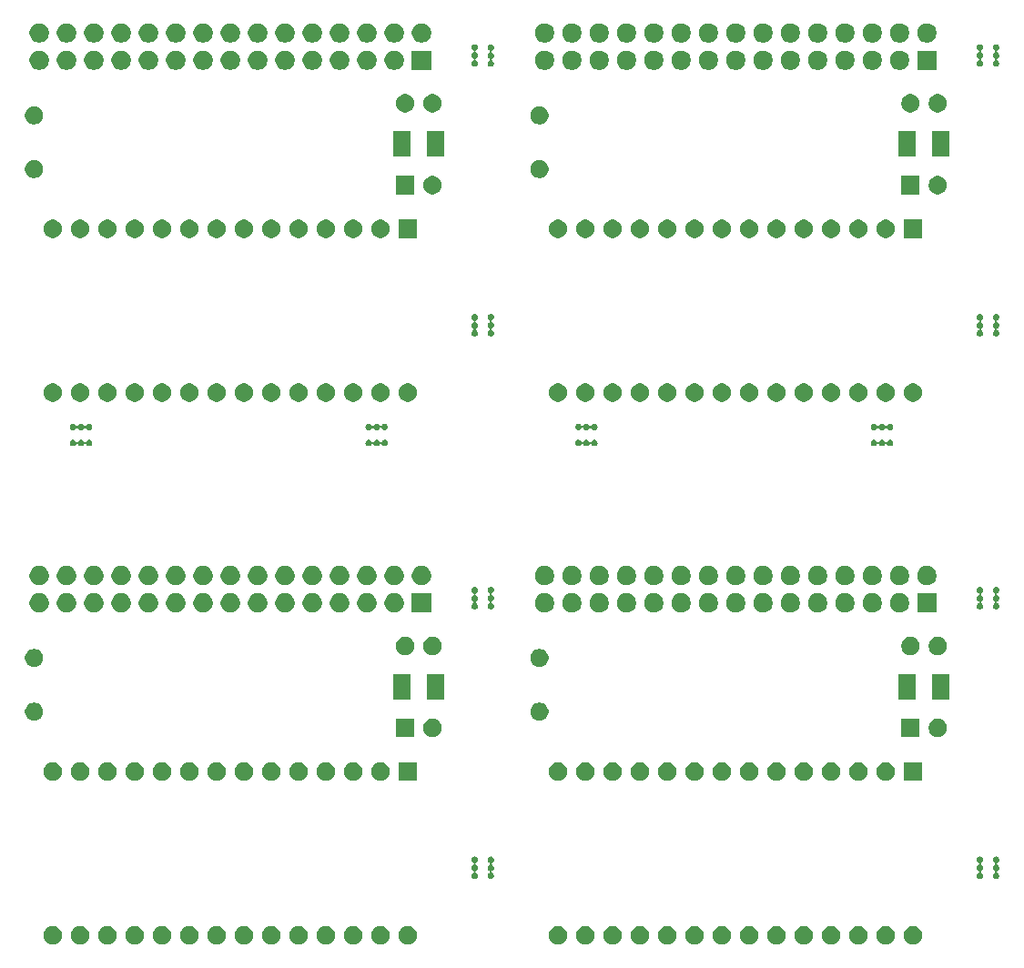
<source format=gbr>
G04 #@! TF.GenerationSoftware,KiCad,Pcbnew,(5.1.5)-3*
G04 #@! TF.CreationDate,2021-01-17T18:04:29-08:00*
G04 #@! TF.ProjectId,YamahaMSX_MiniCartridge,59616d61-6861-44d5-9358-5f4d696e6943,rev?*
G04 #@! TF.SameCoordinates,Original*
G04 #@! TF.FileFunction,Soldermask,Bot*
G04 #@! TF.FilePolarity,Negative*
%FSLAX46Y46*%
G04 Gerber Fmt 4.6, Leading zero omitted, Abs format (unit mm)*
G04 Created by KiCad (PCBNEW (5.1.5)-3) date 2021-01-17 18:04:29*
%MOMM*%
%LPD*%
G04 APERTURE LIST*
%ADD10C,0.100000*%
G04 APERTURE END LIST*
D10*
G36*
X126267628Y-116737703D02*
G01*
X126422500Y-116801853D01*
X126561881Y-116894985D01*
X126680415Y-117013519D01*
X126773547Y-117152900D01*
X126837697Y-117307772D01*
X126870400Y-117472184D01*
X126870400Y-117639816D01*
X126837697Y-117804228D01*
X126773547Y-117959100D01*
X126680415Y-118098481D01*
X126561881Y-118217015D01*
X126422500Y-118310147D01*
X126267628Y-118374297D01*
X126103216Y-118407000D01*
X125935584Y-118407000D01*
X125771172Y-118374297D01*
X125616300Y-118310147D01*
X125476919Y-118217015D01*
X125358385Y-118098481D01*
X125265253Y-117959100D01*
X125201103Y-117804228D01*
X125168400Y-117639816D01*
X125168400Y-117472184D01*
X125201103Y-117307772D01*
X125265253Y-117152900D01*
X125358385Y-117013519D01*
X125476919Y-116894985D01*
X125616300Y-116801853D01*
X125771172Y-116737703D01*
X125935584Y-116705000D01*
X126103216Y-116705000D01*
X126267628Y-116737703D01*
G37*
G36*
X46247628Y-116737703D02*
G01*
X46402500Y-116801853D01*
X46541881Y-116894985D01*
X46660415Y-117013519D01*
X46753547Y-117152900D01*
X46817697Y-117307772D01*
X46850400Y-117472184D01*
X46850400Y-117639816D01*
X46817697Y-117804228D01*
X46753547Y-117959100D01*
X46660415Y-118098481D01*
X46541881Y-118217015D01*
X46402500Y-118310147D01*
X46247628Y-118374297D01*
X46083216Y-118407000D01*
X45915584Y-118407000D01*
X45751172Y-118374297D01*
X45596300Y-118310147D01*
X45456919Y-118217015D01*
X45338385Y-118098481D01*
X45245253Y-117959100D01*
X45181103Y-117804228D01*
X45148400Y-117639816D01*
X45148400Y-117472184D01*
X45181103Y-117307772D01*
X45245253Y-117152900D01*
X45338385Y-117013519D01*
X45456919Y-116894985D01*
X45596300Y-116801853D01*
X45751172Y-116737703D01*
X45915584Y-116705000D01*
X46083216Y-116705000D01*
X46247628Y-116737703D01*
G37*
G36*
X69107628Y-116737703D02*
G01*
X69262500Y-116801853D01*
X69401881Y-116894985D01*
X69520415Y-117013519D01*
X69613547Y-117152900D01*
X69677697Y-117307772D01*
X69710400Y-117472184D01*
X69710400Y-117639816D01*
X69677697Y-117804228D01*
X69613547Y-117959100D01*
X69520415Y-118098481D01*
X69401881Y-118217015D01*
X69262500Y-118310147D01*
X69107628Y-118374297D01*
X68943216Y-118407000D01*
X68775584Y-118407000D01*
X68611172Y-118374297D01*
X68456300Y-118310147D01*
X68316919Y-118217015D01*
X68198385Y-118098481D01*
X68105253Y-117959100D01*
X68041103Y-117804228D01*
X68008400Y-117639816D01*
X68008400Y-117472184D01*
X68041103Y-117307772D01*
X68105253Y-117152900D01*
X68198385Y-117013519D01*
X68316919Y-116894985D01*
X68456300Y-116801853D01*
X68611172Y-116737703D01*
X68775584Y-116705000D01*
X68943216Y-116705000D01*
X69107628Y-116737703D01*
G37*
G36*
X71647628Y-116737703D02*
G01*
X71802500Y-116801853D01*
X71941881Y-116894985D01*
X72060415Y-117013519D01*
X72153547Y-117152900D01*
X72217697Y-117307772D01*
X72250400Y-117472184D01*
X72250400Y-117639816D01*
X72217697Y-117804228D01*
X72153547Y-117959100D01*
X72060415Y-118098481D01*
X71941881Y-118217015D01*
X71802500Y-118310147D01*
X71647628Y-118374297D01*
X71483216Y-118407000D01*
X71315584Y-118407000D01*
X71151172Y-118374297D01*
X70996300Y-118310147D01*
X70856919Y-118217015D01*
X70738385Y-118098481D01*
X70645253Y-117959100D01*
X70581103Y-117804228D01*
X70548400Y-117639816D01*
X70548400Y-117472184D01*
X70581103Y-117307772D01*
X70645253Y-117152900D01*
X70738385Y-117013519D01*
X70856919Y-116894985D01*
X70996300Y-116801853D01*
X71151172Y-116737703D01*
X71315584Y-116705000D01*
X71483216Y-116705000D01*
X71647628Y-116737703D01*
G37*
G36*
X66567628Y-116737703D02*
G01*
X66722500Y-116801853D01*
X66861881Y-116894985D01*
X66980415Y-117013519D01*
X67073547Y-117152900D01*
X67137697Y-117307772D01*
X67170400Y-117472184D01*
X67170400Y-117639816D01*
X67137697Y-117804228D01*
X67073547Y-117959100D01*
X66980415Y-118098481D01*
X66861881Y-118217015D01*
X66722500Y-118310147D01*
X66567628Y-118374297D01*
X66403216Y-118407000D01*
X66235584Y-118407000D01*
X66071172Y-118374297D01*
X65916300Y-118310147D01*
X65776919Y-118217015D01*
X65658385Y-118098481D01*
X65565253Y-117959100D01*
X65501103Y-117804228D01*
X65468400Y-117639816D01*
X65468400Y-117472184D01*
X65501103Y-117307772D01*
X65565253Y-117152900D01*
X65658385Y-117013519D01*
X65776919Y-116894985D01*
X65916300Y-116801853D01*
X66071172Y-116737703D01*
X66235584Y-116705000D01*
X66403216Y-116705000D01*
X66567628Y-116737703D01*
G37*
G36*
X74187628Y-116737703D02*
G01*
X74342500Y-116801853D01*
X74481881Y-116894985D01*
X74600415Y-117013519D01*
X74693547Y-117152900D01*
X74757697Y-117307772D01*
X74790400Y-117472184D01*
X74790400Y-117639816D01*
X74757697Y-117804228D01*
X74693547Y-117959100D01*
X74600415Y-118098481D01*
X74481881Y-118217015D01*
X74342500Y-118310147D01*
X74187628Y-118374297D01*
X74023216Y-118407000D01*
X73855584Y-118407000D01*
X73691172Y-118374297D01*
X73536300Y-118310147D01*
X73396919Y-118217015D01*
X73278385Y-118098481D01*
X73185253Y-117959100D01*
X73121103Y-117804228D01*
X73088400Y-117639816D01*
X73088400Y-117472184D01*
X73121103Y-117307772D01*
X73185253Y-117152900D01*
X73278385Y-117013519D01*
X73396919Y-116894985D01*
X73536300Y-116801853D01*
X73691172Y-116737703D01*
X73855584Y-116705000D01*
X74023216Y-116705000D01*
X74187628Y-116737703D01*
G37*
G36*
X76727628Y-116737703D02*
G01*
X76882500Y-116801853D01*
X77021881Y-116894985D01*
X77140415Y-117013519D01*
X77233547Y-117152900D01*
X77297697Y-117307772D01*
X77330400Y-117472184D01*
X77330400Y-117639816D01*
X77297697Y-117804228D01*
X77233547Y-117959100D01*
X77140415Y-118098481D01*
X77021881Y-118217015D01*
X76882500Y-118310147D01*
X76727628Y-118374297D01*
X76563216Y-118407000D01*
X76395584Y-118407000D01*
X76231172Y-118374297D01*
X76076300Y-118310147D01*
X75936919Y-118217015D01*
X75818385Y-118098481D01*
X75725253Y-117959100D01*
X75661103Y-117804228D01*
X75628400Y-117639816D01*
X75628400Y-117472184D01*
X75661103Y-117307772D01*
X75725253Y-117152900D01*
X75818385Y-117013519D01*
X75936919Y-116894985D01*
X76076300Y-116801853D01*
X76231172Y-116737703D01*
X76395584Y-116705000D01*
X76563216Y-116705000D01*
X76727628Y-116737703D01*
G37*
G36*
X64027628Y-116737703D02*
G01*
X64182500Y-116801853D01*
X64321881Y-116894985D01*
X64440415Y-117013519D01*
X64533547Y-117152900D01*
X64597697Y-117307772D01*
X64630400Y-117472184D01*
X64630400Y-117639816D01*
X64597697Y-117804228D01*
X64533547Y-117959100D01*
X64440415Y-118098481D01*
X64321881Y-118217015D01*
X64182500Y-118310147D01*
X64027628Y-118374297D01*
X63863216Y-118407000D01*
X63695584Y-118407000D01*
X63531172Y-118374297D01*
X63376300Y-118310147D01*
X63236919Y-118217015D01*
X63118385Y-118098481D01*
X63025253Y-117959100D01*
X62961103Y-117804228D01*
X62928400Y-117639816D01*
X62928400Y-117472184D01*
X62961103Y-117307772D01*
X63025253Y-117152900D01*
X63118385Y-117013519D01*
X63236919Y-116894985D01*
X63376300Y-116801853D01*
X63531172Y-116737703D01*
X63695584Y-116705000D01*
X63863216Y-116705000D01*
X64027628Y-116737703D01*
G37*
G36*
X79267628Y-116737703D02*
G01*
X79422500Y-116801853D01*
X79561881Y-116894985D01*
X79680415Y-117013519D01*
X79773547Y-117152900D01*
X79837697Y-117307772D01*
X79870400Y-117472184D01*
X79870400Y-117639816D01*
X79837697Y-117804228D01*
X79773547Y-117959100D01*
X79680415Y-118098481D01*
X79561881Y-118217015D01*
X79422500Y-118310147D01*
X79267628Y-118374297D01*
X79103216Y-118407000D01*
X78935584Y-118407000D01*
X78771172Y-118374297D01*
X78616300Y-118310147D01*
X78476919Y-118217015D01*
X78358385Y-118098481D01*
X78265253Y-117959100D01*
X78201103Y-117804228D01*
X78168400Y-117639816D01*
X78168400Y-117472184D01*
X78201103Y-117307772D01*
X78265253Y-117152900D01*
X78358385Y-117013519D01*
X78476919Y-116894985D01*
X78616300Y-116801853D01*
X78771172Y-116737703D01*
X78935584Y-116705000D01*
X79103216Y-116705000D01*
X79267628Y-116737703D01*
G37*
G36*
X61487628Y-116737703D02*
G01*
X61642500Y-116801853D01*
X61781881Y-116894985D01*
X61900415Y-117013519D01*
X61993547Y-117152900D01*
X62057697Y-117307772D01*
X62090400Y-117472184D01*
X62090400Y-117639816D01*
X62057697Y-117804228D01*
X61993547Y-117959100D01*
X61900415Y-118098481D01*
X61781881Y-118217015D01*
X61642500Y-118310147D01*
X61487628Y-118374297D01*
X61323216Y-118407000D01*
X61155584Y-118407000D01*
X60991172Y-118374297D01*
X60836300Y-118310147D01*
X60696919Y-118217015D01*
X60578385Y-118098481D01*
X60485253Y-117959100D01*
X60421103Y-117804228D01*
X60388400Y-117639816D01*
X60388400Y-117472184D01*
X60421103Y-117307772D01*
X60485253Y-117152900D01*
X60578385Y-117013519D01*
X60696919Y-116894985D01*
X60836300Y-116801853D01*
X60991172Y-116737703D01*
X61155584Y-116705000D01*
X61323216Y-116705000D01*
X61487628Y-116737703D01*
G37*
G36*
X58947628Y-116737703D02*
G01*
X59102500Y-116801853D01*
X59241881Y-116894985D01*
X59360415Y-117013519D01*
X59453547Y-117152900D01*
X59517697Y-117307772D01*
X59550400Y-117472184D01*
X59550400Y-117639816D01*
X59517697Y-117804228D01*
X59453547Y-117959100D01*
X59360415Y-118098481D01*
X59241881Y-118217015D01*
X59102500Y-118310147D01*
X58947628Y-118374297D01*
X58783216Y-118407000D01*
X58615584Y-118407000D01*
X58451172Y-118374297D01*
X58296300Y-118310147D01*
X58156919Y-118217015D01*
X58038385Y-118098481D01*
X57945253Y-117959100D01*
X57881103Y-117804228D01*
X57848400Y-117639816D01*
X57848400Y-117472184D01*
X57881103Y-117307772D01*
X57945253Y-117152900D01*
X58038385Y-117013519D01*
X58156919Y-116894985D01*
X58296300Y-116801853D01*
X58451172Y-116737703D01*
X58615584Y-116705000D01*
X58783216Y-116705000D01*
X58947628Y-116737703D01*
G37*
G36*
X56407628Y-116737703D02*
G01*
X56562500Y-116801853D01*
X56701881Y-116894985D01*
X56820415Y-117013519D01*
X56913547Y-117152900D01*
X56977697Y-117307772D01*
X57010400Y-117472184D01*
X57010400Y-117639816D01*
X56977697Y-117804228D01*
X56913547Y-117959100D01*
X56820415Y-118098481D01*
X56701881Y-118217015D01*
X56562500Y-118310147D01*
X56407628Y-118374297D01*
X56243216Y-118407000D01*
X56075584Y-118407000D01*
X55911172Y-118374297D01*
X55756300Y-118310147D01*
X55616919Y-118217015D01*
X55498385Y-118098481D01*
X55405253Y-117959100D01*
X55341103Y-117804228D01*
X55308400Y-117639816D01*
X55308400Y-117472184D01*
X55341103Y-117307772D01*
X55405253Y-117152900D01*
X55498385Y-117013519D01*
X55616919Y-116894985D01*
X55756300Y-116801853D01*
X55911172Y-116737703D01*
X56075584Y-116705000D01*
X56243216Y-116705000D01*
X56407628Y-116737703D01*
G37*
G36*
X53867628Y-116737703D02*
G01*
X54022500Y-116801853D01*
X54161881Y-116894985D01*
X54280415Y-117013519D01*
X54373547Y-117152900D01*
X54437697Y-117307772D01*
X54470400Y-117472184D01*
X54470400Y-117639816D01*
X54437697Y-117804228D01*
X54373547Y-117959100D01*
X54280415Y-118098481D01*
X54161881Y-118217015D01*
X54022500Y-118310147D01*
X53867628Y-118374297D01*
X53703216Y-118407000D01*
X53535584Y-118407000D01*
X53371172Y-118374297D01*
X53216300Y-118310147D01*
X53076919Y-118217015D01*
X52958385Y-118098481D01*
X52865253Y-117959100D01*
X52801103Y-117804228D01*
X52768400Y-117639816D01*
X52768400Y-117472184D01*
X52801103Y-117307772D01*
X52865253Y-117152900D01*
X52958385Y-117013519D01*
X53076919Y-116894985D01*
X53216300Y-116801853D01*
X53371172Y-116737703D01*
X53535584Y-116705000D01*
X53703216Y-116705000D01*
X53867628Y-116737703D01*
G37*
G36*
X51327628Y-116737703D02*
G01*
X51482500Y-116801853D01*
X51621881Y-116894985D01*
X51740415Y-117013519D01*
X51833547Y-117152900D01*
X51897697Y-117307772D01*
X51930400Y-117472184D01*
X51930400Y-117639816D01*
X51897697Y-117804228D01*
X51833547Y-117959100D01*
X51740415Y-118098481D01*
X51621881Y-118217015D01*
X51482500Y-118310147D01*
X51327628Y-118374297D01*
X51163216Y-118407000D01*
X50995584Y-118407000D01*
X50831172Y-118374297D01*
X50676300Y-118310147D01*
X50536919Y-118217015D01*
X50418385Y-118098481D01*
X50325253Y-117959100D01*
X50261103Y-117804228D01*
X50228400Y-117639816D01*
X50228400Y-117472184D01*
X50261103Y-117307772D01*
X50325253Y-117152900D01*
X50418385Y-117013519D01*
X50536919Y-116894985D01*
X50676300Y-116801853D01*
X50831172Y-116737703D01*
X50995584Y-116705000D01*
X51163216Y-116705000D01*
X51327628Y-116737703D01*
G37*
G36*
X48787628Y-116737703D02*
G01*
X48942500Y-116801853D01*
X49081881Y-116894985D01*
X49200415Y-117013519D01*
X49293547Y-117152900D01*
X49357697Y-117307772D01*
X49390400Y-117472184D01*
X49390400Y-117639816D01*
X49357697Y-117804228D01*
X49293547Y-117959100D01*
X49200415Y-118098481D01*
X49081881Y-118217015D01*
X48942500Y-118310147D01*
X48787628Y-118374297D01*
X48623216Y-118407000D01*
X48455584Y-118407000D01*
X48291172Y-118374297D01*
X48136300Y-118310147D01*
X47996919Y-118217015D01*
X47878385Y-118098481D01*
X47785253Y-117959100D01*
X47721103Y-117804228D01*
X47688400Y-117639816D01*
X47688400Y-117472184D01*
X47721103Y-117307772D01*
X47785253Y-117152900D01*
X47878385Y-117013519D01*
X47996919Y-116894985D01*
X48136300Y-116801853D01*
X48291172Y-116737703D01*
X48455584Y-116705000D01*
X48623216Y-116705000D01*
X48787628Y-116737703D01*
G37*
G36*
X123727628Y-116737703D02*
G01*
X123882500Y-116801853D01*
X124021881Y-116894985D01*
X124140415Y-117013519D01*
X124233547Y-117152900D01*
X124297697Y-117307772D01*
X124330400Y-117472184D01*
X124330400Y-117639816D01*
X124297697Y-117804228D01*
X124233547Y-117959100D01*
X124140415Y-118098481D01*
X124021881Y-118217015D01*
X123882500Y-118310147D01*
X123727628Y-118374297D01*
X123563216Y-118407000D01*
X123395584Y-118407000D01*
X123231172Y-118374297D01*
X123076300Y-118310147D01*
X122936919Y-118217015D01*
X122818385Y-118098481D01*
X122725253Y-117959100D01*
X122661103Y-117804228D01*
X122628400Y-117639816D01*
X122628400Y-117472184D01*
X122661103Y-117307772D01*
X122725253Y-117152900D01*
X122818385Y-117013519D01*
X122936919Y-116894985D01*
X123076300Y-116801853D01*
X123231172Y-116737703D01*
X123395584Y-116705000D01*
X123563216Y-116705000D01*
X123727628Y-116737703D01*
G37*
G36*
X121187628Y-116737703D02*
G01*
X121342500Y-116801853D01*
X121481881Y-116894985D01*
X121600415Y-117013519D01*
X121693547Y-117152900D01*
X121757697Y-117307772D01*
X121790400Y-117472184D01*
X121790400Y-117639816D01*
X121757697Y-117804228D01*
X121693547Y-117959100D01*
X121600415Y-118098481D01*
X121481881Y-118217015D01*
X121342500Y-118310147D01*
X121187628Y-118374297D01*
X121023216Y-118407000D01*
X120855584Y-118407000D01*
X120691172Y-118374297D01*
X120536300Y-118310147D01*
X120396919Y-118217015D01*
X120278385Y-118098481D01*
X120185253Y-117959100D01*
X120121103Y-117804228D01*
X120088400Y-117639816D01*
X120088400Y-117472184D01*
X120121103Y-117307772D01*
X120185253Y-117152900D01*
X120278385Y-117013519D01*
X120396919Y-116894985D01*
X120536300Y-116801853D01*
X120691172Y-116737703D01*
X120855584Y-116705000D01*
X121023216Y-116705000D01*
X121187628Y-116737703D01*
G37*
G36*
X118647628Y-116737703D02*
G01*
X118802500Y-116801853D01*
X118941881Y-116894985D01*
X119060415Y-117013519D01*
X119153547Y-117152900D01*
X119217697Y-117307772D01*
X119250400Y-117472184D01*
X119250400Y-117639816D01*
X119217697Y-117804228D01*
X119153547Y-117959100D01*
X119060415Y-118098481D01*
X118941881Y-118217015D01*
X118802500Y-118310147D01*
X118647628Y-118374297D01*
X118483216Y-118407000D01*
X118315584Y-118407000D01*
X118151172Y-118374297D01*
X117996300Y-118310147D01*
X117856919Y-118217015D01*
X117738385Y-118098481D01*
X117645253Y-117959100D01*
X117581103Y-117804228D01*
X117548400Y-117639816D01*
X117548400Y-117472184D01*
X117581103Y-117307772D01*
X117645253Y-117152900D01*
X117738385Y-117013519D01*
X117856919Y-116894985D01*
X117996300Y-116801853D01*
X118151172Y-116737703D01*
X118315584Y-116705000D01*
X118483216Y-116705000D01*
X118647628Y-116737703D01*
G37*
G36*
X116107628Y-116737703D02*
G01*
X116262500Y-116801853D01*
X116401881Y-116894985D01*
X116520415Y-117013519D01*
X116613547Y-117152900D01*
X116677697Y-117307772D01*
X116710400Y-117472184D01*
X116710400Y-117639816D01*
X116677697Y-117804228D01*
X116613547Y-117959100D01*
X116520415Y-118098481D01*
X116401881Y-118217015D01*
X116262500Y-118310147D01*
X116107628Y-118374297D01*
X115943216Y-118407000D01*
X115775584Y-118407000D01*
X115611172Y-118374297D01*
X115456300Y-118310147D01*
X115316919Y-118217015D01*
X115198385Y-118098481D01*
X115105253Y-117959100D01*
X115041103Y-117804228D01*
X115008400Y-117639816D01*
X115008400Y-117472184D01*
X115041103Y-117307772D01*
X115105253Y-117152900D01*
X115198385Y-117013519D01*
X115316919Y-116894985D01*
X115456300Y-116801853D01*
X115611172Y-116737703D01*
X115775584Y-116705000D01*
X115943216Y-116705000D01*
X116107628Y-116737703D01*
G37*
G36*
X113567628Y-116737703D02*
G01*
X113722500Y-116801853D01*
X113861881Y-116894985D01*
X113980415Y-117013519D01*
X114073547Y-117152900D01*
X114137697Y-117307772D01*
X114170400Y-117472184D01*
X114170400Y-117639816D01*
X114137697Y-117804228D01*
X114073547Y-117959100D01*
X113980415Y-118098481D01*
X113861881Y-118217015D01*
X113722500Y-118310147D01*
X113567628Y-118374297D01*
X113403216Y-118407000D01*
X113235584Y-118407000D01*
X113071172Y-118374297D01*
X112916300Y-118310147D01*
X112776919Y-118217015D01*
X112658385Y-118098481D01*
X112565253Y-117959100D01*
X112501103Y-117804228D01*
X112468400Y-117639816D01*
X112468400Y-117472184D01*
X112501103Y-117307772D01*
X112565253Y-117152900D01*
X112658385Y-117013519D01*
X112776919Y-116894985D01*
X112916300Y-116801853D01*
X113071172Y-116737703D01*
X113235584Y-116705000D01*
X113403216Y-116705000D01*
X113567628Y-116737703D01*
G37*
G36*
X108487628Y-116737703D02*
G01*
X108642500Y-116801853D01*
X108781881Y-116894985D01*
X108900415Y-117013519D01*
X108993547Y-117152900D01*
X109057697Y-117307772D01*
X109090400Y-117472184D01*
X109090400Y-117639816D01*
X109057697Y-117804228D01*
X108993547Y-117959100D01*
X108900415Y-118098481D01*
X108781881Y-118217015D01*
X108642500Y-118310147D01*
X108487628Y-118374297D01*
X108323216Y-118407000D01*
X108155584Y-118407000D01*
X107991172Y-118374297D01*
X107836300Y-118310147D01*
X107696919Y-118217015D01*
X107578385Y-118098481D01*
X107485253Y-117959100D01*
X107421103Y-117804228D01*
X107388400Y-117639816D01*
X107388400Y-117472184D01*
X107421103Y-117307772D01*
X107485253Y-117152900D01*
X107578385Y-117013519D01*
X107696919Y-116894985D01*
X107836300Y-116801853D01*
X107991172Y-116737703D01*
X108155584Y-116705000D01*
X108323216Y-116705000D01*
X108487628Y-116737703D01*
G37*
G36*
X105947628Y-116737703D02*
G01*
X106102500Y-116801853D01*
X106241881Y-116894985D01*
X106360415Y-117013519D01*
X106453547Y-117152900D01*
X106517697Y-117307772D01*
X106550400Y-117472184D01*
X106550400Y-117639816D01*
X106517697Y-117804228D01*
X106453547Y-117959100D01*
X106360415Y-118098481D01*
X106241881Y-118217015D01*
X106102500Y-118310147D01*
X105947628Y-118374297D01*
X105783216Y-118407000D01*
X105615584Y-118407000D01*
X105451172Y-118374297D01*
X105296300Y-118310147D01*
X105156919Y-118217015D01*
X105038385Y-118098481D01*
X104945253Y-117959100D01*
X104881103Y-117804228D01*
X104848400Y-117639816D01*
X104848400Y-117472184D01*
X104881103Y-117307772D01*
X104945253Y-117152900D01*
X105038385Y-117013519D01*
X105156919Y-116894985D01*
X105296300Y-116801853D01*
X105451172Y-116737703D01*
X105615584Y-116705000D01*
X105783216Y-116705000D01*
X105947628Y-116737703D01*
G37*
G36*
X103407628Y-116737703D02*
G01*
X103562500Y-116801853D01*
X103701881Y-116894985D01*
X103820415Y-117013519D01*
X103913547Y-117152900D01*
X103977697Y-117307772D01*
X104010400Y-117472184D01*
X104010400Y-117639816D01*
X103977697Y-117804228D01*
X103913547Y-117959100D01*
X103820415Y-118098481D01*
X103701881Y-118217015D01*
X103562500Y-118310147D01*
X103407628Y-118374297D01*
X103243216Y-118407000D01*
X103075584Y-118407000D01*
X102911172Y-118374297D01*
X102756300Y-118310147D01*
X102616919Y-118217015D01*
X102498385Y-118098481D01*
X102405253Y-117959100D01*
X102341103Y-117804228D01*
X102308400Y-117639816D01*
X102308400Y-117472184D01*
X102341103Y-117307772D01*
X102405253Y-117152900D01*
X102498385Y-117013519D01*
X102616919Y-116894985D01*
X102756300Y-116801853D01*
X102911172Y-116737703D01*
X103075584Y-116705000D01*
X103243216Y-116705000D01*
X103407628Y-116737703D01*
G37*
G36*
X100867628Y-116737703D02*
G01*
X101022500Y-116801853D01*
X101161881Y-116894985D01*
X101280415Y-117013519D01*
X101373547Y-117152900D01*
X101437697Y-117307772D01*
X101470400Y-117472184D01*
X101470400Y-117639816D01*
X101437697Y-117804228D01*
X101373547Y-117959100D01*
X101280415Y-118098481D01*
X101161881Y-118217015D01*
X101022500Y-118310147D01*
X100867628Y-118374297D01*
X100703216Y-118407000D01*
X100535584Y-118407000D01*
X100371172Y-118374297D01*
X100216300Y-118310147D01*
X100076919Y-118217015D01*
X99958385Y-118098481D01*
X99865253Y-117959100D01*
X99801103Y-117804228D01*
X99768400Y-117639816D01*
X99768400Y-117472184D01*
X99801103Y-117307772D01*
X99865253Y-117152900D01*
X99958385Y-117013519D01*
X100076919Y-116894985D01*
X100216300Y-116801853D01*
X100371172Y-116737703D01*
X100535584Y-116705000D01*
X100703216Y-116705000D01*
X100867628Y-116737703D01*
G37*
G36*
X98327628Y-116737703D02*
G01*
X98482500Y-116801853D01*
X98621881Y-116894985D01*
X98740415Y-117013519D01*
X98833547Y-117152900D01*
X98897697Y-117307772D01*
X98930400Y-117472184D01*
X98930400Y-117639816D01*
X98897697Y-117804228D01*
X98833547Y-117959100D01*
X98740415Y-118098481D01*
X98621881Y-118217015D01*
X98482500Y-118310147D01*
X98327628Y-118374297D01*
X98163216Y-118407000D01*
X97995584Y-118407000D01*
X97831172Y-118374297D01*
X97676300Y-118310147D01*
X97536919Y-118217015D01*
X97418385Y-118098481D01*
X97325253Y-117959100D01*
X97261103Y-117804228D01*
X97228400Y-117639816D01*
X97228400Y-117472184D01*
X97261103Y-117307772D01*
X97325253Y-117152900D01*
X97418385Y-117013519D01*
X97536919Y-116894985D01*
X97676300Y-116801853D01*
X97831172Y-116737703D01*
X97995584Y-116705000D01*
X98163216Y-116705000D01*
X98327628Y-116737703D01*
G37*
G36*
X95787628Y-116737703D02*
G01*
X95942500Y-116801853D01*
X96081881Y-116894985D01*
X96200415Y-117013519D01*
X96293547Y-117152900D01*
X96357697Y-117307772D01*
X96390400Y-117472184D01*
X96390400Y-117639816D01*
X96357697Y-117804228D01*
X96293547Y-117959100D01*
X96200415Y-118098481D01*
X96081881Y-118217015D01*
X95942500Y-118310147D01*
X95787628Y-118374297D01*
X95623216Y-118407000D01*
X95455584Y-118407000D01*
X95291172Y-118374297D01*
X95136300Y-118310147D01*
X94996919Y-118217015D01*
X94878385Y-118098481D01*
X94785253Y-117959100D01*
X94721103Y-117804228D01*
X94688400Y-117639816D01*
X94688400Y-117472184D01*
X94721103Y-117307772D01*
X94785253Y-117152900D01*
X94878385Y-117013519D01*
X94996919Y-116894985D01*
X95136300Y-116801853D01*
X95291172Y-116737703D01*
X95455584Y-116705000D01*
X95623216Y-116705000D01*
X95787628Y-116737703D01*
G37*
G36*
X93247628Y-116737703D02*
G01*
X93402500Y-116801853D01*
X93541881Y-116894985D01*
X93660415Y-117013519D01*
X93753547Y-117152900D01*
X93817697Y-117307772D01*
X93850400Y-117472184D01*
X93850400Y-117639816D01*
X93817697Y-117804228D01*
X93753547Y-117959100D01*
X93660415Y-118098481D01*
X93541881Y-118217015D01*
X93402500Y-118310147D01*
X93247628Y-118374297D01*
X93083216Y-118407000D01*
X92915584Y-118407000D01*
X92751172Y-118374297D01*
X92596300Y-118310147D01*
X92456919Y-118217015D01*
X92338385Y-118098481D01*
X92245253Y-117959100D01*
X92181103Y-117804228D01*
X92148400Y-117639816D01*
X92148400Y-117472184D01*
X92181103Y-117307772D01*
X92245253Y-117152900D01*
X92338385Y-117013519D01*
X92456919Y-116894985D01*
X92596300Y-116801853D01*
X92751172Y-116737703D01*
X92915584Y-116705000D01*
X93083216Y-116705000D01*
X93247628Y-116737703D01*
G37*
G36*
X111027628Y-116737703D02*
G01*
X111182500Y-116801853D01*
X111321881Y-116894985D01*
X111440415Y-117013519D01*
X111533547Y-117152900D01*
X111597697Y-117307772D01*
X111630400Y-117472184D01*
X111630400Y-117639816D01*
X111597697Y-117804228D01*
X111533547Y-117959100D01*
X111440415Y-118098481D01*
X111321881Y-118217015D01*
X111182500Y-118310147D01*
X111027628Y-118374297D01*
X110863216Y-118407000D01*
X110695584Y-118407000D01*
X110531172Y-118374297D01*
X110376300Y-118310147D01*
X110236919Y-118217015D01*
X110118385Y-118098481D01*
X110025253Y-117959100D01*
X109961103Y-117804228D01*
X109928400Y-117639816D01*
X109928400Y-117472184D01*
X109961103Y-117307772D01*
X110025253Y-117152900D01*
X110118385Y-117013519D01*
X110236919Y-116894985D01*
X110376300Y-116801853D01*
X110531172Y-116737703D01*
X110695584Y-116705000D01*
X110863216Y-116705000D01*
X111027628Y-116737703D01*
G37*
G36*
X133842197Y-110237567D02*
G01*
X133896975Y-110260257D01*
X133896977Y-110260258D01*
X133946276Y-110293198D01*
X133988202Y-110335124D01*
X134021142Y-110384423D01*
X134021143Y-110384425D01*
X134043833Y-110439203D01*
X134055400Y-110497353D01*
X134055400Y-110556647D01*
X134043833Y-110614797D01*
X134021143Y-110669575D01*
X134021142Y-110669577D01*
X133988202Y-110718876D01*
X133946276Y-110760802D01*
X133896977Y-110793742D01*
X133890504Y-110798067D01*
X133871562Y-110813612D01*
X133856017Y-110832554D01*
X133844466Y-110854165D01*
X133837353Y-110877614D01*
X133834951Y-110902000D01*
X133837353Y-110926386D01*
X133844466Y-110949835D01*
X133856017Y-110971446D01*
X133871562Y-110990388D01*
X133890504Y-111005933D01*
X133896977Y-111010258D01*
X133946276Y-111043198D01*
X133988202Y-111085124D01*
X134021142Y-111134423D01*
X134021143Y-111134425D01*
X134043833Y-111189203D01*
X134055400Y-111247353D01*
X134055400Y-111306647D01*
X134043833Y-111364797D01*
X134021143Y-111419575D01*
X134021142Y-111419577D01*
X133988202Y-111468876D01*
X133946276Y-111510802D01*
X133896977Y-111543742D01*
X133890504Y-111548067D01*
X133871562Y-111563612D01*
X133856017Y-111582554D01*
X133844466Y-111604165D01*
X133837353Y-111627614D01*
X133834951Y-111652000D01*
X133837353Y-111676386D01*
X133844466Y-111699835D01*
X133856017Y-111721446D01*
X133871562Y-111740388D01*
X133890504Y-111755933D01*
X133896977Y-111760258D01*
X133946276Y-111793198D01*
X133988202Y-111835124D01*
X134021142Y-111884423D01*
X134021143Y-111884425D01*
X134043833Y-111939203D01*
X134055400Y-111997353D01*
X134055400Y-112056647D01*
X134043833Y-112114797D01*
X134021143Y-112169575D01*
X134021142Y-112169577D01*
X133988202Y-112218876D01*
X133946276Y-112260802D01*
X133896977Y-112293742D01*
X133896976Y-112293743D01*
X133896975Y-112293743D01*
X133842197Y-112316433D01*
X133784047Y-112328000D01*
X133724753Y-112328000D01*
X133666603Y-112316433D01*
X133611825Y-112293743D01*
X133611824Y-112293743D01*
X133611823Y-112293742D01*
X133562524Y-112260802D01*
X133520598Y-112218876D01*
X133487658Y-112169577D01*
X133487657Y-112169575D01*
X133464967Y-112114797D01*
X133453400Y-112056647D01*
X133453400Y-111997353D01*
X133464967Y-111939203D01*
X133487657Y-111884425D01*
X133487658Y-111884423D01*
X133520598Y-111835124D01*
X133562524Y-111793198D01*
X133611823Y-111760258D01*
X133618296Y-111755933D01*
X133637238Y-111740388D01*
X133652783Y-111721446D01*
X133664334Y-111699835D01*
X133671447Y-111676386D01*
X133673849Y-111652000D01*
X133671447Y-111627614D01*
X133664334Y-111604165D01*
X133652783Y-111582554D01*
X133637238Y-111563612D01*
X133618296Y-111548067D01*
X133611823Y-111543742D01*
X133562524Y-111510802D01*
X133520598Y-111468876D01*
X133487658Y-111419577D01*
X133487657Y-111419575D01*
X133464967Y-111364797D01*
X133453400Y-111306647D01*
X133453400Y-111247353D01*
X133464967Y-111189203D01*
X133487657Y-111134425D01*
X133487658Y-111134423D01*
X133520598Y-111085124D01*
X133562524Y-111043198D01*
X133611823Y-111010258D01*
X133618296Y-111005933D01*
X133637238Y-110990388D01*
X133652783Y-110971446D01*
X133664334Y-110949835D01*
X133671447Y-110926386D01*
X133673849Y-110902000D01*
X133671447Y-110877614D01*
X133664334Y-110854165D01*
X133652783Y-110832554D01*
X133637238Y-110813612D01*
X133618296Y-110798067D01*
X133611823Y-110793742D01*
X133562524Y-110760802D01*
X133520598Y-110718876D01*
X133487658Y-110669577D01*
X133487657Y-110669575D01*
X133464967Y-110614797D01*
X133453400Y-110556647D01*
X133453400Y-110497353D01*
X133464967Y-110439203D01*
X133487657Y-110384425D01*
X133487658Y-110384423D01*
X133520598Y-110335124D01*
X133562524Y-110293198D01*
X133611823Y-110260258D01*
X133611825Y-110260257D01*
X133666603Y-110237567D01*
X133724753Y-110226000D01*
X133784047Y-110226000D01*
X133842197Y-110237567D01*
G37*
G36*
X132342197Y-110237567D02*
G01*
X132396975Y-110260257D01*
X132396977Y-110260258D01*
X132446276Y-110293198D01*
X132488202Y-110335124D01*
X132521142Y-110384423D01*
X132521143Y-110384425D01*
X132543833Y-110439203D01*
X132555400Y-110497353D01*
X132555400Y-110556647D01*
X132543833Y-110614797D01*
X132521143Y-110669575D01*
X132521142Y-110669577D01*
X132488202Y-110718876D01*
X132446276Y-110760802D01*
X132396977Y-110793742D01*
X132390504Y-110798067D01*
X132371562Y-110813612D01*
X132356017Y-110832554D01*
X132344466Y-110854165D01*
X132337353Y-110877614D01*
X132334951Y-110902000D01*
X132337353Y-110926386D01*
X132344466Y-110949835D01*
X132356017Y-110971446D01*
X132371562Y-110990388D01*
X132390504Y-111005933D01*
X132396977Y-111010258D01*
X132446276Y-111043198D01*
X132488202Y-111085124D01*
X132521142Y-111134423D01*
X132521143Y-111134425D01*
X132543833Y-111189203D01*
X132555400Y-111247353D01*
X132555400Y-111306647D01*
X132543833Y-111364797D01*
X132521143Y-111419575D01*
X132521142Y-111419577D01*
X132488202Y-111468876D01*
X132446276Y-111510802D01*
X132396977Y-111543742D01*
X132390504Y-111548067D01*
X132371562Y-111563612D01*
X132356017Y-111582554D01*
X132344466Y-111604165D01*
X132337353Y-111627614D01*
X132334951Y-111652000D01*
X132337353Y-111676386D01*
X132344466Y-111699835D01*
X132356017Y-111721446D01*
X132371562Y-111740388D01*
X132390504Y-111755933D01*
X132396977Y-111760258D01*
X132446276Y-111793198D01*
X132488202Y-111835124D01*
X132521142Y-111884423D01*
X132521143Y-111884425D01*
X132543833Y-111939203D01*
X132555400Y-111997353D01*
X132555400Y-112056647D01*
X132543833Y-112114797D01*
X132521143Y-112169575D01*
X132521142Y-112169577D01*
X132488202Y-112218876D01*
X132446276Y-112260802D01*
X132396977Y-112293742D01*
X132396976Y-112293743D01*
X132396975Y-112293743D01*
X132342197Y-112316433D01*
X132284047Y-112328000D01*
X132224753Y-112328000D01*
X132166603Y-112316433D01*
X132111825Y-112293743D01*
X132111824Y-112293743D01*
X132111823Y-112293742D01*
X132062524Y-112260802D01*
X132020598Y-112218876D01*
X131987658Y-112169577D01*
X131987657Y-112169575D01*
X131964967Y-112114797D01*
X131953400Y-112056647D01*
X131953400Y-111997353D01*
X131964967Y-111939203D01*
X131987657Y-111884425D01*
X131987658Y-111884423D01*
X132020598Y-111835124D01*
X132062524Y-111793198D01*
X132111823Y-111760258D01*
X132118296Y-111755933D01*
X132137238Y-111740388D01*
X132152783Y-111721446D01*
X132164334Y-111699835D01*
X132171447Y-111676386D01*
X132173849Y-111652000D01*
X132171447Y-111627614D01*
X132164334Y-111604165D01*
X132152783Y-111582554D01*
X132137238Y-111563612D01*
X132118296Y-111548067D01*
X132111823Y-111543742D01*
X132062524Y-111510802D01*
X132020598Y-111468876D01*
X131987658Y-111419577D01*
X131987657Y-111419575D01*
X131964967Y-111364797D01*
X131953400Y-111306647D01*
X131953400Y-111247353D01*
X131964967Y-111189203D01*
X131987657Y-111134425D01*
X131987658Y-111134423D01*
X132020598Y-111085124D01*
X132062524Y-111043198D01*
X132111823Y-111010258D01*
X132118296Y-111005933D01*
X132137238Y-110990388D01*
X132152783Y-110971446D01*
X132164334Y-110949835D01*
X132171447Y-110926386D01*
X132173849Y-110902000D01*
X132171447Y-110877614D01*
X132164334Y-110854165D01*
X132152783Y-110832554D01*
X132137238Y-110813612D01*
X132118296Y-110798067D01*
X132111823Y-110793742D01*
X132062524Y-110760802D01*
X132020598Y-110718876D01*
X131987658Y-110669577D01*
X131987657Y-110669575D01*
X131964967Y-110614797D01*
X131953400Y-110556647D01*
X131953400Y-110497353D01*
X131964967Y-110439203D01*
X131987657Y-110384425D01*
X131987658Y-110384423D01*
X132020598Y-110335124D01*
X132062524Y-110293198D01*
X132111823Y-110260258D01*
X132111825Y-110260257D01*
X132166603Y-110237567D01*
X132224753Y-110226000D01*
X132284047Y-110226000D01*
X132342197Y-110237567D01*
G37*
G36*
X85342197Y-110237567D02*
G01*
X85396975Y-110260257D01*
X85396977Y-110260258D01*
X85446276Y-110293198D01*
X85488202Y-110335124D01*
X85521142Y-110384423D01*
X85521143Y-110384425D01*
X85543833Y-110439203D01*
X85555400Y-110497353D01*
X85555400Y-110556647D01*
X85543833Y-110614797D01*
X85521143Y-110669575D01*
X85521142Y-110669577D01*
X85488202Y-110718876D01*
X85446276Y-110760802D01*
X85396977Y-110793742D01*
X85390504Y-110798067D01*
X85371562Y-110813612D01*
X85356017Y-110832554D01*
X85344466Y-110854165D01*
X85337353Y-110877614D01*
X85334951Y-110902000D01*
X85337353Y-110926386D01*
X85344466Y-110949835D01*
X85356017Y-110971446D01*
X85371562Y-110990388D01*
X85390504Y-111005933D01*
X85396977Y-111010258D01*
X85446276Y-111043198D01*
X85488202Y-111085124D01*
X85521142Y-111134423D01*
X85521143Y-111134425D01*
X85543833Y-111189203D01*
X85555400Y-111247353D01*
X85555400Y-111306647D01*
X85543833Y-111364797D01*
X85521143Y-111419575D01*
X85521142Y-111419577D01*
X85488202Y-111468876D01*
X85446276Y-111510802D01*
X85396977Y-111543742D01*
X85390504Y-111548067D01*
X85371562Y-111563612D01*
X85356017Y-111582554D01*
X85344466Y-111604165D01*
X85337353Y-111627614D01*
X85334951Y-111652000D01*
X85337353Y-111676386D01*
X85344466Y-111699835D01*
X85356017Y-111721446D01*
X85371562Y-111740388D01*
X85390504Y-111755933D01*
X85396977Y-111760258D01*
X85446276Y-111793198D01*
X85488202Y-111835124D01*
X85521142Y-111884423D01*
X85521143Y-111884425D01*
X85543833Y-111939203D01*
X85555400Y-111997353D01*
X85555400Y-112056647D01*
X85543833Y-112114797D01*
X85521143Y-112169575D01*
X85521142Y-112169577D01*
X85488202Y-112218876D01*
X85446276Y-112260802D01*
X85396977Y-112293742D01*
X85396976Y-112293743D01*
X85396975Y-112293743D01*
X85342197Y-112316433D01*
X85284047Y-112328000D01*
X85224753Y-112328000D01*
X85166603Y-112316433D01*
X85111825Y-112293743D01*
X85111824Y-112293743D01*
X85111823Y-112293742D01*
X85062524Y-112260802D01*
X85020598Y-112218876D01*
X84987658Y-112169577D01*
X84987657Y-112169575D01*
X84964967Y-112114797D01*
X84953400Y-112056647D01*
X84953400Y-111997353D01*
X84964967Y-111939203D01*
X84987657Y-111884425D01*
X84987658Y-111884423D01*
X85020598Y-111835124D01*
X85062524Y-111793198D01*
X85111823Y-111760258D01*
X85118296Y-111755933D01*
X85137238Y-111740388D01*
X85152783Y-111721446D01*
X85164334Y-111699835D01*
X85171447Y-111676386D01*
X85173849Y-111652000D01*
X85171447Y-111627614D01*
X85164334Y-111604165D01*
X85152783Y-111582554D01*
X85137238Y-111563612D01*
X85118296Y-111548067D01*
X85111823Y-111543742D01*
X85062524Y-111510802D01*
X85020598Y-111468876D01*
X84987658Y-111419577D01*
X84987657Y-111419575D01*
X84964967Y-111364797D01*
X84953400Y-111306647D01*
X84953400Y-111247353D01*
X84964967Y-111189203D01*
X84987657Y-111134425D01*
X84987658Y-111134423D01*
X85020598Y-111085124D01*
X85062524Y-111043198D01*
X85111823Y-111010258D01*
X85118296Y-111005933D01*
X85137238Y-110990388D01*
X85152783Y-110971446D01*
X85164334Y-110949835D01*
X85171447Y-110926386D01*
X85173849Y-110902000D01*
X85171447Y-110877614D01*
X85164334Y-110854165D01*
X85152783Y-110832554D01*
X85137238Y-110813612D01*
X85118296Y-110798067D01*
X85111823Y-110793742D01*
X85062524Y-110760802D01*
X85020598Y-110718876D01*
X84987658Y-110669577D01*
X84987657Y-110669575D01*
X84964967Y-110614797D01*
X84953400Y-110556647D01*
X84953400Y-110497353D01*
X84964967Y-110439203D01*
X84987657Y-110384425D01*
X84987658Y-110384423D01*
X85020598Y-110335124D01*
X85062524Y-110293198D01*
X85111823Y-110260258D01*
X85111825Y-110260257D01*
X85166603Y-110237567D01*
X85224753Y-110226000D01*
X85284047Y-110226000D01*
X85342197Y-110237567D01*
G37*
G36*
X86842197Y-110237567D02*
G01*
X86896975Y-110260257D01*
X86896977Y-110260258D01*
X86946276Y-110293198D01*
X86988202Y-110335124D01*
X87021142Y-110384423D01*
X87021143Y-110384425D01*
X87043833Y-110439203D01*
X87055400Y-110497353D01*
X87055400Y-110556647D01*
X87043833Y-110614797D01*
X87021143Y-110669575D01*
X87021142Y-110669577D01*
X86988202Y-110718876D01*
X86946276Y-110760802D01*
X86896977Y-110793742D01*
X86890504Y-110798067D01*
X86871562Y-110813612D01*
X86856017Y-110832554D01*
X86844466Y-110854165D01*
X86837353Y-110877614D01*
X86834951Y-110902000D01*
X86837353Y-110926386D01*
X86844466Y-110949835D01*
X86856017Y-110971446D01*
X86871562Y-110990388D01*
X86890504Y-111005933D01*
X86896977Y-111010258D01*
X86946276Y-111043198D01*
X86988202Y-111085124D01*
X87021142Y-111134423D01*
X87021143Y-111134425D01*
X87043833Y-111189203D01*
X87055400Y-111247353D01*
X87055400Y-111306647D01*
X87043833Y-111364797D01*
X87021143Y-111419575D01*
X87021142Y-111419577D01*
X86988202Y-111468876D01*
X86946276Y-111510802D01*
X86896977Y-111543742D01*
X86890504Y-111548067D01*
X86871562Y-111563612D01*
X86856017Y-111582554D01*
X86844466Y-111604165D01*
X86837353Y-111627614D01*
X86834951Y-111652000D01*
X86837353Y-111676386D01*
X86844466Y-111699835D01*
X86856017Y-111721446D01*
X86871562Y-111740388D01*
X86890504Y-111755933D01*
X86896977Y-111760258D01*
X86946276Y-111793198D01*
X86988202Y-111835124D01*
X87021142Y-111884423D01*
X87021143Y-111884425D01*
X87043833Y-111939203D01*
X87055400Y-111997353D01*
X87055400Y-112056647D01*
X87043833Y-112114797D01*
X87021143Y-112169575D01*
X87021142Y-112169577D01*
X86988202Y-112218876D01*
X86946276Y-112260802D01*
X86896977Y-112293742D01*
X86896976Y-112293743D01*
X86896975Y-112293743D01*
X86842197Y-112316433D01*
X86784047Y-112328000D01*
X86724753Y-112328000D01*
X86666603Y-112316433D01*
X86611825Y-112293743D01*
X86611824Y-112293743D01*
X86611823Y-112293742D01*
X86562524Y-112260802D01*
X86520598Y-112218876D01*
X86487658Y-112169577D01*
X86487657Y-112169575D01*
X86464967Y-112114797D01*
X86453400Y-112056647D01*
X86453400Y-111997353D01*
X86464967Y-111939203D01*
X86487657Y-111884425D01*
X86487658Y-111884423D01*
X86520598Y-111835124D01*
X86562524Y-111793198D01*
X86611823Y-111760258D01*
X86618296Y-111755933D01*
X86637238Y-111740388D01*
X86652783Y-111721446D01*
X86664334Y-111699835D01*
X86671447Y-111676386D01*
X86673849Y-111652000D01*
X86671447Y-111627614D01*
X86664334Y-111604165D01*
X86652783Y-111582554D01*
X86637238Y-111563612D01*
X86618296Y-111548067D01*
X86611823Y-111543742D01*
X86562524Y-111510802D01*
X86520598Y-111468876D01*
X86487658Y-111419577D01*
X86487657Y-111419575D01*
X86464967Y-111364797D01*
X86453400Y-111306647D01*
X86453400Y-111247353D01*
X86464967Y-111189203D01*
X86487657Y-111134425D01*
X86487658Y-111134423D01*
X86520598Y-111085124D01*
X86562524Y-111043198D01*
X86611823Y-111010258D01*
X86618296Y-111005933D01*
X86637238Y-110990388D01*
X86652783Y-110971446D01*
X86664334Y-110949835D01*
X86671447Y-110926386D01*
X86673849Y-110902000D01*
X86671447Y-110877614D01*
X86664334Y-110854165D01*
X86652783Y-110832554D01*
X86637238Y-110813612D01*
X86618296Y-110798067D01*
X86611823Y-110793742D01*
X86562524Y-110760802D01*
X86520598Y-110718876D01*
X86487658Y-110669577D01*
X86487657Y-110669575D01*
X86464967Y-110614797D01*
X86453400Y-110556647D01*
X86453400Y-110497353D01*
X86464967Y-110439203D01*
X86487657Y-110384425D01*
X86487658Y-110384423D01*
X86520598Y-110335124D01*
X86562524Y-110293198D01*
X86611823Y-110260258D01*
X86611825Y-110260257D01*
X86666603Y-110237567D01*
X86724753Y-110226000D01*
X86784047Y-110226000D01*
X86842197Y-110237567D01*
G37*
G36*
X61487628Y-101497703D02*
G01*
X61642500Y-101561853D01*
X61781881Y-101654985D01*
X61900415Y-101773519D01*
X61993547Y-101912900D01*
X62057697Y-102067772D01*
X62090400Y-102232184D01*
X62090400Y-102399816D01*
X62057697Y-102564228D01*
X61993547Y-102719100D01*
X61900415Y-102858481D01*
X61781881Y-102977015D01*
X61642500Y-103070147D01*
X61487628Y-103134297D01*
X61323216Y-103167000D01*
X61155584Y-103167000D01*
X60991172Y-103134297D01*
X60836300Y-103070147D01*
X60696919Y-102977015D01*
X60578385Y-102858481D01*
X60485253Y-102719100D01*
X60421103Y-102564228D01*
X60388400Y-102399816D01*
X60388400Y-102232184D01*
X60421103Y-102067772D01*
X60485253Y-101912900D01*
X60578385Y-101773519D01*
X60696919Y-101654985D01*
X60836300Y-101561853D01*
X60991172Y-101497703D01*
X61155584Y-101465000D01*
X61323216Y-101465000D01*
X61487628Y-101497703D01*
G37*
G36*
X53867628Y-101497703D02*
G01*
X54022500Y-101561853D01*
X54161881Y-101654985D01*
X54280415Y-101773519D01*
X54373547Y-101912900D01*
X54437697Y-102067772D01*
X54470400Y-102232184D01*
X54470400Y-102399816D01*
X54437697Y-102564228D01*
X54373547Y-102719100D01*
X54280415Y-102858481D01*
X54161881Y-102977015D01*
X54022500Y-103070147D01*
X53867628Y-103134297D01*
X53703216Y-103167000D01*
X53535584Y-103167000D01*
X53371172Y-103134297D01*
X53216300Y-103070147D01*
X53076919Y-102977015D01*
X52958385Y-102858481D01*
X52865253Y-102719100D01*
X52801103Y-102564228D01*
X52768400Y-102399816D01*
X52768400Y-102232184D01*
X52801103Y-102067772D01*
X52865253Y-101912900D01*
X52958385Y-101773519D01*
X53076919Y-101654985D01*
X53216300Y-101561853D01*
X53371172Y-101497703D01*
X53535584Y-101465000D01*
X53703216Y-101465000D01*
X53867628Y-101497703D01*
G37*
G36*
X51327628Y-101497703D02*
G01*
X51482500Y-101561853D01*
X51621881Y-101654985D01*
X51740415Y-101773519D01*
X51833547Y-101912900D01*
X51897697Y-102067772D01*
X51930400Y-102232184D01*
X51930400Y-102399816D01*
X51897697Y-102564228D01*
X51833547Y-102719100D01*
X51740415Y-102858481D01*
X51621881Y-102977015D01*
X51482500Y-103070147D01*
X51327628Y-103134297D01*
X51163216Y-103167000D01*
X50995584Y-103167000D01*
X50831172Y-103134297D01*
X50676300Y-103070147D01*
X50536919Y-102977015D01*
X50418385Y-102858481D01*
X50325253Y-102719100D01*
X50261103Y-102564228D01*
X50228400Y-102399816D01*
X50228400Y-102232184D01*
X50261103Y-102067772D01*
X50325253Y-101912900D01*
X50418385Y-101773519D01*
X50536919Y-101654985D01*
X50676300Y-101561853D01*
X50831172Y-101497703D01*
X50995584Y-101465000D01*
X51163216Y-101465000D01*
X51327628Y-101497703D01*
G37*
G36*
X48787628Y-101497703D02*
G01*
X48942500Y-101561853D01*
X49081881Y-101654985D01*
X49200415Y-101773519D01*
X49293547Y-101912900D01*
X49357697Y-102067772D01*
X49390400Y-102232184D01*
X49390400Y-102399816D01*
X49357697Y-102564228D01*
X49293547Y-102719100D01*
X49200415Y-102858481D01*
X49081881Y-102977015D01*
X48942500Y-103070147D01*
X48787628Y-103134297D01*
X48623216Y-103167000D01*
X48455584Y-103167000D01*
X48291172Y-103134297D01*
X48136300Y-103070147D01*
X47996919Y-102977015D01*
X47878385Y-102858481D01*
X47785253Y-102719100D01*
X47721103Y-102564228D01*
X47688400Y-102399816D01*
X47688400Y-102232184D01*
X47721103Y-102067772D01*
X47785253Y-101912900D01*
X47878385Y-101773519D01*
X47996919Y-101654985D01*
X48136300Y-101561853D01*
X48291172Y-101497703D01*
X48455584Y-101465000D01*
X48623216Y-101465000D01*
X48787628Y-101497703D01*
G37*
G36*
X46247628Y-101497703D02*
G01*
X46402500Y-101561853D01*
X46541881Y-101654985D01*
X46660415Y-101773519D01*
X46753547Y-101912900D01*
X46817697Y-102067772D01*
X46850400Y-102232184D01*
X46850400Y-102399816D01*
X46817697Y-102564228D01*
X46753547Y-102719100D01*
X46660415Y-102858481D01*
X46541881Y-102977015D01*
X46402500Y-103070147D01*
X46247628Y-103134297D01*
X46083216Y-103167000D01*
X45915584Y-103167000D01*
X45751172Y-103134297D01*
X45596300Y-103070147D01*
X45456919Y-102977015D01*
X45338385Y-102858481D01*
X45245253Y-102719100D01*
X45181103Y-102564228D01*
X45148400Y-102399816D01*
X45148400Y-102232184D01*
X45181103Y-102067772D01*
X45245253Y-101912900D01*
X45338385Y-101773519D01*
X45456919Y-101654985D01*
X45596300Y-101561853D01*
X45751172Y-101497703D01*
X45915584Y-101465000D01*
X46083216Y-101465000D01*
X46247628Y-101497703D01*
G37*
G36*
X74187628Y-101497703D02*
G01*
X74342500Y-101561853D01*
X74481881Y-101654985D01*
X74600415Y-101773519D01*
X74693547Y-101912900D01*
X74757697Y-102067772D01*
X74790400Y-102232184D01*
X74790400Y-102399816D01*
X74757697Y-102564228D01*
X74693547Y-102719100D01*
X74600415Y-102858481D01*
X74481881Y-102977015D01*
X74342500Y-103070147D01*
X74187628Y-103134297D01*
X74023216Y-103167000D01*
X73855584Y-103167000D01*
X73691172Y-103134297D01*
X73536300Y-103070147D01*
X73396919Y-102977015D01*
X73278385Y-102858481D01*
X73185253Y-102719100D01*
X73121103Y-102564228D01*
X73088400Y-102399816D01*
X73088400Y-102232184D01*
X73121103Y-102067772D01*
X73185253Y-101912900D01*
X73278385Y-101773519D01*
X73396919Y-101654985D01*
X73536300Y-101561853D01*
X73691172Y-101497703D01*
X73855584Y-101465000D01*
X74023216Y-101465000D01*
X74187628Y-101497703D01*
G37*
G36*
X116107628Y-101497703D02*
G01*
X116262500Y-101561853D01*
X116401881Y-101654985D01*
X116520415Y-101773519D01*
X116613547Y-101912900D01*
X116677697Y-102067772D01*
X116710400Y-102232184D01*
X116710400Y-102399816D01*
X116677697Y-102564228D01*
X116613547Y-102719100D01*
X116520415Y-102858481D01*
X116401881Y-102977015D01*
X116262500Y-103070147D01*
X116107628Y-103134297D01*
X115943216Y-103167000D01*
X115775584Y-103167000D01*
X115611172Y-103134297D01*
X115456300Y-103070147D01*
X115316919Y-102977015D01*
X115198385Y-102858481D01*
X115105253Y-102719100D01*
X115041103Y-102564228D01*
X115008400Y-102399816D01*
X115008400Y-102232184D01*
X115041103Y-102067772D01*
X115105253Y-101912900D01*
X115198385Y-101773519D01*
X115316919Y-101654985D01*
X115456300Y-101561853D01*
X115611172Y-101497703D01*
X115775584Y-101465000D01*
X115943216Y-101465000D01*
X116107628Y-101497703D01*
G37*
G36*
X71647628Y-101497703D02*
G01*
X71802500Y-101561853D01*
X71941881Y-101654985D01*
X72060415Y-101773519D01*
X72153547Y-101912900D01*
X72217697Y-102067772D01*
X72250400Y-102232184D01*
X72250400Y-102399816D01*
X72217697Y-102564228D01*
X72153547Y-102719100D01*
X72060415Y-102858481D01*
X71941881Y-102977015D01*
X71802500Y-103070147D01*
X71647628Y-103134297D01*
X71483216Y-103167000D01*
X71315584Y-103167000D01*
X71151172Y-103134297D01*
X70996300Y-103070147D01*
X70856919Y-102977015D01*
X70738385Y-102858481D01*
X70645253Y-102719100D01*
X70581103Y-102564228D01*
X70548400Y-102399816D01*
X70548400Y-102232184D01*
X70581103Y-102067772D01*
X70645253Y-101912900D01*
X70738385Y-101773519D01*
X70856919Y-101654985D01*
X70996300Y-101561853D01*
X71151172Y-101497703D01*
X71315584Y-101465000D01*
X71483216Y-101465000D01*
X71647628Y-101497703D01*
G37*
G36*
X79870400Y-103167000D02*
G01*
X78168400Y-103167000D01*
X78168400Y-101465000D01*
X79870400Y-101465000D01*
X79870400Y-103167000D01*
G37*
G36*
X69107628Y-101497703D02*
G01*
X69262500Y-101561853D01*
X69401881Y-101654985D01*
X69520415Y-101773519D01*
X69613547Y-101912900D01*
X69677697Y-102067772D01*
X69710400Y-102232184D01*
X69710400Y-102399816D01*
X69677697Y-102564228D01*
X69613547Y-102719100D01*
X69520415Y-102858481D01*
X69401881Y-102977015D01*
X69262500Y-103070147D01*
X69107628Y-103134297D01*
X68943216Y-103167000D01*
X68775584Y-103167000D01*
X68611172Y-103134297D01*
X68456300Y-103070147D01*
X68316919Y-102977015D01*
X68198385Y-102858481D01*
X68105253Y-102719100D01*
X68041103Y-102564228D01*
X68008400Y-102399816D01*
X68008400Y-102232184D01*
X68041103Y-102067772D01*
X68105253Y-101912900D01*
X68198385Y-101773519D01*
X68316919Y-101654985D01*
X68456300Y-101561853D01*
X68611172Y-101497703D01*
X68775584Y-101465000D01*
X68943216Y-101465000D01*
X69107628Y-101497703D01*
G37*
G36*
X118647628Y-101497703D02*
G01*
X118802500Y-101561853D01*
X118941881Y-101654985D01*
X119060415Y-101773519D01*
X119153547Y-101912900D01*
X119217697Y-102067772D01*
X119250400Y-102232184D01*
X119250400Y-102399816D01*
X119217697Y-102564228D01*
X119153547Y-102719100D01*
X119060415Y-102858481D01*
X118941881Y-102977015D01*
X118802500Y-103070147D01*
X118647628Y-103134297D01*
X118483216Y-103167000D01*
X118315584Y-103167000D01*
X118151172Y-103134297D01*
X117996300Y-103070147D01*
X117856919Y-102977015D01*
X117738385Y-102858481D01*
X117645253Y-102719100D01*
X117581103Y-102564228D01*
X117548400Y-102399816D01*
X117548400Y-102232184D01*
X117581103Y-102067772D01*
X117645253Y-101912900D01*
X117738385Y-101773519D01*
X117856919Y-101654985D01*
X117996300Y-101561853D01*
X118151172Y-101497703D01*
X118315584Y-101465000D01*
X118483216Y-101465000D01*
X118647628Y-101497703D01*
G37*
G36*
X66567628Y-101497703D02*
G01*
X66722500Y-101561853D01*
X66861881Y-101654985D01*
X66980415Y-101773519D01*
X67073547Y-101912900D01*
X67137697Y-102067772D01*
X67170400Y-102232184D01*
X67170400Y-102399816D01*
X67137697Y-102564228D01*
X67073547Y-102719100D01*
X66980415Y-102858481D01*
X66861881Y-102977015D01*
X66722500Y-103070147D01*
X66567628Y-103134297D01*
X66403216Y-103167000D01*
X66235584Y-103167000D01*
X66071172Y-103134297D01*
X65916300Y-103070147D01*
X65776919Y-102977015D01*
X65658385Y-102858481D01*
X65565253Y-102719100D01*
X65501103Y-102564228D01*
X65468400Y-102399816D01*
X65468400Y-102232184D01*
X65501103Y-102067772D01*
X65565253Y-101912900D01*
X65658385Y-101773519D01*
X65776919Y-101654985D01*
X65916300Y-101561853D01*
X66071172Y-101497703D01*
X66235584Y-101465000D01*
X66403216Y-101465000D01*
X66567628Y-101497703D01*
G37*
G36*
X113567628Y-101497703D02*
G01*
X113722500Y-101561853D01*
X113861881Y-101654985D01*
X113980415Y-101773519D01*
X114073547Y-101912900D01*
X114137697Y-102067772D01*
X114170400Y-102232184D01*
X114170400Y-102399816D01*
X114137697Y-102564228D01*
X114073547Y-102719100D01*
X113980415Y-102858481D01*
X113861881Y-102977015D01*
X113722500Y-103070147D01*
X113567628Y-103134297D01*
X113403216Y-103167000D01*
X113235584Y-103167000D01*
X113071172Y-103134297D01*
X112916300Y-103070147D01*
X112776919Y-102977015D01*
X112658385Y-102858481D01*
X112565253Y-102719100D01*
X112501103Y-102564228D01*
X112468400Y-102399816D01*
X112468400Y-102232184D01*
X112501103Y-102067772D01*
X112565253Y-101912900D01*
X112658385Y-101773519D01*
X112776919Y-101654985D01*
X112916300Y-101561853D01*
X113071172Y-101497703D01*
X113235584Y-101465000D01*
X113403216Y-101465000D01*
X113567628Y-101497703D01*
G37*
G36*
X64027628Y-101497703D02*
G01*
X64182500Y-101561853D01*
X64321881Y-101654985D01*
X64440415Y-101773519D01*
X64533547Y-101912900D01*
X64597697Y-102067772D01*
X64630400Y-102232184D01*
X64630400Y-102399816D01*
X64597697Y-102564228D01*
X64533547Y-102719100D01*
X64440415Y-102858481D01*
X64321881Y-102977015D01*
X64182500Y-103070147D01*
X64027628Y-103134297D01*
X63863216Y-103167000D01*
X63695584Y-103167000D01*
X63531172Y-103134297D01*
X63376300Y-103070147D01*
X63236919Y-102977015D01*
X63118385Y-102858481D01*
X63025253Y-102719100D01*
X62961103Y-102564228D01*
X62928400Y-102399816D01*
X62928400Y-102232184D01*
X62961103Y-102067772D01*
X63025253Y-101912900D01*
X63118385Y-101773519D01*
X63236919Y-101654985D01*
X63376300Y-101561853D01*
X63531172Y-101497703D01*
X63695584Y-101465000D01*
X63863216Y-101465000D01*
X64027628Y-101497703D01*
G37*
G36*
X105947628Y-101497703D02*
G01*
X106102500Y-101561853D01*
X106241881Y-101654985D01*
X106360415Y-101773519D01*
X106453547Y-101912900D01*
X106517697Y-102067772D01*
X106550400Y-102232184D01*
X106550400Y-102399816D01*
X106517697Y-102564228D01*
X106453547Y-102719100D01*
X106360415Y-102858481D01*
X106241881Y-102977015D01*
X106102500Y-103070147D01*
X105947628Y-103134297D01*
X105783216Y-103167000D01*
X105615584Y-103167000D01*
X105451172Y-103134297D01*
X105296300Y-103070147D01*
X105156919Y-102977015D01*
X105038385Y-102858481D01*
X104945253Y-102719100D01*
X104881103Y-102564228D01*
X104848400Y-102399816D01*
X104848400Y-102232184D01*
X104881103Y-102067772D01*
X104945253Y-101912900D01*
X105038385Y-101773519D01*
X105156919Y-101654985D01*
X105296300Y-101561853D01*
X105451172Y-101497703D01*
X105615584Y-101465000D01*
X105783216Y-101465000D01*
X105947628Y-101497703D01*
G37*
G36*
X126870400Y-103167000D02*
G01*
X125168400Y-103167000D01*
X125168400Y-101465000D01*
X126870400Y-101465000D01*
X126870400Y-103167000D01*
G37*
G36*
X58947628Y-101497703D02*
G01*
X59102500Y-101561853D01*
X59241881Y-101654985D01*
X59360415Y-101773519D01*
X59453547Y-101912900D01*
X59517697Y-102067772D01*
X59550400Y-102232184D01*
X59550400Y-102399816D01*
X59517697Y-102564228D01*
X59453547Y-102719100D01*
X59360415Y-102858481D01*
X59241881Y-102977015D01*
X59102500Y-103070147D01*
X58947628Y-103134297D01*
X58783216Y-103167000D01*
X58615584Y-103167000D01*
X58451172Y-103134297D01*
X58296300Y-103070147D01*
X58156919Y-102977015D01*
X58038385Y-102858481D01*
X57945253Y-102719100D01*
X57881103Y-102564228D01*
X57848400Y-102399816D01*
X57848400Y-102232184D01*
X57881103Y-102067772D01*
X57945253Y-101912900D01*
X58038385Y-101773519D01*
X58156919Y-101654985D01*
X58296300Y-101561853D01*
X58451172Y-101497703D01*
X58615584Y-101465000D01*
X58783216Y-101465000D01*
X58947628Y-101497703D01*
G37*
G36*
X108487628Y-101497703D02*
G01*
X108642500Y-101561853D01*
X108781881Y-101654985D01*
X108900415Y-101773519D01*
X108993547Y-101912900D01*
X109057697Y-102067772D01*
X109090400Y-102232184D01*
X109090400Y-102399816D01*
X109057697Y-102564228D01*
X108993547Y-102719100D01*
X108900415Y-102858481D01*
X108781881Y-102977015D01*
X108642500Y-103070147D01*
X108487628Y-103134297D01*
X108323216Y-103167000D01*
X108155584Y-103167000D01*
X107991172Y-103134297D01*
X107836300Y-103070147D01*
X107696919Y-102977015D01*
X107578385Y-102858481D01*
X107485253Y-102719100D01*
X107421103Y-102564228D01*
X107388400Y-102399816D01*
X107388400Y-102232184D01*
X107421103Y-102067772D01*
X107485253Y-101912900D01*
X107578385Y-101773519D01*
X107696919Y-101654985D01*
X107836300Y-101561853D01*
X107991172Y-101497703D01*
X108155584Y-101465000D01*
X108323216Y-101465000D01*
X108487628Y-101497703D01*
G37*
G36*
X123727628Y-101497703D02*
G01*
X123882500Y-101561853D01*
X124021881Y-101654985D01*
X124140415Y-101773519D01*
X124233547Y-101912900D01*
X124297697Y-102067772D01*
X124330400Y-102232184D01*
X124330400Y-102399816D01*
X124297697Y-102564228D01*
X124233547Y-102719100D01*
X124140415Y-102858481D01*
X124021881Y-102977015D01*
X123882500Y-103070147D01*
X123727628Y-103134297D01*
X123563216Y-103167000D01*
X123395584Y-103167000D01*
X123231172Y-103134297D01*
X123076300Y-103070147D01*
X122936919Y-102977015D01*
X122818385Y-102858481D01*
X122725253Y-102719100D01*
X122661103Y-102564228D01*
X122628400Y-102399816D01*
X122628400Y-102232184D01*
X122661103Y-102067772D01*
X122725253Y-101912900D01*
X122818385Y-101773519D01*
X122936919Y-101654985D01*
X123076300Y-101561853D01*
X123231172Y-101497703D01*
X123395584Y-101465000D01*
X123563216Y-101465000D01*
X123727628Y-101497703D01*
G37*
G36*
X100867628Y-101497703D02*
G01*
X101022500Y-101561853D01*
X101161881Y-101654985D01*
X101280415Y-101773519D01*
X101373547Y-101912900D01*
X101437697Y-102067772D01*
X101470400Y-102232184D01*
X101470400Y-102399816D01*
X101437697Y-102564228D01*
X101373547Y-102719100D01*
X101280415Y-102858481D01*
X101161881Y-102977015D01*
X101022500Y-103070147D01*
X100867628Y-103134297D01*
X100703216Y-103167000D01*
X100535584Y-103167000D01*
X100371172Y-103134297D01*
X100216300Y-103070147D01*
X100076919Y-102977015D01*
X99958385Y-102858481D01*
X99865253Y-102719100D01*
X99801103Y-102564228D01*
X99768400Y-102399816D01*
X99768400Y-102232184D01*
X99801103Y-102067772D01*
X99865253Y-101912900D01*
X99958385Y-101773519D01*
X100076919Y-101654985D01*
X100216300Y-101561853D01*
X100371172Y-101497703D01*
X100535584Y-101465000D01*
X100703216Y-101465000D01*
X100867628Y-101497703D01*
G37*
G36*
X103407628Y-101497703D02*
G01*
X103562500Y-101561853D01*
X103701881Y-101654985D01*
X103820415Y-101773519D01*
X103913547Y-101912900D01*
X103977697Y-102067772D01*
X104010400Y-102232184D01*
X104010400Y-102399816D01*
X103977697Y-102564228D01*
X103913547Y-102719100D01*
X103820415Y-102858481D01*
X103701881Y-102977015D01*
X103562500Y-103070147D01*
X103407628Y-103134297D01*
X103243216Y-103167000D01*
X103075584Y-103167000D01*
X102911172Y-103134297D01*
X102756300Y-103070147D01*
X102616919Y-102977015D01*
X102498385Y-102858481D01*
X102405253Y-102719100D01*
X102341103Y-102564228D01*
X102308400Y-102399816D01*
X102308400Y-102232184D01*
X102341103Y-102067772D01*
X102405253Y-101912900D01*
X102498385Y-101773519D01*
X102616919Y-101654985D01*
X102756300Y-101561853D01*
X102911172Y-101497703D01*
X103075584Y-101465000D01*
X103243216Y-101465000D01*
X103407628Y-101497703D01*
G37*
G36*
X56407628Y-101497703D02*
G01*
X56562500Y-101561853D01*
X56701881Y-101654985D01*
X56820415Y-101773519D01*
X56913547Y-101912900D01*
X56977697Y-102067772D01*
X57010400Y-102232184D01*
X57010400Y-102399816D01*
X56977697Y-102564228D01*
X56913547Y-102719100D01*
X56820415Y-102858481D01*
X56701881Y-102977015D01*
X56562500Y-103070147D01*
X56407628Y-103134297D01*
X56243216Y-103167000D01*
X56075584Y-103167000D01*
X55911172Y-103134297D01*
X55756300Y-103070147D01*
X55616919Y-102977015D01*
X55498385Y-102858481D01*
X55405253Y-102719100D01*
X55341103Y-102564228D01*
X55308400Y-102399816D01*
X55308400Y-102232184D01*
X55341103Y-102067772D01*
X55405253Y-101912900D01*
X55498385Y-101773519D01*
X55616919Y-101654985D01*
X55756300Y-101561853D01*
X55911172Y-101497703D01*
X56075584Y-101465000D01*
X56243216Y-101465000D01*
X56407628Y-101497703D01*
G37*
G36*
X76727628Y-101497703D02*
G01*
X76882500Y-101561853D01*
X77021881Y-101654985D01*
X77140415Y-101773519D01*
X77233547Y-101912900D01*
X77297697Y-102067772D01*
X77330400Y-102232184D01*
X77330400Y-102399816D01*
X77297697Y-102564228D01*
X77233547Y-102719100D01*
X77140415Y-102858481D01*
X77021881Y-102977015D01*
X76882500Y-103070147D01*
X76727628Y-103134297D01*
X76563216Y-103167000D01*
X76395584Y-103167000D01*
X76231172Y-103134297D01*
X76076300Y-103070147D01*
X75936919Y-102977015D01*
X75818385Y-102858481D01*
X75725253Y-102719100D01*
X75661103Y-102564228D01*
X75628400Y-102399816D01*
X75628400Y-102232184D01*
X75661103Y-102067772D01*
X75725253Y-101912900D01*
X75818385Y-101773519D01*
X75936919Y-101654985D01*
X76076300Y-101561853D01*
X76231172Y-101497703D01*
X76395584Y-101465000D01*
X76563216Y-101465000D01*
X76727628Y-101497703D01*
G37*
G36*
X98327628Y-101497703D02*
G01*
X98482500Y-101561853D01*
X98621881Y-101654985D01*
X98740415Y-101773519D01*
X98833547Y-101912900D01*
X98897697Y-102067772D01*
X98930400Y-102232184D01*
X98930400Y-102399816D01*
X98897697Y-102564228D01*
X98833547Y-102719100D01*
X98740415Y-102858481D01*
X98621881Y-102977015D01*
X98482500Y-103070147D01*
X98327628Y-103134297D01*
X98163216Y-103167000D01*
X97995584Y-103167000D01*
X97831172Y-103134297D01*
X97676300Y-103070147D01*
X97536919Y-102977015D01*
X97418385Y-102858481D01*
X97325253Y-102719100D01*
X97261103Y-102564228D01*
X97228400Y-102399816D01*
X97228400Y-102232184D01*
X97261103Y-102067772D01*
X97325253Y-101912900D01*
X97418385Y-101773519D01*
X97536919Y-101654985D01*
X97676300Y-101561853D01*
X97831172Y-101497703D01*
X97995584Y-101465000D01*
X98163216Y-101465000D01*
X98327628Y-101497703D01*
G37*
G36*
X111027628Y-101497703D02*
G01*
X111182500Y-101561853D01*
X111321881Y-101654985D01*
X111440415Y-101773519D01*
X111533547Y-101912900D01*
X111597697Y-102067772D01*
X111630400Y-102232184D01*
X111630400Y-102399816D01*
X111597697Y-102564228D01*
X111533547Y-102719100D01*
X111440415Y-102858481D01*
X111321881Y-102977015D01*
X111182500Y-103070147D01*
X111027628Y-103134297D01*
X110863216Y-103167000D01*
X110695584Y-103167000D01*
X110531172Y-103134297D01*
X110376300Y-103070147D01*
X110236919Y-102977015D01*
X110118385Y-102858481D01*
X110025253Y-102719100D01*
X109961103Y-102564228D01*
X109928400Y-102399816D01*
X109928400Y-102232184D01*
X109961103Y-102067772D01*
X110025253Y-101912900D01*
X110118385Y-101773519D01*
X110236919Y-101654985D01*
X110376300Y-101561853D01*
X110531172Y-101497703D01*
X110695584Y-101465000D01*
X110863216Y-101465000D01*
X111027628Y-101497703D01*
G37*
G36*
X95787628Y-101497703D02*
G01*
X95942500Y-101561853D01*
X96081881Y-101654985D01*
X96200415Y-101773519D01*
X96293547Y-101912900D01*
X96357697Y-102067772D01*
X96390400Y-102232184D01*
X96390400Y-102399816D01*
X96357697Y-102564228D01*
X96293547Y-102719100D01*
X96200415Y-102858481D01*
X96081881Y-102977015D01*
X95942500Y-103070147D01*
X95787628Y-103134297D01*
X95623216Y-103167000D01*
X95455584Y-103167000D01*
X95291172Y-103134297D01*
X95136300Y-103070147D01*
X94996919Y-102977015D01*
X94878385Y-102858481D01*
X94785253Y-102719100D01*
X94721103Y-102564228D01*
X94688400Y-102399816D01*
X94688400Y-102232184D01*
X94721103Y-102067772D01*
X94785253Y-101912900D01*
X94878385Y-101773519D01*
X94996919Y-101654985D01*
X95136300Y-101561853D01*
X95291172Y-101497703D01*
X95455584Y-101465000D01*
X95623216Y-101465000D01*
X95787628Y-101497703D01*
G37*
G36*
X93247628Y-101497703D02*
G01*
X93402500Y-101561853D01*
X93541881Y-101654985D01*
X93660415Y-101773519D01*
X93753547Y-101912900D01*
X93817697Y-102067772D01*
X93850400Y-102232184D01*
X93850400Y-102399816D01*
X93817697Y-102564228D01*
X93753547Y-102719100D01*
X93660415Y-102858481D01*
X93541881Y-102977015D01*
X93402500Y-103070147D01*
X93247628Y-103134297D01*
X93083216Y-103167000D01*
X92915584Y-103167000D01*
X92751172Y-103134297D01*
X92596300Y-103070147D01*
X92456919Y-102977015D01*
X92338385Y-102858481D01*
X92245253Y-102719100D01*
X92181103Y-102564228D01*
X92148400Y-102399816D01*
X92148400Y-102232184D01*
X92181103Y-102067772D01*
X92245253Y-101912900D01*
X92338385Y-101773519D01*
X92456919Y-101654985D01*
X92596300Y-101561853D01*
X92751172Y-101497703D01*
X92915584Y-101465000D01*
X93083216Y-101465000D01*
X93247628Y-101497703D01*
G37*
G36*
X121187628Y-101497703D02*
G01*
X121342500Y-101561853D01*
X121481881Y-101654985D01*
X121600415Y-101773519D01*
X121693547Y-101912900D01*
X121757697Y-102067772D01*
X121790400Y-102232184D01*
X121790400Y-102399816D01*
X121757697Y-102564228D01*
X121693547Y-102719100D01*
X121600415Y-102858481D01*
X121481881Y-102977015D01*
X121342500Y-103070147D01*
X121187628Y-103134297D01*
X121023216Y-103167000D01*
X120855584Y-103167000D01*
X120691172Y-103134297D01*
X120536300Y-103070147D01*
X120396919Y-102977015D01*
X120278385Y-102858481D01*
X120185253Y-102719100D01*
X120121103Y-102564228D01*
X120088400Y-102399816D01*
X120088400Y-102232184D01*
X120121103Y-102067772D01*
X120185253Y-101912900D01*
X120278385Y-101773519D01*
X120396919Y-101654985D01*
X120536300Y-101561853D01*
X120691172Y-101497703D01*
X120855584Y-101465000D01*
X121023216Y-101465000D01*
X121187628Y-101497703D01*
G37*
G36*
X81579028Y-97433703D02*
G01*
X81733900Y-97497853D01*
X81873281Y-97590985D01*
X81991815Y-97709519D01*
X82084947Y-97848900D01*
X82149097Y-98003772D01*
X82181800Y-98168184D01*
X82181800Y-98335816D01*
X82149097Y-98500228D01*
X82084947Y-98655100D01*
X81991815Y-98794481D01*
X81873281Y-98913015D01*
X81733900Y-99006147D01*
X81579028Y-99070297D01*
X81414616Y-99103000D01*
X81246984Y-99103000D01*
X81082572Y-99070297D01*
X80927700Y-99006147D01*
X80788319Y-98913015D01*
X80669785Y-98794481D01*
X80576653Y-98655100D01*
X80512503Y-98500228D01*
X80479800Y-98335816D01*
X80479800Y-98168184D01*
X80512503Y-98003772D01*
X80576653Y-97848900D01*
X80669785Y-97709519D01*
X80788319Y-97590985D01*
X80927700Y-97497853D01*
X81082572Y-97433703D01*
X81246984Y-97401000D01*
X81414616Y-97401000D01*
X81579028Y-97433703D01*
G37*
G36*
X126641800Y-99103000D02*
G01*
X124939800Y-99103000D01*
X124939800Y-97401000D01*
X126641800Y-97401000D01*
X126641800Y-99103000D01*
G37*
G36*
X128579028Y-97433703D02*
G01*
X128733900Y-97497853D01*
X128873281Y-97590985D01*
X128991815Y-97709519D01*
X129084947Y-97848900D01*
X129149097Y-98003772D01*
X129181800Y-98168184D01*
X129181800Y-98335816D01*
X129149097Y-98500228D01*
X129084947Y-98655100D01*
X128991815Y-98794481D01*
X128873281Y-98913015D01*
X128733900Y-99006147D01*
X128579028Y-99070297D01*
X128414616Y-99103000D01*
X128246984Y-99103000D01*
X128082572Y-99070297D01*
X127927700Y-99006147D01*
X127788319Y-98913015D01*
X127669785Y-98794481D01*
X127576653Y-98655100D01*
X127512503Y-98500228D01*
X127479800Y-98335816D01*
X127479800Y-98168184D01*
X127512503Y-98003772D01*
X127576653Y-97848900D01*
X127669785Y-97709519D01*
X127788319Y-97590985D01*
X127927700Y-97497853D01*
X128082572Y-97433703D01*
X128246984Y-97401000D01*
X128414616Y-97401000D01*
X128579028Y-97433703D01*
G37*
G36*
X79641800Y-99103000D02*
G01*
X77939800Y-99103000D01*
X77939800Y-97401000D01*
X79641800Y-97401000D01*
X79641800Y-99103000D01*
G37*
G36*
X91520428Y-95931303D02*
G01*
X91675300Y-95995453D01*
X91814681Y-96088585D01*
X91933215Y-96207119D01*
X92026347Y-96346500D01*
X92090497Y-96501372D01*
X92123200Y-96665784D01*
X92123200Y-96833416D01*
X92090497Y-96997828D01*
X92026347Y-97152700D01*
X91933215Y-97292081D01*
X91814681Y-97410615D01*
X91675300Y-97503747D01*
X91520428Y-97567897D01*
X91356016Y-97600600D01*
X91188384Y-97600600D01*
X91023972Y-97567897D01*
X90869100Y-97503747D01*
X90729719Y-97410615D01*
X90611185Y-97292081D01*
X90518053Y-97152700D01*
X90453903Y-96997828D01*
X90421200Y-96833416D01*
X90421200Y-96665784D01*
X90453903Y-96501372D01*
X90518053Y-96346500D01*
X90611185Y-96207119D01*
X90729719Y-96088585D01*
X90869100Y-95995453D01*
X91023972Y-95931303D01*
X91188384Y-95898600D01*
X91356016Y-95898600D01*
X91520428Y-95931303D01*
G37*
G36*
X44520428Y-95931303D02*
G01*
X44675300Y-95995453D01*
X44814681Y-96088585D01*
X44933215Y-96207119D01*
X45026347Y-96346500D01*
X45090497Y-96501372D01*
X45123200Y-96665784D01*
X45123200Y-96833416D01*
X45090497Y-96997828D01*
X45026347Y-97152700D01*
X44933215Y-97292081D01*
X44814681Y-97410615D01*
X44675300Y-97503747D01*
X44520428Y-97567897D01*
X44356016Y-97600600D01*
X44188384Y-97600600D01*
X44023972Y-97567897D01*
X43869100Y-97503747D01*
X43729719Y-97410615D01*
X43611185Y-97292081D01*
X43518053Y-97152700D01*
X43453903Y-96997828D01*
X43421200Y-96833416D01*
X43421200Y-96665784D01*
X43453903Y-96501372D01*
X43518053Y-96346500D01*
X43611185Y-96207119D01*
X43729719Y-96088585D01*
X43869100Y-95995453D01*
X44023972Y-95931303D01*
X44188384Y-95898600D01*
X44356016Y-95898600D01*
X44520428Y-95931303D01*
G37*
G36*
X126287000Y-95617600D02*
G01*
X124685000Y-95617600D01*
X124685000Y-93215600D01*
X126287000Y-93215600D01*
X126287000Y-95617600D01*
G37*
G36*
X129385800Y-95617600D02*
G01*
X127783800Y-95617600D01*
X127783800Y-93215600D01*
X129385800Y-93215600D01*
X129385800Y-95617600D01*
G37*
G36*
X79287000Y-95617600D02*
G01*
X77685000Y-95617600D01*
X77685000Y-93215600D01*
X79287000Y-93215600D01*
X79287000Y-95617600D01*
G37*
G36*
X82385800Y-95617600D02*
G01*
X80783800Y-95617600D01*
X80783800Y-93215600D01*
X82385800Y-93215600D01*
X82385800Y-95617600D01*
G37*
G36*
X44520428Y-90931303D02*
G01*
X44675300Y-90995453D01*
X44814681Y-91088585D01*
X44933215Y-91207119D01*
X45026347Y-91346500D01*
X45090497Y-91501372D01*
X45123200Y-91665784D01*
X45123200Y-91833416D01*
X45090497Y-91997828D01*
X45026347Y-92152700D01*
X44933215Y-92292081D01*
X44814681Y-92410615D01*
X44675300Y-92503747D01*
X44520428Y-92567897D01*
X44356016Y-92600600D01*
X44188384Y-92600600D01*
X44023972Y-92567897D01*
X43869100Y-92503747D01*
X43729719Y-92410615D01*
X43611185Y-92292081D01*
X43518053Y-92152700D01*
X43453903Y-91997828D01*
X43421200Y-91833416D01*
X43421200Y-91665784D01*
X43453903Y-91501372D01*
X43518053Y-91346500D01*
X43611185Y-91207119D01*
X43729719Y-91088585D01*
X43869100Y-90995453D01*
X44023972Y-90931303D01*
X44188384Y-90898600D01*
X44356016Y-90898600D01*
X44520428Y-90931303D01*
G37*
G36*
X91520428Y-90931303D02*
G01*
X91675300Y-90995453D01*
X91814681Y-91088585D01*
X91933215Y-91207119D01*
X92026347Y-91346500D01*
X92090497Y-91501372D01*
X92123200Y-91665784D01*
X92123200Y-91833416D01*
X92090497Y-91997828D01*
X92026347Y-92152700D01*
X91933215Y-92292081D01*
X91814681Y-92410615D01*
X91675300Y-92503747D01*
X91520428Y-92567897D01*
X91356016Y-92600600D01*
X91188384Y-92600600D01*
X91023972Y-92567897D01*
X90869100Y-92503747D01*
X90729719Y-92410615D01*
X90611185Y-92292081D01*
X90518053Y-92152700D01*
X90453903Y-91997828D01*
X90421200Y-91833416D01*
X90421200Y-91665784D01*
X90453903Y-91501372D01*
X90518053Y-91346500D01*
X90611185Y-91207119D01*
X90729719Y-91088585D01*
X90869100Y-90995453D01*
X91023972Y-90931303D01*
X91188384Y-90898600D01*
X91356016Y-90898600D01*
X91520428Y-90931303D01*
G37*
G36*
X81579028Y-89813703D02*
G01*
X81733900Y-89877853D01*
X81873281Y-89970985D01*
X81991815Y-90089519D01*
X82084947Y-90228900D01*
X82149097Y-90383772D01*
X82181800Y-90548184D01*
X82181800Y-90715816D01*
X82149097Y-90880228D01*
X82084947Y-91035100D01*
X81991815Y-91174481D01*
X81873281Y-91293015D01*
X81733900Y-91386147D01*
X81579028Y-91450297D01*
X81414616Y-91483000D01*
X81246984Y-91483000D01*
X81082572Y-91450297D01*
X80927700Y-91386147D01*
X80788319Y-91293015D01*
X80669785Y-91174481D01*
X80576653Y-91035100D01*
X80512503Y-90880228D01*
X80479800Y-90715816D01*
X80479800Y-90548184D01*
X80512503Y-90383772D01*
X80576653Y-90228900D01*
X80669785Y-90089519D01*
X80788319Y-89970985D01*
X80927700Y-89877853D01*
X81082572Y-89813703D01*
X81246984Y-89781000D01*
X81414616Y-89781000D01*
X81579028Y-89813703D01*
G37*
G36*
X79039028Y-89813703D02*
G01*
X79193900Y-89877853D01*
X79333281Y-89970985D01*
X79451815Y-90089519D01*
X79544947Y-90228900D01*
X79609097Y-90383772D01*
X79641800Y-90548184D01*
X79641800Y-90715816D01*
X79609097Y-90880228D01*
X79544947Y-91035100D01*
X79451815Y-91174481D01*
X79333281Y-91293015D01*
X79193900Y-91386147D01*
X79039028Y-91450297D01*
X78874616Y-91483000D01*
X78706984Y-91483000D01*
X78542572Y-91450297D01*
X78387700Y-91386147D01*
X78248319Y-91293015D01*
X78129785Y-91174481D01*
X78036653Y-91035100D01*
X77972503Y-90880228D01*
X77939800Y-90715816D01*
X77939800Y-90548184D01*
X77972503Y-90383772D01*
X78036653Y-90228900D01*
X78129785Y-90089519D01*
X78248319Y-89970985D01*
X78387700Y-89877853D01*
X78542572Y-89813703D01*
X78706984Y-89781000D01*
X78874616Y-89781000D01*
X79039028Y-89813703D01*
G37*
G36*
X126039028Y-89813703D02*
G01*
X126193900Y-89877853D01*
X126333281Y-89970985D01*
X126451815Y-90089519D01*
X126544947Y-90228900D01*
X126609097Y-90383772D01*
X126641800Y-90548184D01*
X126641800Y-90715816D01*
X126609097Y-90880228D01*
X126544947Y-91035100D01*
X126451815Y-91174481D01*
X126333281Y-91293015D01*
X126193900Y-91386147D01*
X126039028Y-91450297D01*
X125874616Y-91483000D01*
X125706984Y-91483000D01*
X125542572Y-91450297D01*
X125387700Y-91386147D01*
X125248319Y-91293015D01*
X125129785Y-91174481D01*
X125036653Y-91035100D01*
X124972503Y-90880228D01*
X124939800Y-90715816D01*
X124939800Y-90548184D01*
X124972503Y-90383772D01*
X125036653Y-90228900D01*
X125129785Y-90089519D01*
X125248319Y-89970985D01*
X125387700Y-89877853D01*
X125542572Y-89813703D01*
X125706984Y-89781000D01*
X125874616Y-89781000D01*
X126039028Y-89813703D01*
G37*
G36*
X128579028Y-89813703D02*
G01*
X128733900Y-89877853D01*
X128873281Y-89970985D01*
X128991815Y-90089519D01*
X129084947Y-90228900D01*
X129149097Y-90383772D01*
X129181800Y-90548184D01*
X129181800Y-90715816D01*
X129149097Y-90880228D01*
X129084947Y-91035100D01*
X128991815Y-91174481D01*
X128873281Y-91293015D01*
X128733900Y-91386147D01*
X128579028Y-91450297D01*
X128414616Y-91483000D01*
X128246984Y-91483000D01*
X128082572Y-91450297D01*
X127927700Y-91386147D01*
X127788319Y-91293015D01*
X127669785Y-91174481D01*
X127576653Y-91035100D01*
X127512503Y-90880228D01*
X127479800Y-90715816D01*
X127479800Y-90548184D01*
X127512503Y-90383772D01*
X127576653Y-90228900D01*
X127669785Y-90089519D01*
X127788319Y-89970985D01*
X127927700Y-89877853D01*
X128082572Y-89813703D01*
X128246984Y-89781000D01*
X128414616Y-89781000D01*
X128579028Y-89813703D01*
G37*
G36*
X49948312Y-85722727D02*
G01*
X50097612Y-85752424D01*
X50261584Y-85820344D01*
X50409154Y-85918947D01*
X50534653Y-86044446D01*
X50633256Y-86192016D01*
X50701176Y-86355988D01*
X50735800Y-86530059D01*
X50735800Y-86707541D01*
X50701176Y-86881612D01*
X50633256Y-87045584D01*
X50534653Y-87193154D01*
X50409154Y-87318653D01*
X50261584Y-87417256D01*
X50097612Y-87485176D01*
X49948312Y-87514873D01*
X49923542Y-87519800D01*
X49746058Y-87519800D01*
X49721288Y-87514873D01*
X49571988Y-87485176D01*
X49408016Y-87417256D01*
X49260446Y-87318653D01*
X49134947Y-87193154D01*
X49036344Y-87045584D01*
X48968424Y-86881612D01*
X48933800Y-86707541D01*
X48933800Y-86530059D01*
X48968424Y-86355988D01*
X49036344Y-86192016D01*
X49134947Y-86044446D01*
X49260446Y-85918947D01*
X49408016Y-85820344D01*
X49571988Y-85752424D01*
X49721288Y-85722727D01*
X49746058Y-85717800D01*
X49923542Y-85717800D01*
X49948312Y-85722727D01*
G37*
G36*
X52488312Y-85722727D02*
G01*
X52637612Y-85752424D01*
X52801584Y-85820344D01*
X52949154Y-85918947D01*
X53074653Y-86044446D01*
X53173256Y-86192016D01*
X53241176Y-86355988D01*
X53275800Y-86530059D01*
X53275800Y-86707541D01*
X53241176Y-86881612D01*
X53173256Y-87045584D01*
X53074653Y-87193154D01*
X52949154Y-87318653D01*
X52801584Y-87417256D01*
X52637612Y-87485176D01*
X52488312Y-87514873D01*
X52463542Y-87519800D01*
X52286058Y-87519800D01*
X52261288Y-87514873D01*
X52111988Y-87485176D01*
X51948016Y-87417256D01*
X51800446Y-87318653D01*
X51674947Y-87193154D01*
X51576344Y-87045584D01*
X51508424Y-86881612D01*
X51473800Y-86707541D01*
X51473800Y-86530059D01*
X51508424Y-86355988D01*
X51576344Y-86192016D01*
X51674947Y-86044446D01*
X51800446Y-85918947D01*
X51948016Y-85820344D01*
X52111988Y-85752424D01*
X52261288Y-85722727D01*
X52286058Y-85717800D01*
X52463542Y-85717800D01*
X52488312Y-85722727D01*
G37*
G36*
X55028312Y-85722727D02*
G01*
X55177612Y-85752424D01*
X55341584Y-85820344D01*
X55489154Y-85918947D01*
X55614653Y-86044446D01*
X55713256Y-86192016D01*
X55781176Y-86355988D01*
X55815800Y-86530059D01*
X55815800Y-86707541D01*
X55781176Y-86881612D01*
X55713256Y-87045584D01*
X55614653Y-87193154D01*
X55489154Y-87318653D01*
X55341584Y-87417256D01*
X55177612Y-87485176D01*
X55028312Y-87514873D01*
X55003542Y-87519800D01*
X54826058Y-87519800D01*
X54801288Y-87514873D01*
X54651988Y-87485176D01*
X54488016Y-87417256D01*
X54340446Y-87318653D01*
X54214947Y-87193154D01*
X54116344Y-87045584D01*
X54048424Y-86881612D01*
X54013800Y-86707541D01*
X54013800Y-86530059D01*
X54048424Y-86355988D01*
X54116344Y-86192016D01*
X54214947Y-86044446D01*
X54340446Y-85918947D01*
X54488016Y-85820344D01*
X54651988Y-85752424D01*
X54801288Y-85722727D01*
X54826058Y-85717800D01*
X55003542Y-85717800D01*
X55028312Y-85722727D01*
G37*
G36*
X57568312Y-85722727D02*
G01*
X57717612Y-85752424D01*
X57881584Y-85820344D01*
X58029154Y-85918947D01*
X58154653Y-86044446D01*
X58253256Y-86192016D01*
X58321176Y-86355988D01*
X58355800Y-86530059D01*
X58355800Y-86707541D01*
X58321176Y-86881612D01*
X58253256Y-87045584D01*
X58154653Y-87193154D01*
X58029154Y-87318653D01*
X57881584Y-87417256D01*
X57717612Y-87485176D01*
X57568312Y-87514873D01*
X57543542Y-87519800D01*
X57366058Y-87519800D01*
X57341288Y-87514873D01*
X57191988Y-87485176D01*
X57028016Y-87417256D01*
X56880446Y-87318653D01*
X56754947Y-87193154D01*
X56656344Y-87045584D01*
X56588424Y-86881612D01*
X56553800Y-86707541D01*
X56553800Y-86530059D01*
X56588424Y-86355988D01*
X56656344Y-86192016D01*
X56754947Y-86044446D01*
X56880446Y-85918947D01*
X57028016Y-85820344D01*
X57191988Y-85752424D01*
X57341288Y-85722727D01*
X57366058Y-85717800D01*
X57543542Y-85717800D01*
X57568312Y-85722727D01*
G37*
G36*
X60108312Y-85722727D02*
G01*
X60257612Y-85752424D01*
X60421584Y-85820344D01*
X60569154Y-85918947D01*
X60694653Y-86044446D01*
X60793256Y-86192016D01*
X60861176Y-86355988D01*
X60895800Y-86530059D01*
X60895800Y-86707541D01*
X60861176Y-86881612D01*
X60793256Y-87045584D01*
X60694653Y-87193154D01*
X60569154Y-87318653D01*
X60421584Y-87417256D01*
X60257612Y-87485176D01*
X60108312Y-87514873D01*
X60083542Y-87519800D01*
X59906058Y-87519800D01*
X59881288Y-87514873D01*
X59731988Y-87485176D01*
X59568016Y-87417256D01*
X59420446Y-87318653D01*
X59294947Y-87193154D01*
X59196344Y-87045584D01*
X59128424Y-86881612D01*
X59093800Y-86707541D01*
X59093800Y-86530059D01*
X59128424Y-86355988D01*
X59196344Y-86192016D01*
X59294947Y-86044446D01*
X59420446Y-85918947D01*
X59568016Y-85820344D01*
X59731988Y-85752424D01*
X59881288Y-85722727D01*
X59906058Y-85717800D01*
X60083542Y-85717800D01*
X60108312Y-85722727D01*
G37*
G36*
X62648312Y-85722727D02*
G01*
X62797612Y-85752424D01*
X62961584Y-85820344D01*
X63109154Y-85918947D01*
X63234653Y-86044446D01*
X63333256Y-86192016D01*
X63401176Y-86355988D01*
X63435800Y-86530059D01*
X63435800Y-86707541D01*
X63401176Y-86881612D01*
X63333256Y-87045584D01*
X63234653Y-87193154D01*
X63109154Y-87318653D01*
X62961584Y-87417256D01*
X62797612Y-87485176D01*
X62648312Y-87514873D01*
X62623542Y-87519800D01*
X62446058Y-87519800D01*
X62421288Y-87514873D01*
X62271988Y-87485176D01*
X62108016Y-87417256D01*
X61960446Y-87318653D01*
X61834947Y-87193154D01*
X61736344Y-87045584D01*
X61668424Y-86881612D01*
X61633800Y-86707541D01*
X61633800Y-86530059D01*
X61668424Y-86355988D01*
X61736344Y-86192016D01*
X61834947Y-86044446D01*
X61960446Y-85918947D01*
X62108016Y-85820344D01*
X62271988Y-85752424D01*
X62421288Y-85722727D01*
X62446058Y-85717800D01*
X62623542Y-85717800D01*
X62648312Y-85722727D01*
G37*
G36*
X94408312Y-85722727D02*
G01*
X94557612Y-85752424D01*
X94721584Y-85820344D01*
X94869154Y-85918947D01*
X94994653Y-86044446D01*
X95093256Y-86192016D01*
X95161176Y-86355988D01*
X95195800Y-86530059D01*
X95195800Y-86707541D01*
X95161176Y-86881612D01*
X95093256Y-87045584D01*
X94994653Y-87193154D01*
X94869154Y-87318653D01*
X94721584Y-87417256D01*
X94557612Y-87485176D01*
X94408312Y-87514873D01*
X94383542Y-87519800D01*
X94206058Y-87519800D01*
X94181288Y-87514873D01*
X94031988Y-87485176D01*
X93868016Y-87417256D01*
X93720446Y-87318653D01*
X93594947Y-87193154D01*
X93496344Y-87045584D01*
X93428424Y-86881612D01*
X93393800Y-86707541D01*
X93393800Y-86530059D01*
X93428424Y-86355988D01*
X93496344Y-86192016D01*
X93594947Y-86044446D01*
X93720446Y-85918947D01*
X93868016Y-85820344D01*
X94031988Y-85752424D01*
X94181288Y-85722727D01*
X94206058Y-85717800D01*
X94383542Y-85717800D01*
X94408312Y-85722727D01*
G37*
G36*
X67728312Y-85722727D02*
G01*
X67877612Y-85752424D01*
X68041584Y-85820344D01*
X68189154Y-85918947D01*
X68314653Y-86044446D01*
X68413256Y-86192016D01*
X68481176Y-86355988D01*
X68515800Y-86530059D01*
X68515800Y-86707541D01*
X68481176Y-86881612D01*
X68413256Y-87045584D01*
X68314653Y-87193154D01*
X68189154Y-87318653D01*
X68041584Y-87417256D01*
X67877612Y-87485176D01*
X67728312Y-87514873D01*
X67703542Y-87519800D01*
X67526058Y-87519800D01*
X67501288Y-87514873D01*
X67351988Y-87485176D01*
X67188016Y-87417256D01*
X67040446Y-87318653D01*
X66914947Y-87193154D01*
X66816344Y-87045584D01*
X66748424Y-86881612D01*
X66713800Y-86707541D01*
X66713800Y-86530059D01*
X66748424Y-86355988D01*
X66816344Y-86192016D01*
X66914947Y-86044446D01*
X67040446Y-85918947D01*
X67188016Y-85820344D01*
X67351988Y-85752424D01*
X67501288Y-85722727D01*
X67526058Y-85717800D01*
X67703542Y-85717800D01*
X67728312Y-85722727D01*
G37*
G36*
X70268312Y-85722727D02*
G01*
X70417612Y-85752424D01*
X70581584Y-85820344D01*
X70729154Y-85918947D01*
X70854653Y-86044446D01*
X70953256Y-86192016D01*
X71021176Y-86355988D01*
X71055800Y-86530059D01*
X71055800Y-86707541D01*
X71021176Y-86881612D01*
X70953256Y-87045584D01*
X70854653Y-87193154D01*
X70729154Y-87318653D01*
X70581584Y-87417256D01*
X70417612Y-87485176D01*
X70268312Y-87514873D01*
X70243542Y-87519800D01*
X70066058Y-87519800D01*
X70041288Y-87514873D01*
X69891988Y-87485176D01*
X69728016Y-87417256D01*
X69580446Y-87318653D01*
X69454947Y-87193154D01*
X69356344Y-87045584D01*
X69288424Y-86881612D01*
X69253800Y-86707541D01*
X69253800Y-86530059D01*
X69288424Y-86355988D01*
X69356344Y-86192016D01*
X69454947Y-86044446D01*
X69580446Y-85918947D01*
X69728016Y-85820344D01*
X69891988Y-85752424D01*
X70041288Y-85722727D01*
X70066058Y-85717800D01*
X70243542Y-85717800D01*
X70268312Y-85722727D01*
G37*
G36*
X72808312Y-85722727D02*
G01*
X72957612Y-85752424D01*
X73121584Y-85820344D01*
X73269154Y-85918947D01*
X73394653Y-86044446D01*
X73493256Y-86192016D01*
X73561176Y-86355988D01*
X73595800Y-86530059D01*
X73595800Y-86707541D01*
X73561176Y-86881612D01*
X73493256Y-87045584D01*
X73394653Y-87193154D01*
X73269154Y-87318653D01*
X73121584Y-87417256D01*
X72957612Y-87485176D01*
X72808312Y-87514873D01*
X72783542Y-87519800D01*
X72606058Y-87519800D01*
X72581288Y-87514873D01*
X72431988Y-87485176D01*
X72268016Y-87417256D01*
X72120446Y-87318653D01*
X71994947Y-87193154D01*
X71896344Y-87045584D01*
X71828424Y-86881612D01*
X71793800Y-86707541D01*
X71793800Y-86530059D01*
X71828424Y-86355988D01*
X71896344Y-86192016D01*
X71994947Y-86044446D01*
X72120446Y-85918947D01*
X72268016Y-85820344D01*
X72431988Y-85752424D01*
X72581288Y-85722727D01*
X72606058Y-85717800D01*
X72783542Y-85717800D01*
X72808312Y-85722727D01*
G37*
G36*
X75348312Y-85722727D02*
G01*
X75497612Y-85752424D01*
X75661584Y-85820344D01*
X75809154Y-85918947D01*
X75934653Y-86044446D01*
X76033256Y-86192016D01*
X76101176Y-86355988D01*
X76135800Y-86530059D01*
X76135800Y-86707541D01*
X76101176Y-86881612D01*
X76033256Y-87045584D01*
X75934653Y-87193154D01*
X75809154Y-87318653D01*
X75661584Y-87417256D01*
X75497612Y-87485176D01*
X75348312Y-87514873D01*
X75323542Y-87519800D01*
X75146058Y-87519800D01*
X75121288Y-87514873D01*
X74971988Y-87485176D01*
X74808016Y-87417256D01*
X74660446Y-87318653D01*
X74534947Y-87193154D01*
X74436344Y-87045584D01*
X74368424Y-86881612D01*
X74333800Y-86707541D01*
X74333800Y-86530059D01*
X74368424Y-86355988D01*
X74436344Y-86192016D01*
X74534947Y-86044446D01*
X74660446Y-85918947D01*
X74808016Y-85820344D01*
X74971988Y-85752424D01*
X75121288Y-85722727D01*
X75146058Y-85717800D01*
X75323542Y-85717800D01*
X75348312Y-85722727D01*
G37*
G36*
X77888312Y-85722727D02*
G01*
X78037612Y-85752424D01*
X78201584Y-85820344D01*
X78349154Y-85918947D01*
X78474653Y-86044446D01*
X78573256Y-86192016D01*
X78641176Y-86355988D01*
X78675800Y-86530059D01*
X78675800Y-86707541D01*
X78641176Y-86881612D01*
X78573256Y-87045584D01*
X78474653Y-87193154D01*
X78349154Y-87318653D01*
X78201584Y-87417256D01*
X78037612Y-87485176D01*
X77888312Y-87514873D01*
X77863542Y-87519800D01*
X77686058Y-87519800D01*
X77661288Y-87514873D01*
X77511988Y-87485176D01*
X77348016Y-87417256D01*
X77200446Y-87318653D01*
X77074947Y-87193154D01*
X76976344Y-87045584D01*
X76908424Y-86881612D01*
X76873800Y-86707541D01*
X76873800Y-86530059D01*
X76908424Y-86355988D01*
X76976344Y-86192016D01*
X77074947Y-86044446D01*
X77200446Y-85918947D01*
X77348016Y-85820344D01*
X77511988Y-85752424D01*
X77661288Y-85722727D01*
X77686058Y-85717800D01*
X77863542Y-85717800D01*
X77888312Y-85722727D01*
G37*
G36*
X81215800Y-87519800D02*
G01*
X79413800Y-87519800D01*
X79413800Y-85717800D01*
X81215800Y-85717800D01*
X81215800Y-87519800D01*
G37*
G36*
X91868312Y-85722727D02*
G01*
X92017612Y-85752424D01*
X92181584Y-85820344D01*
X92329154Y-85918947D01*
X92454653Y-86044446D01*
X92553256Y-86192016D01*
X92621176Y-86355988D01*
X92655800Y-86530059D01*
X92655800Y-86707541D01*
X92621176Y-86881612D01*
X92553256Y-87045584D01*
X92454653Y-87193154D01*
X92329154Y-87318653D01*
X92181584Y-87417256D01*
X92017612Y-87485176D01*
X91868312Y-87514873D01*
X91843542Y-87519800D01*
X91666058Y-87519800D01*
X91641288Y-87514873D01*
X91491988Y-87485176D01*
X91328016Y-87417256D01*
X91180446Y-87318653D01*
X91054947Y-87193154D01*
X90956344Y-87045584D01*
X90888424Y-86881612D01*
X90853800Y-86707541D01*
X90853800Y-86530059D01*
X90888424Y-86355988D01*
X90956344Y-86192016D01*
X91054947Y-86044446D01*
X91180446Y-85918947D01*
X91328016Y-85820344D01*
X91491988Y-85752424D01*
X91641288Y-85722727D01*
X91666058Y-85717800D01*
X91843542Y-85717800D01*
X91868312Y-85722727D01*
G37*
G36*
X114728312Y-85722727D02*
G01*
X114877612Y-85752424D01*
X115041584Y-85820344D01*
X115189154Y-85918947D01*
X115314653Y-86044446D01*
X115413256Y-86192016D01*
X115481176Y-86355988D01*
X115515800Y-86530059D01*
X115515800Y-86707541D01*
X115481176Y-86881612D01*
X115413256Y-87045584D01*
X115314653Y-87193154D01*
X115189154Y-87318653D01*
X115041584Y-87417256D01*
X114877612Y-87485176D01*
X114728312Y-87514873D01*
X114703542Y-87519800D01*
X114526058Y-87519800D01*
X114501288Y-87514873D01*
X114351988Y-87485176D01*
X114188016Y-87417256D01*
X114040446Y-87318653D01*
X113914947Y-87193154D01*
X113816344Y-87045584D01*
X113748424Y-86881612D01*
X113713800Y-86707541D01*
X113713800Y-86530059D01*
X113748424Y-86355988D01*
X113816344Y-86192016D01*
X113914947Y-86044446D01*
X114040446Y-85918947D01*
X114188016Y-85820344D01*
X114351988Y-85752424D01*
X114501288Y-85722727D01*
X114526058Y-85717800D01*
X114703542Y-85717800D01*
X114728312Y-85722727D01*
G37*
G36*
X44868312Y-85722727D02*
G01*
X45017612Y-85752424D01*
X45181584Y-85820344D01*
X45329154Y-85918947D01*
X45454653Y-86044446D01*
X45553256Y-86192016D01*
X45621176Y-86355988D01*
X45655800Y-86530059D01*
X45655800Y-86707541D01*
X45621176Y-86881612D01*
X45553256Y-87045584D01*
X45454653Y-87193154D01*
X45329154Y-87318653D01*
X45181584Y-87417256D01*
X45017612Y-87485176D01*
X44868312Y-87514873D01*
X44843542Y-87519800D01*
X44666058Y-87519800D01*
X44641288Y-87514873D01*
X44491988Y-87485176D01*
X44328016Y-87417256D01*
X44180446Y-87318653D01*
X44054947Y-87193154D01*
X43956344Y-87045584D01*
X43888424Y-86881612D01*
X43853800Y-86707541D01*
X43853800Y-86530059D01*
X43888424Y-86355988D01*
X43956344Y-86192016D01*
X44054947Y-86044446D01*
X44180446Y-85918947D01*
X44328016Y-85820344D01*
X44491988Y-85752424D01*
X44641288Y-85722727D01*
X44666058Y-85717800D01*
X44843542Y-85717800D01*
X44868312Y-85722727D01*
G37*
G36*
X47408312Y-85722727D02*
G01*
X47557612Y-85752424D01*
X47721584Y-85820344D01*
X47869154Y-85918947D01*
X47994653Y-86044446D01*
X48093256Y-86192016D01*
X48161176Y-86355988D01*
X48195800Y-86530059D01*
X48195800Y-86707541D01*
X48161176Y-86881612D01*
X48093256Y-87045584D01*
X47994653Y-87193154D01*
X47869154Y-87318653D01*
X47721584Y-87417256D01*
X47557612Y-87485176D01*
X47408312Y-87514873D01*
X47383542Y-87519800D01*
X47206058Y-87519800D01*
X47181288Y-87514873D01*
X47031988Y-87485176D01*
X46868016Y-87417256D01*
X46720446Y-87318653D01*
X46594947Y-87193154D01*
X46496344Y-87045584D01*
X46428424Y-86881612D01*
X46393800Y-86707541D01*
X46393800Y-86530059D01*
X46428424Y-86355988D01*
X46496344Y-86192016D01*
X46594947Y-86044446D01*
X46720446Y-85918947D01*
X46868016Y-85820344D01*
X47031988Y-85752424D01*
X47181288Y-85722727D01*
X47206058Y-85717800D01*
X47383542Y-85717800D01*
X47408312Y-85722727D01*
G37*
G36*
X99488312Y-85722727D02*
G01*
X99637612Y-85752424D01*
X99801584Y-85820344D01*
X99949154Y-85918947D01*
X100074653Y-86044446D01*
X100173256Y-86192016D01*
X100241176Y-86355988D01*
X100275800Y-86530059D01*
X100275800Y-86707541D01*
X100241176Y-86881612D01*
X100173256Y-87045584D01*
X100074653Y-87193154D01*
X99949154Y-87318653D01*
X99801584Y-87417256D01*
X99637612Y-87485176D01*
X99488312Y-87514873D01*
X99463542Y-87519800D01*
X99286058Y-87519800D01*
X99261288Y-87514873D01*
X99111988Y-87485176D01*
X98948016Y-87417256D01*
X98800446Y-87318653D01*
X98674947Y-87193154D01*
X98576344Y-87045584D01*
X98508424Y-86881612D01*
X98473800Y-86707541D01*
X98473800Y-86530059D01*
X98508424Y-86355988D01*
X98576344Y-86192016D01*
X98674947Y-86044446D01*
X98800446Y-85918947D01*
X98948016Y-85820344D01*
X99111988Y-85752424D01*
X99261288Y-85722727D01*
X99286058Y-85717800D01*
X99463542Y-85717800D01*
X99488312Y-85722727D01*
G37*
G36*
X102028312Y-85722727D02*
G01*
X102177612Y-85752424D01*
X102341584Y-85820344D01*
X102489154Y-85918947D01*
X102614653Y-86044446D01*
X102713256Y-86192016D01*
X102781176Y-86355988D01*
X102815800Y-86530059D01*
X102815800Y-86707541D01*
X102781176Y-86881612D01*
X102713256Y-87045584D01*
X102614653Y-87193154D01*
X102489154Y-87318653D01*
X102341584Y-87417256D01*
X102177612Y-87485176D01*
X102028312Y-87514873D01*
X102003542Y-87519800D01*
X101826058Y-87519800D01*
X101801288Y-87514873D01*
X101651988Y-87485176D01*
X101488016Y-87417256D01*
X101340446Y-87318653D01*
X101214947Y-87193154D01*
X101116344Y-87045584D01*
X101048424Y-86881612D01*
X101013800Y-86707541D01*
X101013800Y-86530059D01*
X101048424Y-86355988D01*
X101116344Y-86192016D01*
X101214947Y-86044446D01*
X101340446Y-85918947D01*
X101488016Y-85820344D01*
X101651988Y-85752424D01*
X101801288Y-85722727D01*
X101826058Y-85717800D01*
X102003542Y-85717800D01*
X102028312Y-85722727D01*
G37*
G36*
X96948312Y-85722727D02*
G01*
X97097612Y-85752424D01*
X97261584Y-85820344D01*
X97409154Y-85918947D01*
X97534653Y-86044446D01*
X97633256Y-86192016D01*
X97701176Y-86355988D01*
X97735800Y-86530059D01*
X97735800Y-86707541D01*
X97701176Y-86881612D01*
X97633256Y-87045584D01*
X97534653Y-87193154D01*
X97409154Y-87318653D01*
X97261584Y-87417256D01*
X97097612Y-87485176D01*
X96948312Y-87514873D01*
X96923542Y-87519800D01*
X96746058Y-87519800D01*
X96721288Y-87514873D01*
X96571988Y-87485176D01*
X96408016Y-87417256D01*
X96260446Y-87318653D01*
X96134947Y-87193154D01*
X96036344Y-87045584D01*
X95968424Y-86881612D01*
X95933800Y-86707541D01*
X95933800Y-86530059D01*
X95968424Y-86355988D01*
X96036344Y-86192016D01*
X96134947Y-86044446D01*
X96260446Y-85918947D01*
X96408016Y-85820344D01*
X96571988Y-85752424D01*
X96721288Y-85722727D01*
X96746058Y-85717800D01*
X96923542Y-85717800D01*
X96948312Y-85722727D01*
G37*
G36*
X104568312Y-85722727D02*
G01*
X104717612Y-85752424D01*
X104881584Y-85820344D01*
X105029154Y-85918947D01*
X105154653Y-86044446D01*
X105253256Y-86192016D01*
X105321176Y-86355988D01*
X105355800Y-86530059D01*
X105355800Y-86707541D01*
X105321176Y-86881612D01*
X105253256Y-87045584D01*
X105154653Y-87193154D01*
X105029154Y-87318653D01*
X104881584Y-87417256D01*
X104717612Y-87485176D01*
X104568312Y-87514873D01*
X104543542Y-87519800D01*
X104366058Y-87519800D01*
X104341288Y-87514873D01*
X104191988Y-87485176D01*
X104028016Y-87417256D01*
X103880446Y-87318653D01*
X103754947Y-87193154D01*
X103656344Y-87045584D01*
X103588424Y-86881612D01*
X103553800Y-86707541D01*
X103553800Y-86530059D01*
X103588424Y-86355988D01*
X103656344Y-86192016D01*
X103754947Y-86044446D01*
X103880446Y-85918947D01*
X104028016Y-85820344D01*
X104191988Y-85752424D01*
X104341288Y-85722727D01*
X104366058Y-85717800D01*
X104543542Y-85717800D01*
X104568312Y-85722727D01*
G37*
G36*
X107108312Y-85722727D02*
G01*
X107257612Y-85752424D01*
X107421584Y-85820344D01*
X107569154Y-85918947D01*
X107694653Y-86044446D01*
X107793256Y-86192016D01*
X107861176Y-86355988D01*
X107895800Y-86530059D01*
X107895800Y-86707541D01*
X107861176Y-86881612D01*
X107793256Y-87045584D01*
X107694653Y-87193154D01*
X107569154Y-87318653D01*
X107421584Y-87417256D01*
X107257612Y-87485176D01*
X107108312Y-87514873D01*
X107083542Y-87519800D01*
X106906058Y-87519800D01*
X106881288Y-87514873D01*
X106731988Y-87485176D01*
X106568016Y-87417256D01*
X106420446Y-87318653D01*
X106294947Y-87193154D01*
X106196344Y-87045584D01*
X106128424Y-86881612D01*
X106093800Y-86707541D01*
X106093800Y-86530059D01*
X106128424Y-86355988D01*
X106196344Y-86192016D01*
X106294947Y-86044446D01*
X106420446Y-85918947D01*
X106568016Y-85820344D01*
X106731988Y-85752424D01*
X106881288Y-85722727D01*
X106906058Y-85717800D01*
X107083542Y-85717800D01*
X107108312Y-85722727D01*
G37*
G36*
X109648312Y-85722727D02*
G01*
X109797612Y-85752424D01*
X109961584Y-85820344D01*
X110109154Y-85918947D01*
X110234653Y-86044446D01*
X110333256Y-86192016D01*
X110401176Y-86355988D01*
X110435800Y-86530059D01*
X110435800Y-86707541D01*
X110401176Y-86881612D01*
X110333256Y-87045584D01*
X110234653Y-87193154D01*
X110109154Y-87318653D01*
X109961584Y-87417256D01*
X109797612Y-87485176D01*
X109648312Y-87514873D01*
X109623542Y-87519800D01*
X109446058Y-87519800D01*
X109421288Y-87514873D01*
X109271988Y-87485176D01*
X109108016Y-87417256D01*
X108960446Y-87318653D01*
X108834947Y-87193154D01*
X108736344Y-87045584D01*
X108668424Y-86881612D01*
X108633800Y-86707541D01*
X108633800Y-86530059D01*
X108668424Y-86355988D01*
X108736344Y-86192016D01*
X108834947Y-86044446D01*
X108960446Y-85918947D01*
X109108016Y-85820344D01*
X109271988Y-85752424D01*
X109421288Y-85722727D01*
X109446058Y-85717800D01*
X109623542Y-85717800D01*
X109648312Y-85722727D01*
G37*
G36*
X112188312Y-85722727D02*
G01*
X112337612Y-85752424D01*
X112501584Y-85820344D01*
X112649154Y-85918947D01*
X112774653Y-86044446D01*
X112873256Y-86192016D01*
X112941176Y-86355988D01*
X112975800Y-86530059D01*
X112975800Y-86707541D01*
X112941176Y-86881612D01*
X112873256Y-87045584D01*
X112774653Y-87193154D01*
X112649154Y-87318653D01*
X112501584Y-87417256D01*
X112337612Y-87485176D01*
X112188312Y-87514873D01*
X112163542Y-87519800D01*
X111986058Y-87519800D01*
X111961288Y-87514873D01*
X111811988Y-87485176D01*
X111648016Y-87417256D01*
X111500446Y-87318653D01*
X111374947Y-87193154D01*
X111276344Y-87045584D01*
X111208424Y-86881612D01*
X111173800Y-86707541D01*
X111173800Y-86530059D01*
X111208424Y-86355988D01*
X111276344Y-86192016D01*
X111374947Y-86044446D01*
X111500446Y-85918947D01*
X111648016Y-85820344D01*
X111811988Y-85752424D01*
X111961288Y-85722727D01*
X111986058Y-85717800D01*
X112163542Y-85717800D01*
X112188312Y-85722727D01*
G37*
G36*
X119808312Y-85722727D02*
G01*
X119957612Y-85752424D01*
X120121584Y-85820344D01*
X120269154Y-85918947D01*
X120394653Y-86044446D01*
X120493256Y-86192016D01*
X120561176Y-86355988D01*
X120595800Y-86530059D01*
X120595800Y-86707541D01*
X120561176Y-86881612D01*
X120493256Y-87045584D01*
X120394653Y-87193154D01*
X120269154Y-87318653D01*
X120121584Y-87417256D01*
X119957612Y-87485176D01*
X119808312Y-87514873D01*
X119783542Y-87519800D01*
X119606058Y-87519800D01*
X119581288Y-87514873D01*
X119431988Y-87485176D01*
X119268016Y-87417256D01*
X119120446Y-87318653D01*
X118994947Y-87193154D01*
X118896344Y-87045584D01*
X118828424Y-86881612D01*
X118793800Y-86707541D01*
X118793800Y-86530059D01*
X118828424Y-86355988D01*
X118896344Y-86192016D01*
X118994947Y-86044446D01*
X119120446Y-85918947D01*
X119268016Y-85820344D01*
X119431988Y-85752424D01*
X119581288Y-85722727D01*
X119606058Y-85717800D01*
X119783542Y-85717800D01*
X119808312Y-85722727D01*
G37*
G36*
X117268312Y-85722727D02*
G01*
X117417612Y-85752424D01*
X117581584Y-85820344D01*
X117729154Y-85918947D01*
X117854653Y-86044446D01*
X117953256Y-86192016D01*
X118021176Y-86355988D01*
X118055800Y-86530059D01*
X118055800Y-86707541D01*
X118021176Y-86881612D01*
X117953256Y-87045584D01*
X117854653Y-87193154D01*
X117729154Y-87318653D01*
X117581584Y-87417256D01*
X117417612Y-87485176D01*
X117268312Y-87514873D01*
X117243542Y-87519800D01*
X117066058Y-87519800D01*
X117041288Y-87514873D01*
X116891988Y-87485176D01*
X116728016Y-87417256D01*
X116580446Y-87318653D01*
X116454947Y-87193154D01*
X116356344Y-87045584D01*
X116288424Y-86881612D01*
X116253800Y-86707541D01*
X116253800Y-86530059D01*
X116288424Y-86355988D01*
X116356344Y-86192016D01*
X116454947Y-86044446D01*
X116580446Y-85918947D01*
X116728016Y-85820344D01*
X116891988Y-85752424D01*
X117041288Y-85722727D01*
X117066058Y-85717800D01*
X117243542Y-85717800D01*
X117268312Y-85722727D01*
G37*
G36*
X122348312Y-85722727D02*
G01*
X122497612Y-85752424D01*
X122661584Y-85820344D01*
X122809154Y-85918947D01*
X122934653Y-86044446D01*
X123033256Y-86192016D01*
X123101176Y-86355988D01*
X123135800Y-86530059D01*
X123135800Y-86707541D01*
X123101176Y-86881612D01*
X123033256Y-87045584D01*
X122934653Y-87193154D01*
X122809154Y-87318653D01*
X122661584Y-87417256D01*
X122497612Y-87485176D01*
X122348312Y-87514873D01*
X122323542Y-87519800D01*
X122146058Y-87519800D01*
X122121288Y-87514873D01*
X121971988Y-87485176D01*
X121808016Y-87417256D01*
X121660446Y-87318653D01*
X121534947Y-87193154D01*
X121436344Y-87045584D01*
X121368424Y-86881612D01*
X121333800Y-86707541D01*
X121333800Y-86530059D01*
X121368424Y-86355988D01*
X121436344Y-86192016D01*
X121534947Y-86044446D01*
X121660446Y-85918947D01*
X121808016Y-85820344D01*
X121971988Y-85752424D01*
X122121288Y-85722727D01*
X122146058Y-85717800D01*
X122323542Y-85717800D01*
X122348312Y-85722727D01*
G37*
G36*
X124888312Y-85722727D02*
G01*
X125037612Y-85752424D01*
X125201584Y-85820344D01*
X125349154Y-85918947D01*
X125474653Y-86044446D01*
X125573256Y-86192016D01*
X125641176Y-86355988D01*
X125675800Y-86530059D01*
X125675800Y-86707541D01*
X125641176Y-86881612D01*
X125573256Y-87045584D01*
X125474653Y-87193154D01*
X125349154Y-87318653D01*
X125201584Y-87417256D01*
X125037612Y-87485176D01*
X124888312Y-87514873D01*
X124863542Y-87519800D01*
X124686058Y-87519800D01*
X124661288Y-87514873D01*
X124511988Y-87485176D01*
X124348016Y-87417256D01*
X124200446Y-87318653D01*
X124074947Y-87193154D01*
X123976344Y-87045584D01*
X123908424Y-86881612D01*
X123873800Y-86707541D01*
X123873800Y-86530059D01*
X123908424Y-86355988D01*
X123976344Y-86192016D01*
X124074947Y-86044446D01*
X124200446Y-85918947D01*
X124348016Y-85820344D01*
X124511988Y-85752424D01*
X124661288Y-85722727D01*
X124686058Y-85717800D01*
X124863542Y-85717800D01*
X124888312Y-85722727D01*
G37*
G36*
X128215800Y-87519800D02*
G01*
X126413800Y-87519800D01*
X126413800Y-85717800D01*
X128215800Y-85717800D01*
X128215800Y-87519800D01*
G37*
G36*
X65188312Y-85722727D02*
G01*
X65337612Y-85752424D01*
X65501584Y-85820344D01*
X65649154Y-85918947D01*
X65774653Y-86044446D01*
X65873256Y-86192016D01*
X65941176Y-86355988D01*
X65975800Y-86530059D01*
X65975800Y-86707541D01*
X65941176Y-86881612D01*
X65873256Y-87045584D01*
X65774653Y-87193154D01*
X65649154Y-87318653D01*
X65501584Y-87417256D01*
X65337612Y-87485176D01*
X65188312Y-87514873D01*
X65163542Y-87519800D01*
X64986058Y-87519800D01*
X64961288Y-87514873D01*
X64811988Y-87485176D01*
X64648016Y-87417256D01*
X64500446Y-87318653D01*
X64374947Y-87193154D01*
X64276344Y-87045584D01*
X64208424Y-86881612D01*
X64173800Y-86707541D01*
X64173800Y-86530059D01*
X64208424Y-86355988D01*
X64276344Y-86192016D01*
X64374947Y-86044446D01*
X64500446Y-85918947D01*
X64648016Y-85820344D01*
X64811988Y-85752424D01*
X64961288Y-85722727D01*
X64986058Y-85717800D01*
X65163542Y-85717800D01*
X65188312Y-85722727D01*
G37*
G36*
X86842197Y-85137567D02*
G01*
X86896975Y-85160257D01*
X86896977Y-85160258D01*
X86946276Y-85193198D01*
X86988202Y-85235124D01*
X87021142Y-85284423D01*
X87021143Y-85284425D01*
X87043833Y-85339203D01*
X87055400Y-85397353D01*
X87055400Y-85456647D01*
X87043833Y-85514797D01*
X87021143Y-85569575D01*
X87021142Y-85569577D01*
X86988202Y-85618876D01*
X86946276Y-85660802D01*
X86896977Y-85693742D01*
X86890504Y-85698067D01*
X86871562Y-85713612D01*
X86856017Y-85732554D01*
X86844466Y-85754165D01*
X86837353Y-85777614D01*
X86834951Y-85802000D01*
X86837353Y-85826386D01*
X86844466Y-85849835D01*
X86856017Y-85871446D01*
X86871562Y-85890388D01*
X86890504Y-85905933D01*
X86896977Y-85910258D01*
X86946276Y-85943198D01*
X86988202Y-85985124D01*
X87021142Y-86034423D01*
X87021143Y-86034425D01*
X87043833Y-86089203D01*
X87055400Y-86147353D01*
X87055400Y-86206647D01*
X87043833Y-86264797D01*
X87021143Y-86319575D01*
X87021142Y-86319577D01*
X86988202Y-86368876D01*
X86946276Y-86410802D01*
X86896977Y-86443742D01*
X86890504Y-86448067D01*
X86871562Y-86463612D01*
X86856017Y-86482554D01*
X86844466Y-86504165D01*
X86837353Y-86527614D01*
X86834951Y-86552000D01*
X86837353Y-86576386D01*
X86844466Y-86599835D01*
X86856017Y-86621446D01*
X86871562Y-86640388D01*
X86890504Y-86655933D01*
X86896977Y-86660258D01*
X86946276Y-86693198D01*
X86988202Y-86735124D01*
X87021142Y-86784423D01*
X87021143Y-86784425D01*
X87043833Y-86839203D01*
X87055400Y-86897353D01*
X87055400Y-86956647D01*
X87043833Y-87014797D01*
X87031081Y-87045582D01*
X87021142Y-87069577D01*
X86988202Y-87118876D01*
X86946276Y-87160802D01*
X86896977Y-87193742D01*
X86896976Y-87193743D01*
X86896975Y-87193743D01*
X86842197Y-87216433D01*
X86784047Y-87228000D01*
X86724753Y-87228000D01*
X86666603Y-87216433D01*
X86611825Y-87193743D01*
X86611824Y-87193743D01*
X86611823Y-87193742D01*
X86562524Y-87160802D01*
X86520598Y-87118876D01*
X86487658Y-87069577D01*
X86477719Y-87045582D01*
X86464967Y-87014797D01*
X86453400Y-86956647D01*
X86453400Y-86897353D01*
X86464967Y-86839203D01*
X86487657Y-86784425D01*
X86487658Y-86784423D01*
X86520598Y-86735124D01*
X86562524Y-86693198D01*
X86611823Y-86660258D01*
X86618296Y-86655933D01*
X86637238Y-86640388D01*
X86652783Y-86621446D01*
X86664334Y-86599835D01*
X86671447Y-86576386D01*
X86673849Y-86552000D01*
X86671447Y-86527614D01*
X86664334Y-86504165D01*
X86652783Y-86482554D01*
X86637238Y-86463612D01*
X86618296Y-86448067D01*
X86611823Y-86443742D01*
X86562524Y-86410802D01*
X86520598Y-86368876D01*
X86487658Y-86319577D01*
X86487657Y-86319575D01*
X86464967Y-86264797D01*
X86453400Y-86206647D01*
X86453400Y-86147353D01*
X86464967Y-86089203D01*
X86487657Y-86034425D01*
X86487658Y-86034423D01*
X86520598Y-85985124D01*
X86562524Y-85943198D01*
X86611823Y-85910258D01*
X86618296Y-85905933D01*
X86637238Y-85890388D01*
X86652783Y-85871446D01*
X86664334Y-85849835D01*
X86671447Y-85826386D01*
X86673849Y-85802000D01*
X86671447Y-85777614D01*
X86664334Y-85754165D01*
X86652783Y-85732554D01*
X86637238Y-85713612D01*
X86618296Y-85698067D01*
X86611823Y-85693742D01*
X86562524Y-85660802D01*
X86520598Y-85618876D01*
X86487658Y-85569577D01*
X86487657Y-85569575D01*
X86464967Y-85514797D01*
X86453400Y-85456647D01*
X86453400Y-85397353D01*
X86464967Y-85339203D01*
X86487657Y-85284425D01*
X86487658Y-85284423D01*
X86520598Y-85235124D01*
X86562524Y-85193198D01*
X86611823Y-85160258D01*
X86611825Y-85160257D01*
X86666603Y-85137567D01*
X86724753Y-85126000D01*
X86784047Y-85126000D01*
X86842197Y-85137567D01*
G37*
G36*
X133842197Y-85137567D02*
G01*
X133896975Y-85160257D01*
X133896977Y-85160258D01*
X133946276Y-85193198D01*
X133988202Y-85235124D01*
X134021142Y-85284423D01*
X134021143Y-85284425D01*
X134043833Y-85339203D01*
X134055400Y-85397353D01*
X134055400Y-85456647D01*
X134043833Y-85514797D01*
X134021143Y-85569575D01*
X134021142Y-85569577D01*
X133988202Y-85618876D01*
X133946276Y-85660802D01*
X133896977Y-85693742D01*
X133890504Y-85698067D01*
X133871562Y-85713612D01*
X133856017Y-85732554D01*
X133844466Y-85754165D01*
X133837353Y-85777614D01*
X133834951Y-85802000D01*
X133837353Y-85826386D01*
X133844466Y-85849835D01*
X133856017Y-85871446D01*
X133871562Y-85890388D01*
X133890504Y-85905933D01*
X133896977Y-85910258D01*
X133946276Y-85943198D01*
X133988202Y-85985124D01*
X134021142Y-86034423D01*
X134021143Y-86034425D01*
X134043833Y-86089203D01*
X134055400Y-86147353D01*
X134055400Y-86206647D01*
X134043833Y-86264797D01*
X134021143Y-86319575D01*
X134021142Y-86319577D01*
X133988202Y-86368876D01*
X133946276Y-86410802D01*
X133896977Y-86443742D01*
X133890504Y-86448067D01*
X133871562Y-86463612D01*
X133856017Y-86482554D01*
X133844466Y-86504165D01*
X133837353Y-86527614D01*
X133834951Y-86552000D01*
X133837353Y-86576386D01*
X133844466Y-86599835D01*
X133856017Y-86621446D01*
X133871562Y-86640388D01*
X133890504Y-86655933D01*
X133896977Y-86660258D01*
X133946276Y-86693198D01*
X133988202Y-86735124D01*
X134021142Y-86784423D01*
X134021143Y-86784425D01*
X134043833Y-86839203D01*
X134055400Y-86897353D01*
X134055400Y-86956647D01*
X134043833Y-87014797D01*
X134031081Y-87045582D01*
X134021142Y-87069577D01*
X133988202Y-87118876D01*
X133946276Y-87160802D01*
X133896977Y-87193742D01*
X133896976Y-87193743D01*
X133896975Y-87193743D01*
X133842197Y-87216433D01*
X133784047Y-87228000D01*
X133724753Y-87228000D01*
X133666603Y-87216433D01*
X133611825Y-87193743D01*
X133611824Y-87193743D01*
X133611823Y-87193742D01*
X133562524Y-87160802D01*
X133520598Y-87118876D01*
X133487658Y-87069577D01*
X133477719Y-87045582D01*
X133464967Y-87014797D01*
X133453400Y-86956647D01*
X133453400Y-86897353D01*
X133464967Y-86839203D01*
X133487657Y-86784425D01*
X133487658Y-86784423D01*
X133520598Y-86735124D01*
X133562524Y-86693198D01*
X133611823Y-86660258D01*
X133618296Y-86655933D01*
X133637238Y-86640388D01*
X133652783Y-86621446D01*
X133664334Y-86599835D01*
X133671447Y-86576386D01*
X133673849Y-86552000D01*
X133671447Y-86527614D01*
X133664334Y-86504165D01*
X133652783Y-86482554D01*
X133637238Y-86463612D01*
X133618296Y-86448067D01*
X133611823Y-86443742D01*
X133562524Y-86410802D01*
X133520598Y-86368876D01*
X133487658Y-86319577D01*
X133487657Y-86319575D01*
X133464967Y-86264797D01*
X133453400Y-86206647D01*
X133453400Y-86147353D01*
X133464967Y-86089203D01*
X133487657Y-86034425D01*
X133487658Y-86034423D01*
X133520598Y-85985124D01*
X133562524Y-85943198D01*
X133611823Y-85910258D01*
X133618296Y-85905933D01*
X133637238Y-85890388D01*
X133652783Y-85871446D01*
X133664334Y-85849835D01*
X133671447Y-85826386D01*
X133673849Y-85802000D01*
X133671447Y-85777614D01*
X133664334Y-85754165D01*
X133652783Y-85732554D01*
X133637238Y-85713612D01*
X133618296Y-85698067D01*
X133611823Y-85693742D01*
X133562524Y-85660802D01*
X133520598Y-85618876D01*
X133487658Y-85569577D01*
X133487657Y-85569575D01*
X133464967Y-85514797D01*
X133453400Y-85456647D01*
X133453400Y-85397353D01*
X133464967Y-85339203D01*
X133487657Y-85284425D01*
X133487658Y-85284423D01*
X133520598Y-85235124D01*
X133562524Y-85193198D01*
X133611823Y-85160258D01*
X133611825Y-85160257D01*
X133666603Y-85137567D01*
X133724753Y-85126000D01*
X133784047Y-85126000D01*
X133842197Y-85137567D01*
G37*
G36*
X85342197Y-85137567D02*
G01*
X85396975Y-85160257D01*
X85396977Y-85160258D01*
X85446276Y-85193198D01*
X85488202Y-85235124D01*
X85521142Y-85284423D01*
X85521143Y-85284425D01*
X85543833Y-85339203D01*
X85555400Y-85397353D01*
X85555400Y-85456647D01*
X85543833Y-85514797D01*
X85521143Y-85569575D01*
X85521142Y-85569577D01*
X85488202Y-85618876D01*
X85446276Y-85660802D01*
X85396977Y-85693742D01*
X85390504Y-85698067D01*
X85371562Y-85713612D01*
X85356017Y-85732554D01*
X85344466Y-85754165D01*
X85337353Y-85777614D01*
X85334951Y-85802000D01*
X85337353Y-85826386D01*
X85344466Y-85849835D01*
X85356017Y-85871446D01*
X85371562Y-85890388D01*
X85390504Y-85905933D01*
X85396977Y-85910258D01*
X85446276Y-85943198D01*
X85488202Y-85985124D01*
X85521142Y-86034423D01*
X85521143Y-86034425D01*
X85543833Y-86089203D01*
X85555400Y-86147353D01*
X85555400Y-86206647D01*
X85543833Y-86264797D01*
X85521143Y-86319575D01*
X85521142Y-86319577D01*
X85488202Y-86368876D01*
X85446276Y-86410802D01*
X85396977Y-86443742D01*
X85390504Y-86448067D01*
X85371562Y-86463612D01*
X85356017Y-86482554D01*
X85344466Y-86504165D01*
X85337353Y-86527614D01*
X85334951Y-86552000D01*
X85337353Y-86576386D01*
X85344466Y-86599835D01*
X85356017Y-86621446D01*
X85371562Y-86640388D01*
X85390504Y-86655933D01*
X85396977Y-86660258D01*
X85446276Y-86693198D01*
X85488202Y-86735124D01*
X85521142Y-86784423D01*
X85521143Y-86784425D01*
X85543833Y-86839203D01*
X85555400Y-86897353D01*
X85555400Y-86956647D01*
X85543833Y-87014797D01*
X85531081Y-87045582D01*
X85521142Y-87069577D01*
X85488202Y-87118876D01*
X85446276Y-87160802D01*
X85396977Y-87193742D01*
X85396976Y-87193743D01*
X85396975Y-87193743D01*
X85342197Y-87216433D01*
X85284047Y-87228000D01*
X85224753Y-87228000D01*
X85166603Y-87216433D01*
X85111825Y-87193743D01*
X85111824Y-87193743D01*
X85111823Y-87193742D01*
X85062524Y-87160802D01*
X85020598Y-87118876D01*
X84987658Y-87069577D01*
X84977719Y-87045582D01*
X84964967Y-87014797D01*
X84953400Y-86956647D01*
X84953400Y-86897353D01*
X84964967Y-86839203D01*
X84987657Y-86784425D01*
X84987658Y-86784423D01*
X85020598Y-86735124D01*
X85062524Y-86693198D01*
X85111823Y-86660258D01*
X85118296Y-86655933D01*
X85137238Y-86640388D01*
X85152783Y-86621446D01*
X85164334Y-86599835D01*
X85171447Y-86576386D01*
X85173849Y-86552000D01*
X85171447Y-86527614D01*
X85164334Y-86504165D01*
X85152783Y-86482554D01*
X85137238Y-86463612D01*
X85118296Y-86448067D01*
X85111823Y-86443742D01*
X85062524Y-86410802D01*
X85020598Y-86368876D01*
X84987658Y-86319577D01*
X84987657Y-86319575D01*
X84964967Y-86264797D01*
X84953400Y-86206647D01*
X84953400Y-86147353D01*
X84964967Y-86089203D01*
X84987657Y-86034425D01*
X84987658Y-86034423D01*
X85020598Y-85985124D01*
X85062524Y-85943198D01*
X85111823Y-85910258D01*
X85118296Y-85905933D01*
X85137238Y-85890388D01*
X85152783Y-85871446D01*
X85164334Y-85849835D01*
X85171447Y-85826386D01*
X85173849Y-85802000D01*
X85171447Y-85777614D01*
X85164334Y-85754165D01*
X85152783Y-85732554D01*
X85137238Y-85713612D01*
X85118296Y-85698067D01*
X85111823Y-85693742D01*
X85062524Y-85660802D01*
X85020598Y-85618876D01*
X84987658Y-85569577D01*
X84987657Y-85569575D01*
X84964967Y-85514797D01*
X84953400Y-85456647D01*
X84953400Y-85397353D01*
X84964967Y-85339203D01*
X84987657Y-85284425D01*
X84987658Y-85284423D01*
X85020598Y-85235124D01*
X85062524Y-85193198D01*
X85111823Y-85160258D01*
X85111825Y-85160257D01*
X85166603Y-85137567D01*
X85224753Y-85126000D01*
X85284047Y-85126000D01*
X85342197Y-85137567D01*
G37*
G36*
X132342197Y-85137567D02*
G01*
X132396975Y-85160257D01*
X132396977Y-85160258D01*
X132446276Y-85193198D01*
X132488202Y-85235124D01*
X132521142Y-85284423D01*
X132521143Y-85284425D01*
X132543833Y-85339203D01*
X132555400Y-85397353D01*
X132555400Y-85456647D01*
X132543833Y-85514797D01*
X132521143Y-85569575D01*
X132521142Y-85569577D01*
X132488202Y-85618876D01*
X132446276Y-85660802D01*
X132396977Y-85693742D01*
X132390504Y-85698067D01*
X132371562Y-85713612D01*
X132356017Y-85732554D01*
X132344466Y-85754165D01*
X132337353Y-85777614D01*
X132334951Y-85802000D01*
X132337353Y-85826386D01*
X132344466Y-85849835D01*
X132356017Y-85871446D01*
X132371562Y-85890388D01*
X132390504Y-85905933D01*
X132396977Y-85910258D01*
X132446276Y-85943198D01*
X132488202Y-85985124D01*
X132521142Y-86034423D01*
X132521143Y-86034425D01*
X132543833Y-86089203D01*
X132555400Y-86147353D01*
X132555400Y-86206647D01*
X132543833Y-86264797D01*
X132521143Y-86319575D01*
X132521142Y-86319577D01*
X132488202Y-86368876D01*
X132446276Y-86410802D01*
X132396977Y-86443742D01*
X132390504Y-86448067D01*
X132371562Y-86463612D01*
X132356017Y-86482554D01*
X132344466Y-86504165D01*
X132337353Y-86527614D01*
X132334951Y-86552000D01*
X132337353Y-86576386D01*
X132344466Y-86599835D01*
X132356017Y-86621446D01*
X132371562Y-86640388D01*
X132390504Y-86655933D01*
X132396977Y-86660258D01*
X132446276Y-86693198D01*
X132488202Y-86735124D01*
X132521142Y-86784423D01*
X132521143Y-86784425D01*
X132543833Y-86839203D01*
X132555400Y-86897353D01*
X132555400Y-86956647D01*
X132543833Y-87014797D01*
X132531081Y-87045582D01*
X132521142Y-87069577D01*
X132488202Y-87118876D01*
X132446276Y-87160802D01*
X132396977Y-87193742D01*
X132396976Y-87193743D01*
X132396975Y-87193743D01*
X132342197Y-87216433D01*
X132284047Y-87228000D01*
X132224753Y-87228000D01*
X132166603Y-87216433D01*
X132111825Y-87193743D01*
X132111824Y-87193743D01*
X132111823Y-87193742D01*
X132062524Y-87160802D01*
X132020598Y-87118876D01*
X131987658Y-87069577D01*
X131977719Y-87045582D01*
X131964967Y-87014797D01*
X131953400Y-86956647D01*
X131953400Y-86897353D01*
X131964967Y-86839203D01*
X131987657Y-86784425D01*
X131987658Y-86784423D01*
X132020598Y-86735124D01*
X132062524Y-86693198D01*
X132111823Y-86660258D01*
X132118296Y-86655933D01*
X132137238Y-86640388D01*
X132152783Y-86621446D01*
X132164334Y-86599835D01*
X132171447Y-86576386D01*
X132173849Y-86552000D01*
X132171447Y-86527614D01*
X132164334Y-86504165D01*
X132152783Y-86482554D01*
X132137238Y-86463612D01*
X132118296Y-86448067D01*
X132111823Y-86443742D01*
X132062524Y-86410802D01*
X132020598Y-86368876D01*
X131987658Y-86319577D01*
X131987657Y-86319575D01*
X131964967Y-86264797D01*
X131953400Y-86206647D01*
X131953400Y-86147353D01*
X131964967Y-86089203D01*
X131987657Y-86034425D01*
X131987658Y-86034423D01*
X132020598Y-85985124D01*
X132062524Y-85943198D01*
X132111823Y-85910258D01*
X132118296Y-85905933D01*
X132137238Y-85890388D01*
X132152783Y-85871446D01*
X132164334Y-85849835D01*
X132171447Y-85826386D01*
X132173849Y-85802000D01*
X132171447Y-85777614D01*
X132164334Y-85754165D01*
X132152783Y-85732554D01*
X132137238Y-85713612D01*
X132118296Y-85698067D01*
X132111823Y-85693742D01*
X132062524Y-85660802D01*
X132020598Y-85618876D01*
X131987658Y-85569577D01*
X131987657Y-85569575D01*
X131964967Y-85514797D01*
X131953400Y-85456647D01*
X131953400Y-85397353D01*
X131964967Y-85339203D01*
X131987657Y-85284425D01*
X131987658Y-85284423D01*
X132020598Y-85235124D01*
X132062524Y-85193198D01*
X132111823Y-85160258D01*
X132111825Y-85160257D01*
X132166603Y-85137567D01*
X132224753Y-85126000D01*
X132284047Y-85126000D01*
X132342197Y-85137567D01*
G37*
G36*
X122348312Y-83182727D02*
G01*
X122497612Y-83212424D01*
X122661584Y-83280344D01*
X122809154Y-83378947D01*
X122934653Y-83504446D01*
X123033256Y-83652016D01*
X123101176Y-83815988D01*
X123135800Y-83990059D01*
X123135800Y-84167541D01*
X123101176Y-84341612D01*
X123033256Y-84505584D01*
X122934653Y-84653154D01*
X122809154Y-84778653D01*
X122661584Y-84877256D01*
X122497612Y-84945176D01*
X122348312Y-84974873D01*
X122323542Y-84979800D01*
X122146058Y-84979800D01*
X122121288Y-84974873D01*
X121971988Y-84945176D01*
X121808016Y-84877256D01*
X121660446Y-84778653D01*
X121534947Y-84653154D01*
X121436344Y-84505584D01*
X121368424Y-84341612D01*
X121333800Y-84167541D01*
X121333800Y-83990059D01*
X121368424Y-83815988D01*
X121436344Y-83652016D01*
X121534947Y-83504446D01*
X121660446Y-83378947D01*
X121808016Y-83280344D01*
X121971988Y-83212424D01*
X122121288Y-83182727D01*
X122146058Y-83177800D01*
X122323542Y-83177800D01*
X122348312Y-83182727D01*
G37*
G36*
X99488312Y-83182727D02*
G01*
X99637612Y-83212424D01*
X99801584Y-83280344D01*
X99949154Y-83378947D01*
X100074653Y-83504446D01*
X100173256Y-83652016D01*
X100241176Y-83815988D01*
X100275800Y-83990059D01*
X100275800Y-84167541D01*
X100241176Y-84341612D01*
X100173256Y-84505584D01*
X100074653Y-84653154D01*
X99949154Y-84778653D01*
X99801584Y-84877256D01*
X99637612Y-84945176D01*
X99488312Y-84974873D01*
X99463542Y-84979800D01*
X99286058Y-84979800D01*
X99261288Y-84974873D01*
X99111988Y-84945176D01*
X98948016Y-84877256D01*
X98800446Y-84778653D01*
X98674947Y-84653154D01*
X98576344Y-84505584D01*
X98508424Y-84341612D01*
X98473800Y-84167541D01*
X98473800Y-83990059D01*
X98508424Y-83815988D01*
X98576344Y-83652016D01*
X98674947Y-83504446D01*
X98800446Y-83378947D01*
X98948016Y-83280344D01*
X99111988Y-83212424D01*
X99261288Y-83182727D01*
X99286058Y-83177800D01*
X99463542Y-83177800D01*
X99488312Y-83182727D01*
G37*
G36*
X80428312Y-83182727D02*
G01*
X80577612Y-83212424D01*
X80741584Y-83280344D01*
X80889154Y-83378947D01*
X81014653Y-83504446D01*
X81113256Y-83652016D01*
X81181176Y-83815988D01*
X81215800Y-83990059D01*
X81215800Y-84167541D01*
X81181176Y-84341612D01*
X81113256Y-84505584D01*
X81014653Y-84653154D01*
X80889154Y-84778653D01*
X80741584Y-84877256D01*
X80577612Y-84945176D01*
X80428312Y-84974873D01*
X80403542Y-84979800D01*
X80226058Y-84979800D01*
X80201288Y-84974873D01*
X80051988Y-84945176D01*
X79888016Y-84877256D01*
X79740446Y-84778653D01*
X79614947Y-84653154D01*
X79516344Y-84505584D01*
X79448424Y-84341612D01*
X79413800Y-84167541D01*
X79413800Y-83990059D01*
X79448424Y-83815988D01*
X79516344Y-83652016D01*
X79614947Y-83504446D01*
X79740446Y-83378947D01*
X79888016Y-83280344D01*
X80051988Y-83212424D01*
X80201288Y-83182727D01*
X80226058Y-83177800D01*
X80403542Y-83177800D01*
X80428312Y-83182727D01*
G37*
G36*
X94408312Y-83182727D02*
G01*
X94557612Y-83212424D01*
X94721584Y-83280344D01*
X94869154Y-83378947D01*
X94994653Y-83504446D01*
X95093256Y-83652016D01*
X95161176Y-83815988D01*
X95195800Y-83990059D01*
X95195800Y-84167541D01*
X95161176Y-84341612D01*
X95093256Y-84505584D01*
X94994653Y-84653154D01*
X94869154Y-84778653D01*
X94721584Y-84877256D01*
X94557612Y-84945176D01*
X94408312Y-84974873D01*
X94383542Y-84979800D01*
X94206058Y-84979800D01*
X94181288Y-84974873D01*
X94031988Y-84945176D01*
X93868016Y-84877256D01*
X93720446Y-84778653D01*
X93594947Y-84653154D01*
X93496344Y-84505584D01*
X93428424Y-84341612D01*
X93393800Y-84167541D01*
X93393800Y-83990059D01*
X93428424Y-83815988D01*
X93496344Y-83652016D01*
X93594947Y-83504446D01*
X93720446Y-83378947D01*
X93868016Y-83280344D01*
X94031988Y-83212424D01*
X94181288Y-83182727D01*
X94206058Y-83177800D01*
X94383542Y-83177800D01*
X94408312Y-83182727D01*
G37*
G36*
X96948312Y-83182727D02*
G01*
X97097612Y-83212424D01*
X97261584Y-83280344D01*
X97409154Y-83378947D01*
X97534653Y-83504446D01*
X97633256Y-83652016D01*
X97701176Y-83815988D01*
X97735800Y-83990059D01*
X97735800Y-84167541D01*
X97701176Y-84341612D01*
X97633256Y-84505584D01*
X97534653Y-84653154D01*
X97409154Y-84778653D01*
X97261584Y-84877256D01*
X97097612Y-84945176D01*
X96948312Y-84974873D01*
X96923542Y-84979800D01*
X96746058Y-84979800D01*
X96721288Y-84974873D01*
X96571988Y-84945176D01*
X96408016Y-84877256D01*
X96260446Y-84778653D01*
X96134947Y-84653154D01*
X96036344Y-84505584D01*
X95968424Y-84341612D01*
X95933800Y-84167541D01*
X95933800Y-83990059D01*
X95968424Y-83815988D01*
X96036344Y-83652016D01*
X96134947Y-83504446D01*
X96260446Y-83378947D01*
X96408016Y-83280344D01*
X96571988Y-83212424D01*
X96721288Y-83182727D01*
X96746058Y-83177800D01*
X96923542Y-83177800D01*
X96948312Y-83182727D01*
G37*
G36*
X102028312Y-83182727D02*
G01*
X102177612Y-83212424D01*
X102341584Y-83280344D01*
X102489154Y-83378947D01*
X102614653Y-83504446D01*
X102713256Y-83652016D01*
X102781176Y-83815988D01*
X102815800Y-83990059D01*
X102815800Y-84167541D01*
X102781176Y-84341612D01*
X102713256Y-84505584D01*
X102614653Y-84653154D01*
X102489154Y-84778653D01*
X102341584Y-84877256D01*
X102177612Y-84945176D01*
X102028312Y-84974873D01*
X102003542Y-84979800D01*
X101826058Y-84979800D01*
X101801288Y-84974873D01*
X101651988Y-84945176D01*
X101488016Y-84877256D01*
X101340446Y-84778653D01*
X101214947Y-84653154D01*
X101116344Y-84505584D01*
X101048424Y-84341612D01*
X101013800Y-84167541D01*
X101013800Y-83990059D01*
X101048424Y-83815988D01*
X101116344Y-83652016D01*
X101214947Y-83504446D01*
X101340446Y-83378947D01*
X101488016Y-83280344D01*
X101651988Y-83212424D01*
X101801288Y-83182727D01*
X101826058Y-83177800D01*
X102003542Y-83177800D01*
X102028312Y-83182727D01*
G37*
G36*
X104568312Y-83182727D02*
G01*
X104717612Y-83212424D01*
X104881584Y-83280344D01*
X105029154Y-83378947D01*
X105154653Y-83504446D01*
X105253256Y-83652016D01*
X105321176Y-83815988D01*
X105355800Y-83990059D01*
X105355800Y-84167541D01*
X105321176Y-84341612D01*
X105253256Y-84505584D01*
X105154653Y-84653154D01*
X105029154Y-84778653D01*
X104881584Y-84877256D01*
X104717612Y-84945176D01*
X104568312Y-84974873D01*
X104543542Y-84979800D01*
X104366058Y-84979800D01*
X104341288Y-84974873D01*
X104191988Y-84945176D01*
X104028016Y-84877256D01*
X103880446Y-84778653D01*
X103754947Y-84653154D01*
X103656344Y-84505584D01*
X103588424Y-84341612D01*
X103553800Y-84167541D01*
X103553800Y-83990059D01*
X103588424Y-83815988D01*
X103656344Y-83652016D01*
X103754947Y-83504446D01*
X103880446Y-83378947D01*
X104028016Y-83280344D01*
X104191988Y-83212424D01*
X104341288Y-83182727D01*
X104366058Y-83177800D01*
X104543542Y-83177800D01*
X104568312Y-83182727D01*
G37*
G36*
X107108312Y-83182727D02*
G01*
X107257612Y-83212424D01*
X107421584Y-83280344D01*
X107569154Y-83378947D01*
X107694653Y-83504446D01*
X107793256Y-83652016D01*
X107861176Y-83815988D01*
X107895800Y-83990059D01*
X107895800Y-84167541D01*
X107861176Y-84341612D01*
X107793256Y-84505584D01*
X107694653Y-84653154D01*
X107569154Y-84778653D01*
X107421584Y-84877256D01*
X107257612Y-84945176D01*
X107108312Y-84974873D01*
X107083542Y-84979800D01*
X106906058Y-84979800D01*
X106881288Y-84974873D01*
X106731988Y-84945176D01*
X106568016Y-84877256D01*
X106420446Y-84778653D01*
X106294947Y-84653154D01*
X106196344Y-84505584D01*
X106128424Y-84341612D01*
X106093800Y-84167541D01*
X106093800Y-83990059D01*
X106128424Y-83815988D01*
X106196344Y-83652016D01*
X106294947Y-83504446D01*
X106420446Y-83378947D01*
X106568016Y-83280344D01*
X106731988Y-83212424D01*
X106881288Y-83182727D01*
X106906058Y-83177800D01*
X107083542Y-83177800D01*
X107108312Y-83182727D01*
G37*
G36*
X109648312Y-83182727D02*
G01*
X109797612Y-83212424D01*
X109961584Y-83280344D01*
X110109154Y-83378947D01*
X110234653Y-83504446D01*
X110333256Y-83652016D01*
X110401176Y-83815988D01*
X110435800Y-83990059D01*
X110435800Y-84167541D01*
X110401176Y-84341612D01*
X110333256Y-84505584D01*
X110234653Y-84653154D01*
X110109154Y-84778653D01*
X109961584Y-84877256D01*
X109797612Y-84945176D01*
X109648312Y-84974873D01*
X109623542Y-84979800D01*
X109446058Y-84979800D01*
X109421288Y-84974873D01*
X109271988Y-84945176D01*
X109108016Y-84877256D01*
X108960446Y-84778653D01*
X108834947Y-84653154D01*
X108736344Y-84505584D01*
X108668424Y-84341612D01*
X108633800Y-84167541D01*
X108633800Y-83990059D01*
X108668424Y-83815988D01*
X108736344Y-83652016D01*
X108834947Y-83504446D01*
X108960446Y-83378947D01*
X109108016Y-83280344D01*
X109271988Y-83212424D01*
X109421288Y-83182727D01*
X109446058Y-83177800D01*
X109623542Y-83177800D01*
X109648312Y-83182727D01*
G37*
G36*
X112188312Y-83182727D02*
G01*
X112337612Y-83212424D01*
X112501584Y-83280344D01*
X112649154Y-83378947D01*
X112774653Y-83504446D01*
X112873256Y-83652016D01*
X112941176Y-83815988D01*
X112975800Y-83990059D01*
X112975800Y-84167541D01*
X112941176Y-84341612D01*
X112873256Y-84505584D01*
X112774653Y-84653154D01*
X112649154Y-84778653D01*
X112501584Y-84877256D01*
X112337612Y-84945176D01*
X112188312Y-84974873D01*
X112163542Y-84979800D01*
X111986058Y-84979800D01*
X111961288Y-84974873D01*
X111811988Y-84945176D01*
X111648016Y-84877256D01*
X111500446Y-84778653D01*
X111374947Y-84653154D01*
X111276344Y-84505584D01*
X111208424Y-84341612D01*
X111173800Y-84167541D01*
X111173800Y-83990059D01*
X111208424Y-83815988D01*
X111276344Y-83652016D01*
X111374947Y-83504446D01*
X111500446Y-83378947D01*
X111648016Y-83280344D01*
X111811988Y-83212424D01*
X111961288Y-83182727D01*
X111986058Y-83177800D01*
X112163542Y-83177800D01*
X112188312Y-83182727D01*
G37*
G36*
X114728312Y-83182727D02*
G01*
X114877612Y-83212424D01*
X115041584Y-83280344D01*
X115189154Y-83378947D01*
X115314653Y-83504446D01*
X115413256Y-83652016D01*
X115481176Y-83815988D01*
X115515800Y-83990059D01*
X115515800Y-84167541D01*
X115481176Y-84341612D01*
X115413256Y-84505584D01*
X115314653Y-84653154D01*
X115189154Y-84778653D01*
X115041584Y-84877256D01*
X114877612Y-84945176D01*
X114728312Y-84974873D01*
X114703542Y-84979800D01*
X114526058Y-84979800D01*
X114501288Y-84974873D01*
X114351988Y-84945176D01*
X114188016Y-84877256D01*
X114040446Y-84778653D01*
X113914947Y-84653154D01*
X113816344Y-84505584D01*
X113748424Y-84341612D01*
X113713800Y-84167541D01*
X113713800Y-83990059D01*
X113748424Y-83815988D01*
X113816344Y-83652016D01*
X113914947Y-83504446D01*
X114040446Y-83378947D01*
X114188016Y-83280344D01*
X114351988Y-83212424D01*
X114501288Y-83182727D01*
X114526058Y-83177800D01*
X114703542Y-83177800D01*
X114728312Y-83182727D01*
G37*
G36*
X117268312Y-83182727D02*
G01*
X117417612Y-83212424D01*
X117581584Y-83280344D01*
X117729154Y-83378947D01*
X117854653Y-83504446D01*
X117953256Y-83652016D01*
X118021176Y-83815988D01*
X118055800Y-83990059D01*
X118055800Y-84167541D01*
X118021176Y-84341612D01*
X117953256Y-84505584D01*
X117854653Y-84653154D01*
X117729154Y-84778653D01*
X117581584Y-84877256D01*
X117417612Y-84945176D01*
X117268312Y-84974873D01*
X117243542Y-84979800D01*
X117066058Y-84979800D01*
X117041288Y-84974873D01*
X116891988Y-84945176D01*
X116728016Y-84877256D01*
X116580446Y-84778653D01*
X116454947Y-84653154D01*
X116356344Y-84505584D01*
X116288424Y-84341612D01*
X116253800Y-84167541D01*
X116253800Y-83990059D01*
X116288424Y-83815988D01*
X116356344Y-83652016D01*
X116454947Y-83504446D01*
X116580446Y-83378947D01*
X116728016Y-83280344D01*
X116891988Y-83212424D01*
X117041288Y-83182727D01*
X117066058Y-83177800D01*
X117243542Y-83177800D01*
X117268312Y-83182727D01*
G37*
G36*
X119808312Y-83182727D02*
G01*
X119957612Y-83212424D01*
X120121584Y-83280344D01*
X120269154Y-83378947D01*
X120394653Y-83504446D01*
X120493256Y-83652016D01*
X120561176Y-83815988D01*
X120595800Y-83990059D01*
X120595800Y-84167541D01*
X120561176Y-84341612D01*
X120493256Y-84505584D01*
X120394653Y-84653154D01*
X120269154Y-84778653D01*
X120121584Y-84877256D01*
X119957612Y-84945176D01*
X119808312Y-84974873D01*
X119783542Y-84979800D01*
X119606058Y-84979800D01*
X119581288Y-84974873D01*
X119431988Y-84945176D01*
X119268016Y-84877256D01*
X119120446Y-84778653D01*
X118994947Y-84653154D01*
X118896344Y-84505584D01*
X118828424Y-84341612D01*
X118793800Y-84167541D01*
X118793800Y-83990059D01*
X118828424Y-83815988D01*
X118896344Y-83652016D01*
X118994947Y-83504446D01*
X119120446Y-83378947D01*
X119268016Y-83280344D01*
X119431988Y-83212424D01*
X119581288Y-83182727D01*
X119606058Y-83177800D01*
X119783542Y-83177800D01*
X119808312Y-83182727D01*
G37*
G36*
X124888312Y-83182727D02*
G01*
X125037612Y-83212424D01*
X125201584Y-83280344D01*
X125349154Y-83378947D01*
X125474653Y-83504446D01*
X125573256Y-83652016D01*
X125641176Y-83815988D01*
X125675800Y-83990059D01*
X125675800Y-84167541D01*
X125641176Y-84341612D01*
X125573256Y-84505584D01*
X125474653Y-84653154D01*
X125349154Y-84778653D01*
X125201584Y-84877256D01*
X125037612Y-84945176D01*
X124888312Y-84974873D01*
X124863542Y-84979800D01*
X124686058Y-84979800D01*
X124661288Y-84974873D01*
X124511988Y-84945176D01*
X124348016Y-84877256D01*
X124200446Y-84778653D01*
X124074947Y-84653154D01*
X123976344Y-84505584D01*
X123908424Y-84341612D01*
X123873800Y-84167541D01*
X123873800Y-83990059D01*
X123908424Y-83815988D01*
X123976344Y-83652016D01*
X124074947Y-83504446D01*
X124200446Y-83378947D01*
X124348016Y-83280344D01*
X124511988Y-83212424D01*
X124661288Y-83182727D01*
X124686058Y-83177800D01*
X124863542Y-83177800D01*
X124888312Y-83182727D01*
G37*
G36*
X127428312Y-83182727D02*
G01*
X127577612Y-83212424D01*
X127741584Y-83280344D01*
X127889154Y-83378947D01*
X128014653Y-83504446D01*
X128113256Y-83652016D01*
X128181176Y-83815988D01*
X128215800Y-83990059D01*
X128215800Y-84167541D01*
X128181176Y-84341612D01*
X128113256Y-84505584D01*
X128014653Y-84653154D01*
X127889154Y-84778653D01*
X127741584Y-84877256D01*
X127577612Y-84945176D01*
X127428312Y-84974873D01*
X127403542Y-84979800D01*
X127226058Y-84979800D01*
X127201288Y-84974873D01*
X127051988Y-84945176D01*
X126888016Y-84877256D01*
X126740446Y-84778653D01*
X126614947Y-84653154D01*
X126516344Y-84505584D01*
X126448424Y-84341612D01*
X126413800Y-84167541D01*
X126413800Y-83990059D01*
X126448424Y-83815988D01*
X126516344Y-83652016D01*
X126614947Y-83504446D01*
X126740446Y-83378947D01*
X126888016Y-83280344D01*
X127051988Y-83212424D01*
X127201288Y-83182727D01*
X127226058Y-83177800D01*
X127403542Y-83177800D01*
X127428312Y-83182727D01*
G37*
G36*
X47408312Y-83182727D02*
G01*
X47557612Y-83212424D01*
X47721584Y-83280344D01*
X47869154Y-83378947D01*
X47994653Y-83504446D01*
X48093256Y-83652016D01*
X48161176Y-83815988D01*
X48195800Y-83990059D01*
X48195800Y-84167541D01*
X48161176Y-84341612D01*
X48093256Y-84505584D01*
X47994653Y-84653154D01*
X47869154Y-84778653D01*
X47721584Y-84877256D01*
X47557612Y-84945176D01*
X47408312Y-84974873D01*
X47383542Y-84979800D01*
X47206058Y-84979800D01*
X47181288Y-84974873D01*
X47031988Y-84945176D01*
X46868016Y-84877256D01*
X46720446Y-84778653D01*
X46594947Y-84653154D01*
X46496344Y-84505584D01*
X46428424Y-84341612D01*
X46393800Y-84167541D01*
X46393800Y-83990059D01*
X46428424Y-83815988D01*
X46496344Y-83652016D01*
X46594947Y-83504446D01*
X46720446Y-83378947D01*
X46868016Y-83280344D01*
X47031988Y-83212424D01*
X47181288Y-83182727D01*
X47206058Y-83177800D01*
X47383542Y-83177800D01*
X47408312Y-83182727D01*
G37*
G36*
X44868312Y-83182727D02*
G01*
X45017612Y-83212424D01*
X45181584Y-83280344D01*
X45329154Y-83378947D01*
X45454653Y-83504446D01*
X45553256Y-83652016D01*
X45621176Y-83815988D01*
X45655800Y-83990059D01*
X45655800Y-84167541D01*
X45621176Y-84341612D01*
X45553256Y-84505584D01*
X45454653Y-84653154D01*
X45329154Y-84778653D01*
X45181584Y-84877256D01*
X45017612Y-84945176D01*
X44868312Y-84974873D01*
X44843542Y-84979800D01*
X44666058Y-84979800D01*
X44641288Y-84974873D01*
X44491988Y-84945176D01*
X44328016Y-84877256D01*
X44180446Y-84778653D01*
X44054947Y-84653154D01*
X43956344Y-84505584D01*
X43888424Y-84341612D01*
X43853800Y-84167541D01*
X43853800Y-83990059D01*
X43888424Y-83815988D01*
X43956344Y-83652016D01*
X44054947Y-83504446D01*
X44180446Y-83378947D01*
X44328016Y-83280344D01*
X44491988Y-83212424D01*
X44641288Y-83182727D01*
X44666058Y-83177800D01*
X44843542Y-83177800D01*
X44868312Y-83182727D01*
G37*
G36*
X60108312Y-83182727D02*
G01*
X60257612Y-83212424D01*
X60421584Y-83280344D01*
X60569154Y-83378947D01*
X60694653Y-83504446D01*
X60793256Y-83652016D01*
X60861176Y-83815988D01*
X60895800Y-83990059D01*
X60895800Y-84167541D01*
X60861176Y-84341612D01*
X60793256Y-84505584D01*
X60694653Y-84653154D01*
X60569154Y-84778653D01*
X60421584Y-84877256D01*
X60257612Y-84945176D01*
X60108312Y-84974873D01*
X60083542Y-84979800D01*
X59906058Y-84979800D01*
X59881288Y-84974873D01*
X59731988Y-84945176D01*
X59568016Y-84877256D01*
X59420446Y-84778653D01*
X59294947Y-84653154D01*
X59196344Y-84505584D01*
X59128424Y-84341612D01*
X59093800Y-84167541D01*
X59093800Y-83990059D01*
X59128424Y-83815988D01*
X59196344Y-83652016D01*
X59294947Y-83504446D01*
X59420446Y-83378947D01*
X59568016Y-83280344D01*
X59731988Y-83212424D01*
X59881288Y-83182727D01*
X59906058Y-83177800D01*
X60083542Y-83177800D01*
X60108312Y-83182727D01*
G37*
G36*
X77888312Y-83182727D02*
G01*
X78037612Y-83212424D01*
X78201584Y-83280344D01*
X78349154Y-83378947D01*
X78474653Y-83504446D01*
X78573256Y-83652016D01*
X78641176Y-83815988D01*
X78675800Y-83990059D01*
X78675800Y-84167541D01*
X78641176Y-84341612D01*
X78573256Y-84505584D01*
X78474653Y-84653154D01*
X78349154Y-84778653D01*
X78201584Y-84877256D01*
X78037612Y-84945176D01*
X77888312Y-84974873D01*
X77863542Y-84979800D01*
X77686058Y-84979800D01*
X77661288Y-84974873D01*
X77511988Y-84945176D01*
X77348016Y-84877256D01*
X77200446Y-84778653D01*
X77074947Y-84653154D01*
X76976344Y-84505584D01*
X76908424Y-84341612D01*
X76873800Y-84167541D01*
X76873800Y-83990059D01*
X76908424Y-83815988D01*
X76976344Y-83652016D01*
X77074947Y-83504446D01*
X77200446Y-83378947D01*
X77348016Y-83280344D01*
X77511988Y-83212424D01*
X77661288Y-83182727D01*
X77686058Y-83177800D01*
X77863542Y-83177800D01*
X77888312Y-83182727D01*
G37*
G36*
X75348312Y-83182727D02*
G01*
X75497612Y-83212424D01*
X75661584Y-83280344D01*
X75809154Y-83378947D01*
X75934653Y-83504446D01*
X76033256Y-83652016D01*
X76101176Y-83815988D01*
X76135800Y-83990059D01*
X76135800Y-84167541D01*
X76101176Y-84341612D01*
X76033256Y-84505584D01*
X75934653Y-84653154D01*
X75809154Y-84778653D01*
X75661584Y-84877256D01*
X75497612Y-84945176D01*
X75348312Y-84974873D01*
X75323542Y-84979800D01*
X75146058Y-84979800D01*
X75121288Y-84974873D01*
X74971988Y-84945176D01*
X74808016Y-84877256D01*
X74660446Y-84778653D01*
X74534947Y-84653154D01*
X74436344Y-84505584D01*
X74368424Y-84341612D01*
X74333800Y-84167541D01*
X74333800Y-83990059D01*
X74368424Y-83815988D01*
X74436344Y-83652016D01*
X74534947Y-83504446D01*
X74660446Y-83378947D01*
X74808016Y-83280344D01*
X74971988Y-83212424D01*
X75121288Y-83182727D01*
X75146058Y-83177800D01*
X75323542Y-83177800D01*
X75348312Y-83182727D01*
G37*
G36*
X72808312Y-83182727D02*
G01*
X72957612Y-83212424D01*
X73121584Y-83280344D01*
X73269154Y-83378947D01*
X73394653Y-83504446D01*
X73493256Y-83652016D01*
X73561176Y-83815988D01*
X73595800Y-83990059D01*
X73595800Y-84167541D01*
X73561176Y-84341612D01*
X73493256Y-84505584D01*
X73394653Y-84653154D01*
X73269154Y-84778653D01*
X73121584Y-84877256D01*
X72957612Y-84945176D01*
X72808312Y-84974873D01*
X72783542Y-84979800D01*
X72606058Y-84979800D01*
X72581288Y-84974873D01*
X72431988Y-84945176D01*
X72268016Y-84877256D01*
X72120446Y-84778653D01*
X71994947Y-84653154D01*
X71896344Y-84505584D01*
X71828424Y-84341612D01*
X71793800Y-84167541D01*
X71793800Y-83990059D01*
X71828424Y-83815988D01*
X71896344Y-83652016D01*
X71994947Y-83504446D01*
X72120446Y-83378947D01*
X72268016Y-83280344D01*
X72431988Y-83212424D01*
X72581288Y-83182727D01*
X72606058Y-83177800D01*
X72783542Y-83177800D01*
X72808312Y-83182727D01*
G37*
G36*
X70268312Y-83182727D02*
G01*
X70417612Y-83212424D01*
X70581584Y-83280344D01*
X70729154Y-83378947D01*
X70854653Y-83504446D01*
X70953256Y-83652016D01*
X71021176Y-83815988D01*
X71055800Y-83990059D01*
X71055800Y-84167541D01*
X71021176Y-84341612D01*
X70953256Y-84505584D01*
X70854653Y-84653154D01*
X70729154Y-84778653D01*
X70581584Y-84877256D01*
X70417612Y-84945176D01*
X70268312Y-84974873D01*
X70243542Y-84979800D01*
X70066058Y-84979800D01*
X70041288Y-84974873D01*
X69891988Y-84945176D01*
X69728016Y-84877256D01*
X69580446Y-84778653D01*
X69454947Y-84653154D01*
X69356344Y-84505584D01*
X69288424Y-84341612D01*
X69253800Y-84167541D01*
X69253800Y-83990059D01*
X69288424Y-83815988D01*
X69356344Y-83652016D01*
X69454947Y-83504446D01*
X69580446Y-83378947D01*
X69728016Y-83280344D01*
X69891988Y-83212424D01*
X70041288Y-83182727D01*
X70066058Y-83177800D01*
X70243542Y-83177800D01*
X70268312Y-83182727D01*
G37*
G36*
X67728312Y-83182727D02*
G01*
X67877612Y-83212424D01*
X68041584Y-83280344D01*
X68189154Y-83378947D01*
X68314653Y-83504446D01*
X68413256Y-83652016D01*
X68481176Y-83815988D01*
X68515800Y-83990059D01*
X68515800Y-84167541D01*
X68481176Y-84341612D01*
X68413256Y-84505584D01*
X68314653Y-84653154D01*
X68189154Y-84778653D01*
X68041584Y-84877256D01*
X67877612Y-84945176D01*
X67728312Y-84974873D01*
X67703542Y-84979800D01*
X67526058Y-84979800D01*
X67501288Y-84974873D01*
X67351988Y-84945176D01*
X67188016Y-84877256D01*
X67040446Y-84778653D01*
X66914947Y-84653154D01*
X66816344Y-84505584D01*
X66748424Y-84341612D01*
X66713800Y-84167541D01*
X66713800Y-83990059D01*
X66748424Y-83815988D01*
X66816344Y-83652016D01*
X66914947Y-83504446D01*
X67040446Y-83378947D01*
X67188016Y-83280344D01*
X67351988Y-83212424D01*
X67501288Y-83182727D01*
X67526058Y-83177800D01*
X67703542Y-83177800D01*
X67728312Y-83182727D01*
G37*
G36*
X65188312Y-83182727D02*
G01*
X65337612Y-83212424D01*
X65501584Y-83280344D01*
X65649154Y-83378947D01*
X65774653Y-83504446D01*
X65873256Y-83652016D01*
X65941176Y-83815988D01*
X65975800Y-83990059D01*
X65975800Y-84167541D01*
X65941176Y-84341612D01*
X65873256Y-84505584D01*
X65774653Y-84653154D01*
X65649154Y-84778653D01*
X65501584Y-84877256D01*
X65337612Y-84945176D01*
X65188312Y-84974873D01*
X65163542Y-84979800D01*
X64986058Y-84979800D01*
X64961288Y-84974873D01*
X64811988Y-84945176D01*
X64648016Y-84877256D01*
X64500446Y-84778653D01*
X64374947Y-84653154D01*
X64276344Y-84505584D01*
X64208424Y-84341612D01*
X64173800Y-84167541D01*
X64173800Y-83990059D01*
X64208424Y-83815988D01*
X64276344Y-83652016D01*
X64374947Y-83504446D01*
X64500446Y-83378947D01*
X64648016Y-83280344D01*
X64811988Y-83212424D01*
X64961288Y-83182727D01*
X64986058Y-83177800D01*
X65163542Y-83177800D01*
X65188312Y-83182727D01*
G37*
G36*
X62648312Y-83182727D02*
G01*
X62797612Y-83212424D01*
X62961584Y-83280344D01*
X63109154Y-83378947D01*
X63234653Y-83504446D01*
X63333256Y-83652016D01*
X63401176Y-83815988D01*
X63435800Y-83990059D01*
X63435800Y-84167541D01*
X63401176Y-84341612D01*
X63333256Y-84505584D01*
X63234653Y-84653154D01*
X63109154Y-84778653D01*
X62961584Y-84877256D01*
X62797612Y-84945176D01*
X62648312Y-84974873D01*
X62623542Y-84979800D01*
X62446058Y-84979800D01*
X62421288Y-84974873D01*
X62271988Y-84945176D01*
X62108016Y-84877256D01*
X61960446Y-84778653D01*
X61834947Y-84653154D01*
X61736344Y-84505584D01*
X61668424Y-84341612D01*
X61633800Y-84167541D01*
X61633800Y-83990059D01*
X61668424Y-83815988D01*
X61736344Y-83652016D01*
X61834947Y-83504446D01*
X61960446Y-83378947D01*
X62108016Y-83280344D01*
X62271988Y-83212424D01*
X62421288Y-83182727D01*
X62446058Y-83177800D01*
X62623542Y-83177800D01*
X62648312Y-83182727D01*
G37*
G36*
X91868312Y-83182727D02*
G01*
X92017612Y-83212424D01*
X92181584Y-83280344D01*
X92329154Y-83378947D01*
X92454653Y-83504446D01*
X92553256Y-83652016D01*
X92621176Y-83815988D01*
X92655800Y-83990059D01*
X92655800Y-84167541D01*
X92621176Y-84341612D01*
X92553256Y-84505584D01*
X92454653Y-84653154D01*
X92329154Y-84778653D01*
X92181584Y-84877256D01*
X92017612Y-84945176D01*
X91868312Y-84974873D01*
X91843542Y-84979800D01*
X91666058Y-84979800D01*
X91641288Y-84974873D01*
X91491988Y-84945176D01*
X91328016Y-84877256D01*
X91180446Y-84778653D01*
X91054947Y-84653154D01*
X90956344Y-84505584D01*
X90888424Y-84341612D01*
X90853800Y-84167541D01*
X90853800Y-83990059D01*
X90888424Y-83815988D01*
X90956344Y-83652016D01*
X91054947Y-83504446D01*
X91180446Y-83378947D01*
X91328016Y-83280344D01*
X91491988Y-83212424D01*
X91641288Y-83182727D01*
X91666058Y-83177800D01*
X91843542Y-83177800D01*
X91868312Y-83182727D01*
G37*
G36*
X57568312Y-83182727D02*
G01*
X57717612Y-83212424D01*
X57881584Y-83280344D01*
X58029154Y-83378947D01*
X58154653Y-83504446D01*
X58253256Y-83652016D01*
X58321176Y-83815988D01*
X58355800Y-83990059D01*
X58355800Y-84167541D01*
X58321176Y-84341612D01*
X58253256Y-84505584D01*
X58154653Y-84653154D01*
X58029154Y-84778653D01*
X57881584Y-84877256D01*
X57717612Y-84945176D01*
X57568312Y-84974873D01*
X57543542Y-84979800D01*
X57366058Y-84979800D01*
X57341288Y-84974873D01*
X57191988Y-84945176D01*
X57028016Y-84877256D01*
X56880446Y-84778653D01*
X56754947Y-84653154D01*
X56656344Y-84505584D01*
X56588424Y-84341612D01*
X56553800Y-84167541D01*
X56553800Y-83990059D01*
X56588424Y-83815988D01*
X56656344Y-83652016D01*
X56754947Y-83504446D01*
X56880446Y-83378947D01*
X57028016Y-83280344D01*
X57191988Y-83212424D01*
X57341288Y-83182727D01*
X57366058Y-83177800D01*
X57543542Y-83177800D01*
X57568312Y-83182727D01*
G37*
G36*
X55028312Y-83182727D02*
G01*
X55177612Y-83212424D01*
X55341584Y-83280344D01*
X55489154Y-83378947D01*
X55614653Y-83504446D01*
X55713256Y-83652016D01*
X55781176Y-83815988D01*
X55815800Y-83990059D01*
X55815800Y-84167541D01*
X55781176Y-84341612D01*
X55713256Y-84505584D01*
X55614653Y-84653154D01*
X55489154Y-84778653D01*
X55341584Y-84877256D01*
X55177612Y-84945176D01*
X55028312Y-84974873D01*
X55003542Y-84979800D01*
X54826058Y-84979800D01*
X54801288Y-84974873D01*
X54651988Y-84945176D01*
X54488016Y-84877256D01*
X54340446Y-84778653D01*
X54214947Y-84653154D01*
X54116344Y-84505584D01*
X54048424Y-84341612D01*
X54013800Y-84167541D01*
X54013800Y-83990059D01*
X54048424Y-83815988D01*
X54116344Y-83652016D01*
X54214947Y-83504446D01*
X54340446Y-83378947D01*
X54488016Y-83280344D01*
X54651988Y-83212424D01*
X54801288Y-83182727D01*
X54826058Y-83177800D01*
X55003542Y-83177800D01*
X55028312Y-83182727D01*
G37*
G36*
X52488312Y-83182727D02*
G01*
X52637612Y-83212424D01*
X52801584Y-83280344D01*
X52949154Y-83378947D01*
X53074653Y-83504446D01*
X53173256Y-83652016D01*
X53241176Y-83815988D01*
X53275800Y-83990059D01*
X53275800Y-84167541D01*
X53241176Y-84341612D01*
X53173256Y-84505584D01*
X53074653Y-84653154D01*
X52949154Y-84778653D01*
X52801584Y-84877256D01*
X52637612Y-84945176D01*
X52488312Y-84974873D01*
X52463542Y-84979800D01*
X52286058Y-84979800D01*
X52261288Y-84974873D01*
X52111988Y-84945176D01*
X51948016Y-84877256D01*
X51800446Y-84778653D01*
X51674947Y-84653154D01*
X51576344Y-84505584D01*
X51508424Y-84341612D01*
X51473800Y-84167541D01*
X51473800Y-83990059D01*
X51508424Y-83815988D01*
X51576344Y-83652016D01*
X51674947Y-83504446D01*
X51800446Y-83378947D01*
X51948016Y-83280344D01*
X52111988Y-83212424D01*
X52261288Y-83182727D01*
X52286058Y-83177800D01*
X52463542Y-83177800D01*
X52488312Y-83182727D01*
G37*
G36*
X49948312Y-83182727D02*
G01*
X50097612Y-83212424D01*
X50261584Y-83280344D01*
X50409154Y-83378947D01*
X50534653Y-83504446D01*
X50633256Y-83652016D01*
X50701176Y-83815988D01*
X50735800Y-83990059D01*
X50735800Y-84167541D01*
X50701176Y-84341612D01*
X50633256Y-84505584D01*
X50534653Y-84653154D01*
X50409154Y-84778653D01*
X50261584Y-84877256D01*
X50097612Y-84945176D01*
X49948312Y-84974873D01*
X49923542Y-84979800D01*
X49746058Y-84979800D01*
X49721288Y-84974873D01*
X49571988Y-84945176D01*
X49408016Y-84877256D01*
X49260446Y-84778653D01*
X49134947Y-84653154D01*
X49036344Y-84505584D01*
X48968424Y-84341612D01*
X48933800Y-84167541D01*
X48933800Y-83990059D01*
X48968424Y-83815988D01*
X49036344Y-83652016D01*
X49134947Y-83504446D01*
X49260446Y-83378947D01*
X49408016Y-83280344D01*
X49571988Y-83212424D01*
X49721288Y-83182727D01*
X49746058Y-83177800D01*
X49923542Y-83177800D01*
X49948312Y-83182727D01*
G37*
G36*
X122478797Y-71453567D02*
G01*
X122533575Y-71476257D01*
X122533577Y-71476258D01*
X122582876Y-71509198D01*
X122624802Y-71551124D01*
X122657742Y-71600423D01*
X122662067Y-71606896D01*
X122677612Y-71625838D01*
X122696554Y-71641383D01*
X122718165Y-71652934D01*
X122741614Y-71660047D01*
X122766000Y-71662449D01*
X122790386Y-71660047D01*
X122813835Y-71652934D01*
X122835446Y-71641383D01*
X122854388Y-71625838D01*
X122869933Y-71606896D01*
X122874258Y-71600423D01*
X122907198Y-71551124D01*
X122949124Y-71509198D01*
X122998423Y-71476258D01*
X122998425Y-71476257D01*
X123053203Y-71453567D01*
X123111353Y-71442000D01*
X123170647Y-71442000D01*
X123228797Y-71453567D01*
X123283575Y-71476257D01*
X123283577Y-71476258D01*
X123332876Y-71509198D01*
X123374802Y-71551124D01*
X123407742Y-71600423D01*
X123412067Y-71606896D01*
X123427612Y-71625838D01*
X123446554Y-71641383D01*
X123468165Y-71652934D01*
X123491614Y-71660047D01*
X123516000Y-71662449D01*
X123540386Y-71660047D01*
X123563835Y-71652934D01*
X123585446Y-71641383D01*
X123604388Y-71625838D01*
X123619933Y-71606896D01*
X123624258Y-71600423D01*
X123657198Y-71551124D01*
X123699124Y-71509198D01*
X123748423Y-71476258D01*
X123748425Y-71476257D01*
X123803203Y-71453567D01*
X123861353Y-71442000D01*
X123920647Y-71442000D01*
X123978797Y-71453567D01*
X124033575Y-71476257D01*
X124033577Y-71476258D01*
X124082876Y-71509198D01*
X124124802Y-71551124D01*
X124157742Y-71600423D01*
X124157743Y-71600425D01*
X124180433Y-71655203D01*
X124192000Y-71713353D01*
X124192000Y-71772647D01*
X124180433Y-71830797D01*
X124160423Y-71879104D01*
X124157742Y-71885577D01*
X124124802Y-71934876D01*
X124082876Y-71976802D01*
X124033577Y-72009742D01*
X124033576Y-72009743D01*
X124033575Y-72009743D01*
X123978797Y-72032433D01*
X123920647Y-72044000D01*
X123861353Y-72044000D01*
X123803203Y-72032433D01*
X123748425Y-72009743D01*
X123748424Y-72009743D01*
X123748423Y-72009742D01*
X123699124Y-71976802D01*
X123657198Y-71934876D01*
X123624258Y-71885577D01*
X123624257Y-71885575D01*
X123619933Y-71879104D01*
X123604388Y-71860162D01*
X123585446Y-71844617D01*
X123563835Y-71833066D01*
X123540386Y-71825953D01*
X123516000Y-71823551D01*
X123491614Y-71825953D01*
X123468165Y-71833066D01*
X123446554Y-71844617D01*
X123427612Y-71860162D01*
X123412067Y-71879104D01*
X123407743Y-71885575D01*
X123407742Y-71885577D01*
X123374802Y-71934876D01*
X123332876Y-71976802D01*
X123283577Y-72009742D01*
X123283576Y-72009743D01*
X123283575Y-72009743D01*
X123228797Y-72032433D01*
X123170647Y-72044000D01*
X123111353Y-72044000D01*
X123053203Y-72032433D01*
X122998425Y-72009743D01*
X122998424Y-72009743D01*
X122998423Y-72009742D01*
X122949124Y-71976802D01*
X122907198Y-71934876D01*
X122874258Y-71885577D01*
X122874257Y-71885575D01*
X122869933Y-71879104D01*
X122854388Y-71860162D01*
X122835446Y-71844617D01*
X122813835Y-71833066D01*
X122790386Y-71825953D01*
X122766000Y-71823551D01*
X122741614Y-71825953D01*
X122718165Y-71833066D01*
X122696554Y-71844617D01*
X122677612Y-71860162D01*
X122662067Y-71879104D01*
X122657743Y-71885575D01*
X122657742Y-71885577D01*
X122624802Y-71934876D01*
X122582876Y-71976802D01*
X122533577Y-72009742D01*
X122533576Y-72009743D01*
X122533575Y-72009743D01*
X122478797Y-72032433D01*
X122420647Y-72044000D01*
X122361353Y-72044000D01*
X122303203Y-72032433D01*
X122248425Y-72009743D01*
X122248424Y-72009743D01*
X122248423Y-72009742D01*
X122199124Y-71976802D01*
X122157198Y-71934876D01*
X122124258Y-71885577D01*
X122121577Y-71879104D01*
X122101567Y-71830797D01*
X122090000Y-71772647D01*
X122090000Y-71713353D01*
X122101567Y-71655203D01*
X122124257Y-71600425D01*
X122124258Y-71600423D01*
X122157198Y-71551124D01*
X122199124Y-71509198D01*
X122248423Y-71476258D01*
X122248425Y-71476257D01*
X122303203Y-71453567D01*
X122361353Y-71442000D01*
X122420647Y-71442000D01*
X122478797Y-71453567D01*
G37*
G36*
X47978797Y-71453567D02*
G01*
X48033575Y-71476257D01*
X48033577Y-71476258D01*
X48082876Y-71509198D01*
X48124802Y-71551124D01*
X48157742Y-71600423D01*
X48162067Y-71606896D01*
X48177612Y-71625838D01*
X48196554Y-71641383D01*
X48218165Y-71652934D01*
X48241614Y-71660047D01*
X48266000Y-71662449D01*
X48290386Y-71660047D01*
X48313835Y-71652934D01*
X48335446Y-71641383D01*
X48354388Y-71625838D01*
X48369933Y-71606896D01*
X48374258Y-71600423D01*
X48407198Y-71551124D01*
X48449124Y-71509198D01*
X48498423Y-71476258D01*
X48498425Y-71476257D01*
X48553203Y-71453567D01*
X48611353Y-71442000D01*
X48670647Y-71442000D01*
X48728797Y-71453567D01*
X48783575Y-71476257D01*
X48783577Y-71476258D01*
X48832876Y-71509198D01*
X48874802Y-71551124D01*
X48907742Y-71600423D01*
X48912067Y-71606896D01*
X48927612Y-71625838D01*
X48946554Y-71641383D01*
X48968165Y-71652934D01*
X48991614Y-71660047D01*
X49016000Y-71662449D01*
X49040386Y-71660047D01*
X49063835Y-71652934D01*
X49085446Y-71641383D01*
X49104388Y-71625838D01*
X49119933Y-71606896D01*
X49124258Y-71600423D01*
X49157198Y-71551124D01*
X49199124Y-71509198D01*
X49248423Y-71476258D01*
X49248425Y-71476257D01*
X49303203Y-71453567D01*
X49361353Y-71442000D01*
X49420647Y-71442000D01*
X49478797Y-71453567D01*
X49533575Y-71476257D01*
X49533577Y-71476258D01*
X49582876Y-71509198D01*
X49624802Y-71551124D01*
X49657742Y-71600423D01*
X49657743Y-71600425D01*
X49680433Y-71655203D01*
X49692000Y-71713353D01*
X49692000Y-71772647D01*
X49680433Y-71830797D01*
X49660423Y-71879104D01*
X49657742Y-71885577D01*
X49624802Y-71934876D01*
X49582876Y-71976802D01*
X49533577Y-72009742D01*
X49533576Y-72009743D01*
X49533575Y-72009743D01*
X49478797Y-72032433D01*
X49420647Y-72044000D01*
X49361353Y-72044000D01*
X49303203Y-72032433D01*
X49248425Y-72009743D01*
X49248424Y-72009743D01*
X49248423Y-72009742D01*
X49199124Y-71976802D01*
X49157198Y-71934876D01*
X49124258Y-71885577D01*
X49124257Y-71885575D01*
X49119933Y-71879104D01*
X49104388Y-71860162D01*
X49085446Y-71844617D01*
X49063835Y-71833066D01*
X49040386Y-71825953D01*
X49016000Y-71823551D01*
X48991614Y-71825953D01*
X48968165Y-71833066D01*
X48946554Y-71844617D01*
X48927612Y-71860162D01*
X48912067Y-71879104D01*
X48907743Y-71885575D01*
X48907742Y-71885577D01*
X48874802Y-71934876D01*
X48832876Y-71976802D01*
X48783577Y-72009742D01*
X48783576Y-72009743D01*
X48783575Y-72009743D01*
X48728797Y-72032433D01*
X48670647Y-72044000D01*
X48611353Y-72044000D01*
X48553203Y-72032433D01*
X48498425Y-72009743D01*
X48498424Y-72009743D01*
X48498423Y-72009742D01*
X48449124Y-71976802D01*
X48407198Y-71934876D01*
X48374258Y-71885577D01*
X48374257Y-71885575D01*
X48369933Y-71879104D01*
X48354388Y-71860162D01*
X48335446Y-71844617D01*
X48313835Y-71833066D01*
X48290386Y-71825953D01*
X48266000Y-71823551D01*
X48241614Y-71825953D01*
X48218165Y-71833066D01*
X48196554Y-71844617D01*
X48177612Y-71860162D01*
X48162067Y-71879104D01*
X48157743Y-71885575D01*
X48157742Y-71885577D01*
X48124802Y-71934876D01*
X48082876Y-71976802D01*
X48033577Y-72009742D01*
X48033576Y-72009743D01*
X48033575Y-72009743D01*
X47978797Y-72032433D01*
X47920647Y-72044000D01*
X47861353Y-72044000D01*
X47803203Y-72032433D01*
X47748425Y-72009743D01*
X47748424Y-72009743D01*
X47748423Y-72009742D01*
X47699124Y-71976802D01*
X47657198Y-71934876D01*
X47624258Y-71885577D01*
X47621577Y-71879104D01*
X47601567Y-71830797D01*
X47590000Y-71772647D01*
X47590000Y-71713353D01*
X47601567Y-71655203D01*
X47624257Y-71600425D01*
X47624258Y-71600423D01*
X47657198Y-71551124D01*
X47699124Y-71509198D01*
X47748423Y-71476258D01*
X47748425Y-71476257D01*
X47803203Y-71453567D01*
X47861353Y-71442000D01*
X47920647Y-71442000D01*
X47978797Y-71453567D01*
G37*
G36*
X94978797Y-71453567D02*
G01*
X95033575Y-71476257D01*
X95033577Y-71476258D01*
X95082876Y-71509198D01*
X95124802Y-71551124D01*
X95157742Y-71600423D01*
X95162067Y-71606896D01*
X95177612Y-71625838D01*
X95196554Y-71641383D01*
X95218165Y-71652934D01*
X95241614Y-71660047D01*
X95266000Y-71662449D01*
X95290386Y-71660047D01*
X95313835Y-71652934D01*
X95335446Y-71641383D01*
X95354388Y-71625838D01*
X95369933Y-71606896D01*
X95374258Y-71600423D01*
X95407198Y-71551124D01*
X95449124Y-71509198D01*
X95498423Y-71476258D01*
X95498425Y-71476257D01*
X95553203Y-71453567D01*
X95611353Y-71442000D01*
X95670647Y-71442000D01*
X95728797Y-71453567D01*
X95783575Y-71476257D01*
X95783577Y-71476258D01*
X95832876Y-71509198D01*
X95874802Y-71551124D01*
X95907742Y-71600423D01*
X95912067Y-71606896D01*
X95927612Y-71625838D01*
X95946554Y-71641383D01*
X95968165Y-71652934D01*
X95991614Y-71660047D01*
X96016000Y-71662449D01*
X96040386Y-71660047D01*
X96063835Y-71652934D01*
X96085446Y-71641383D01*
X96104388Y-71625838D01*
X96119933Y-71606896D01*
X96124258Y-71600423D01*
X96157198Y-71551124D01*
X96199124Y-71509198D01*
X96248423Y-71476258D01*
X96248425Y-71476257D01*
X96303203Y-71453567D01*
X96361353Y-71442000D01*
X96420647Y-71442000D01*
X96478797Y-71453567D01*
X96533575Y-71476257D01*
X96533577Y-71476258D01*
X96582876Y-71509198D01*
X96624802Y-71551124D01*
X96657742Y-71600423D01*
X96657743Y-71600425D01*
X96680433Y-71655203D01*
X96692000Y-71713353D01*
X96692000Y-71772647D01*
X96680433Y-71830797D01*
X96660423Y-71879104D01*
X96657742Y-71885577D01*
X96624802Y-71934876D01*
X96582876Y-71976802D01*
X96533577Y-72009742D01*
X96533576Y-72009743D01*
X96533575Y-72009743D01*
X96478797Y-72032433D01*
X96420647Y-72044000D01*
X96361353Y-72044000D01*
X96303203Y-72032433D01*
X96248425Y-72009743D01*
X96248424Y-72009743D01*
X96248423Y-72009742D01*
X96199124Y-71976802D01*
X96157198Y-71934876D01*
X96124258Y-71885577D01*
X96124257Y-71885575D01*
X96119933Y-71879104D01*
X96104388Y-71860162D01*
X96085446Y-71844617D01*
X96063835Y-71833066D01*
X96040386Y-71825953D01*
X96016000Y-71823551D01*
X95991614Y-71825953D01*
X95968165Y-71833066D01*
X95946554Y-71844617D01*
X95927612Y-71860162D01*
X95912067Y-71879104D01*
X95907743Y-71885575D01*
X95907742Y-71885577D01*
X95874802Y-71934876D01*
X95832876Y-71976802D01*
X95783577Y-72009742D01*
X95783576Y-72009743D01*
X95783575Y-72009743D01*
X95728797Y-72032433D01*
X95670647Y-72044000D01*
X95611353Y-72044000D01*
X95553203Y-72032433D01*
X95498425Y-72009743D01*
X95498424Y-72009743D01*
X95498423Y-72009742D01*
X95449124Y-71976802D01*
X95407198Y-71934876D01*
X95374258Y-71885577D01*
X95374257Y-71885575D01*
X95369933Y-71879104D01*
X95354388Y-71860162D01*
X95335446Y-71844617D01*
X95313835Y-71833066D01*
X95290386Y-71825953D01*
X95266000Y-71823551D01*
X95241614Y-71825953D01*
X95218165Y-71833066D01*
X95196554Y-71844617D01*
X95177612Y-71860162D01*
X95162067Y-71879104D01*
X95157743Y-71885575D01*
X95157742Y-71885577D01*
X95124802Y-71934876D01*
X95082876Y-71976802D01*
X95033577Y-72009742D01*
X95033576Y-72009743D01*
X95033575Y-72009743D01*
X94978797Y-72032433D01*
X94920647Y-72044000D01*
X94861353Y-72044000D01*
X94803203Y-72032433D01*
X94748425Y-72009743D01*
X94748424Y-72009743D01*
X94748423Y-72009742D01*
X94699124Y-71976802D01*
X94657198Y-71934876D01*
X94624258Y-71885577D01*
X94621577Y-71879104D01*
X94601567Y-71830797D01*
X94590000Y-71772647D01*
X94590000Y-71713353D01*
X94601567Y-71655203D01*
X94624257Y-71600425D01*
X94624258Y-71600423D01*
X94657198Y-71551124D01*
X94699124Y-71509198D01*
X94748423Y-71476258D01*
X94748425Y-71476257D01*
X94803203Y-71453567D01*
X94861353Y-71442000D01*
X94920647Y-71442000D01*
X94978797Y-71453567D01*
G37*
G36*
X75478797Y-71453567D02*
G01*
X75533575Y-71476257D01*
X75533577Y-71476258D01*
X75582876Y-71509198D01*
X75624802Y-71551124D01*
X75657742Y-71600423D01*
X75662067Y-71606896D01*
X75677612Y-71625838D01*
X75696554Y-71641383D01*
X75718165Y-71652934D01*
X75741614Y-71660047D01*
X75766000Y-71662449D01*
X75790386Y-71660047D01*
X75813835Y-71652934D01*
X75835446Y-71641383D01*
X75854388Y-71625838D01*
X75869933Y-71606896D01*
X75874258Y-71600423D01*
X75907198Y-71551124D01*
X75949124Y-71509198D01*
X75998423Y-71476258D01*
X75998425Y-71476257D01*
X76053203Y-71453567D01*
X76111353Y-71442000D01*
X76170647Y-71442000D01*
X76228797Y-71453567D01*
X76283575Y-71476257D01*
X76283577Y-71476258D01*
X76332876Y-71509198D01*
X76374802Y-71551124D01*
X76407742Y-71600423D01*
X76412067Y-71606896D01*
X76427612Y-71625838D01*
X76446554Y-71641383D01*
X76468165Y-71652934D01*
X76491614Y-71660047D01*
X76516000Y-71662449D01*
X76540386Y-71660047D01*
X76563835Y-71652934D01*
X76585446Y-71641383D01*
X76604388Y-71625838D01*
X76619933Y-71606896D01*
X76624258Y-71600423D01*
X76657198Y-71551124D01*
X76699124Y-71509198D01*
X76748423Y-71476258D01*
X76748425Y-71476257D01*
X76803203Y-71453567D01*
X76861353Y-71442000D01*
X76920647Y-71442000D01*
X76978797Y-71453567D01*
X77033575Y-71476257D01*
X77033577Y-71476258D01*
X77082876Y-71509198D01*
X77124802Y-71551124D01*
X77157742Y-71600423D01*
X77157743Y-71600425D01*
X77180433Y-71655203D01*
X77192000Y-71713353D01*
X77192000Y-71772647D01*
X77180433Y-71830797D01*
X77160423Y-71879104D01*
X77157742Y-71885577D01*
X77124802Y-71934876D01*
X77082876Y-71976802D01*
X77033577Y-72009742D01*
X77033576Y-72009743D01*
X77033575Y-72009743D01*
X76978797Y-72032433D01*
X76920647Y-72044000D01*
X76861353Y-72044000D01*
X76803203Y-72032433D01*
X76748425Y-72009743D01*
X76748424Y-72009743D01*
X76748423Y-72009742D01*
X76699124Y-71976802D01*
X76657198Y-71934876D01*
X76624258Y-71885577D01*
X76624257Y-71885575D01*
X76619933Y-71879104D01*
X76604388Y-71860162D01*
X76585446Y-71844617D01*
X76563835Y-71833066D01*
X76540386Y-71825953D01*
X76516000Y-71823551D01*
X76491614Y-71825953D01*
X76468165Y-71833066D01*
X76446554Y-71844617D01*
X76427612Y-71860162D01*
X76412067Y-71879104D01*
X76407743Y-71885575D01*
X76407742Y-71885577D01*
X76374802Y-71934876D01*
X76332876Y-71976802D01*
X76283577Y-72009742D01*
X76283576Y-72009743D01*
X76283575Y-72009743D01*
X76228797Y-72032433D01*
X76170647Y-72044000D01*
X76111353Y-72044000D01*
X76053203Y-72032433D01*
X75998425Y-72009743D01*
X75998424Y-72009743D01*
X75998423Y-72009742D01*
X75949124Y-71976802D01*
X75907198Y-71934876D01*
X75874258Y-71885577D01*
X75874257Y-71885575D01*
X75869933Y-71879104D01*
X75854388Y-71860162D01*
X75835446Y-71844617D01*
X75813835Y-71833066D01*
X75790386Y-71825953D01*
X75766000Y-71823551D01*
X75741614Y-71825953D01*
X75718165Y-71833066D01*
X75696554Y-71844617D01*
X75677612Y-71860162D01*
X75662067Y-71879104D01*
X75657743Y-71885575D01*
X75657742Y-71885577D01*
X75624802Y-71934876D01*
X75582876Y-71976802D01*
X75533577Y-72009742D01*
X75533576Y-72009743D01*
X75533575Y-72009743D01*
X75478797Y-72032433D01*
X75420647Y-72044000D01*
X75361353Y-72044000D01*
X75303203Y-72032433D01*
X75248425Y-72009743D01*
X75248424Y-72009743D01*
X75248423Y-72009742D01*
X75199124Y-71976802D01*
X75157198Y-71934876D01*
X75124258Y-71885577D01*
X75121577Y-71879104D01*
X75101567Y-71830797D01*
X75090000Y-71772647D01*
X75090000Y-71713353D01*
X75101567Y-71655203D01*
X75124257Y-71600425D01*
X75124258Y-71600423D01*
X75157198Y-71551124D01*
X75199124Y-71509198D01*
X75248423Y-71476258D01*
X75248425Y-71476257D01*
X75303203Y-71453567D01*
X75361353Y-71442000D01*
X75420647Y-71442000D01*
X75478797Y-71453567D01*
G37*
G36*
X47978797Y-69953567D02*
G01*
X48033575Y-69976257D01*
X48033577Y-69976258D01*
X48082876Y-70009198D01*
X48124802Y-70051124D01*
X48157742Y-70100423D01*
X48162067Y-70106896D01*
X48177612Y-70125838D01*
X48196554Y-70141383D01*
X48218165Y-70152934D01*
X48241614Y-70160047D01*
X48266000Y-70162449D01*
X48290386Y-70160047D01*
X48313835Y-70152934D01*
X48335446Y-70141383D01*
X48354388Y-70125838D01*
X48369933Y-70106896D01*
X48374258Y-70100423D01*
X48407198Y-70051124D01*
X48449124Y-70009198D01*
X48498423Y-69976258D01*
X48498425Y-69976257D01*
X48553203Y-69953567D01*
X48611353Y-69942000D01*
X48670647Y-69942000D01*
X48728797Y-69953567D01*
X48783575Y-69976257D01*
X48783577Y-69976258D01*
X48832876Y-70009198D01*
X48874802Y-70051124D01*
X48907742Y-70100423D01*
X48912067Y-70106896D01*
X48927612Y-70125838D01*
X48946554Y-70141383D01*
X48968165Y-70152934D01*
X48991614Y-70160047D01*
X49016000Y-70162449D01*
X49040386Y-70160047D01*
X49063835Y-70152934D01*
X49085446Y-70141383D01*
X49104388Y-70125838D01*
X49119933Y-70106896D01*
X49124258Y-70100423D01*
X49157198Y-70051124D01*
X49199124Y-70009198D01*
X49248423Y-69976258D01*
X49248425Y-69976257D01*
X49303203Y-69953567D01*
X49361353Y-69942000D01*
X49420647Y-69942000D01*
X49478797Y-69953567D01*
X49533575Y-69976257D01*
X49533577Y-69976258D01*
X49582876Y-70009198D01*
X49624802Y-70051124D01*
X49657742Y-70100423D01*
X49657743Y-70100425D01*
X49680433Y-70155203D01*
X49692000Y-70213353D01*
X49692000Y-70272647D01*
X49680433Y-70330797D01*
X49660423Y-70379104D01*
X49657742Y-70385577D01*
X49624802Y-70434876D01*
X49582876Y-70476802D01*
X49533577Y-70509742D01*
X49533576Y-70509743D01*
X49533575Y-70509743D01*
X49478797Y-70532433D01*
X49420647Y-70544000D01*
X49361353Y-70544000D01*
X49303203Y-70532433D01*
X49248425Y-70509743D01*
X49248424Y-70509743D01*
X49248423Y-70509742D01*
X49199124Y-70476802D01*
X49157198Y-70434876D01*
X49124258Y-70385577D01*
X49124257Y-70385575D01*
X49119933Y-70379104D01*
X49104388Y-70360162D01*
X49085446Y-70344617D01*
X49063835Y-70333066D01*
X49040386Y-70325953D01*
X49016000Y-70323551D01*
X48991614Y-70325953D01*
X48968165Y-70333066D01*
X48946554Y-70344617D01*
X48927612Y-70360162D01*
X48912067Y-70379104D01*
X48907743Y-70385575D01*
X48907742Y-70385577D01*
X48874802Y-70434876D01*
X48832876Y-70476802D01*
X48783577Y-70509742D01*
X48783576Y-70509743D01*
X48783575Y-70509743D01*
X48728797Y-70532433D01*
X48670647Y-70544000D01*
X48611353Y-70544000D01*
X48553203Y-70532433D01*
X48498425Y-70509743D01*
X48498424Y-70509743D01*
X48498423Y-70509742D01*
X48449124Y-70476802D01*
X48407198Y-70434876D01*
X48374258Y-70385577D01*
X48374257Y-70385575D01*
X48369933Y-70379104D01*
X48354388Y-70360162D01*
X48335446Y-70344617D01*
X48313835Y-70333066D01*
X48290386Y-70325953D01*
X48266000Y-70323551D01*
X48241614Y-70325953D01*
X48218165Y-70333066D01*
X48196554Y-70344617D01*
X48177612Y-70360162D01*
X48162067Y-70379104D01*
X48157743Y-70385575D01*
X48157742Y-70385577D01*
X48124802Y-70434876D01*
X48082876Y-70476802D01*
X48033577Y-70509742D01*
X48033576Y-70509743D01*
X48033575Y-70509743D01*
X47978797Y-70532433D01*
X47920647Y-70544000D01*
X47861353Y-70544000D01*
X47803203Y-70532433D01*
X47748425Y-70509743D01*
X47748424Y-70509743D01*
X47748423Y-70509742D01*
X47699124Y-70476802D01*
X47657198Y-70434876D01*
X47624258Y-70385577D01*
X47621577Y-70379104D01*
X47601567Y-70330797D01*
X47590000Y-70272647D01*
X47590000Y-70213353D01*
X47601567Y-70155203D01*
X47624257Y-70100425D01*
X47624258Y-70100423D01*
X47657198Y-70051124D01*
X47699124Y-70009198D01*
X47748423Y-69976258D01*
X47748425Y-69976257D01*
X47803203Y-69953567D01*
X47861353Y-69942000D01*
X47920647Y-69942000D01*
X47978797Y-69953567D01*
G37*
G36*
X122478797Y-69953567D02*
G01*
X122533575Y-69976257D01*
X122533577Y-69976258D01*
X122582876Y-70009198D01*
X122624802Y-70051124D01*
X122657742Y-70100423D01*
X122662067Y-70106896D01*
X122677612Y-70125838D01*
X122696554Y-70141383D01*
X122718165Y-70152934D01*
X122741614Y-70160047D01*
X122766000Y-70162449D01*
X122790386Y-70160047D01*
X122813835Y-70152934D01*
X122835446Y-70141383D01*
X122854388Y-70125838D01*
X122869933Y-70106896D01*
X122874258Y-70100423D01*
X122907198Y-70051124D01*
X122949124Y-70009198D01*
X122998423Y-69976258D01*
X122998425Y-69976257D01*
X123053203Y-69953567D01*
X123111353Y-69942000D01*
X123170647Y-69942000D01*
X123228797Y-69953567D01*
X123283575Y-69976257D01*
X123283577Y-69976258D01*
X123332876Y-70009198D01*
X123374802Y-70051124D01*
X123407742Y-70100423D01*
X123412067Y-70106896D01*
X123427612Y-70125838D01*
X123446554Y-70141383D01*
X123468165Y-70152934D01*
X123491614Y-70160047D01*
X123516000Y-70162449D01*
X123540386Y-70160047D01*
X123563835Y-70152934D01*
X123585446Y-70141383D01*
X123604388Y-70125838D01*
X123619933Y-70106896D01*
X123624258Y-70100423D01*
X123657198Y-70051124D01*
X123699124Y-70009198D01*
X123748423Y-69976258D01*
X123748425Y-69976257D01*
X123803203Y-69953567D01*
X123861353Y-69942000D01*
X123920647Y-69942000D01*
X123978797Y-69953567D01*
X124033575Y-69976257D01*
X124033577Y-69976258D01*
X124082876Y-70009198D01*
X124124802Y-70051124D01*
X124157742Y-70100423D01*
X124157743Y-70100425D01*
X124180433Y-70155203D01*
X124192000Y-70213353D01*
X124192000Y-70272647D01*
X124180433Y-70330797D01*
X124160423Y-70379104D01*
X124157742Y-70385577D01*
X124124802Y-70434876D01*
X124082876Y-70476802D01*
X124033577Y-70509742D01*
X124033576Y-70509743D01*
X124033575Y-70509743D01*
X123978797Y-70532433D01*
X123920647Y-70544000D01*
X123861353Y-70544000D01*
X123803203Y-70532433D01*
X123748425Y-70509743D01*
X123748424Y-70509743D01*
X123748423Y-70509742D01*
X123699124Y-70476802D01*
X123657198Y-70434876D01*
X123624258Y-70385577D01*
X123624257Y-70385575D01*
X123619933Y-70379104D01*
X123604388Y-70360162D01*
X123585446Y-70344617D01*
X123563835Y-70333066D01*
X123540386Y-70325953D01*
X123516000Y-70323551D01*
X123491614Y-70325953D01*
X123468165Y-70333066D01*
X123446554Y-70344617D01*
X123427612Y-70360162D01*
X123412067Y-70379104D01*
X123407743Y-70385575D01*
X123407742Y-70385577D01*
X123374802Y-70434876D01*
X123332876Y-70476802D01*
X123283577Y-70509742D01*
X123283576Y-70509743D01*
X123283575Y-70509743D01*
X123228797Y-70532433D01*
X123170647Y-70544000D01*
X123111353Y-70544000D01*
X123053203Y-70532433D01*
X122998425Y-70509743D01*
X122998424Y-70509743D01*
X122998423Y-70509742D01*
X122949124Y-70476802D01*
X122907198Y-70434876D01*
X122874258Y-70385577D01*
X122874257Y-70385575D01*
X122869933Y-70379104D01*
X122854388Y-70360162D01*
X122835446Y-70344617D01*
X122813835Y-70333066D01*
X122790386Y-70325953D01*
X122766000Y-70323551D01*
X122741614Y-70325953D01*
X122718165Y-70333066D01*
X122696554Y-70344617D01*
X122677612Y-70360162D01*
X122662067Y-70379104D01*
X122657743Y-70385575D01*
X122657742Y-70385577D01*
X122624802Y-70434876D01*
X122582876Y-70476802D01*
X122533577Y-70509742D01*
X122533576Y-70509743D01*
X122533575Y-70509743D01*
X122478797Y-70532433D01*
X122420647Y-70544000D01*
X122361353Y-70544000D01*
X122303203Y-70532433D01*
X122248425Y-70509743D01*
X122248424Y-70509743D01*
X122248423Y-70509742D01*
X122199124Y-70476802D01*
X122157198Y-70434876D01*
X122124258Y-70385577D01*
X122121577Y-70379104D01*
X122101567Y-70330797D01*
X122090000Y-70272647D01*
X122090000Y-70213353D01*
X122101567Y-70155203D01*
X122124257Y-70100425D01*
X122124258Y-70100423D01*
X122157198Y-70051124D01*
X122199124Y-70009198D01*
X122248423Y-69976258D01*
X122248425Y-69976257D01*
X122303203Y-69953567D01*
X122361353Y-69942000D01*
X122420647Y-69942000D01*
X122478797Y-69953567D01*
G37*
G36*
X94978797Y-69953567D02*
G01*
X95033575Y-69976257D01*
X95033577Y-69976258D01*
X95082876Y-70009198D01*
X95124802Y-70051124D01*
X95157742Y-70100423D01*
X95162067Y-70106896D01*
X95177612Y-70125838D01*
X95196554Y-70141383D01*
X95218165Y-70152934D01*
X95241614Y-70160047D01*
X95266000Y-70162449D01*
X95290386Y-70160047D01*
X95313835Y-70152934D01*
X95335446Y-70141383D01*
X95354388Y-70125838D01*
X95369933Y-70106896D01*
X95374258Y-70100423D01*
X95407198Y-70051124D01*
X95449124Y-70009198D01*
X95498423Y-69976258D01*
X95498425Y-69976257D01*
X95553203Y-69953567D01*
X95611353Y-69942000D01*
X95670647Y-69942000D01*
X95728797Y-69953567D01*
X95783575Y-69976257D01*
X95783577Y-69976258D01*
X95832876Y-70009198D01*
X95874802Y-70051124D01*
X95907742Y-70100423D01*
X95912067Y-70106896D01*
X95927612Y-70125838D01*
X95946554Y-70141383D01*
X95968165Y-70152934D01*
X95991614Y-70160047D01*
X96016000Y-70162449D01*
X96040386Y-70160047D01*
X96063835Y-70152934D01*
X96085446Y-70141383D01*
X96104388Y-70125838D01*
X96119933Y-70106896D01*
X96124258Y-70100423D01*
X96157198Y-70051124D01*
X96199124Y-70009198D01*
X96248423Y-69976258D01*
X96248425Y-69976257D01*
X96303203Y-69953567D01*
X96361353Y-69942000D01*
X96420647Y-69942000D01*
X96478797Y-69953567D01*
X96533575Y-69976257D01*
X96533577Y-69976258D01*
X96582876Y-70009198D01*
X96624802Y-70051124D01*
X96657742Y-70100423D01*
X96657743Y-70100425D01*
X96680433Y-70155203D01*
X96692000Y-70213353D01*
X96692000Y-70272647D01*
X96680433Y-70330797D01*
X96660423Y-70379104D01*
X96657742Y-70385577D01*
X96624802Y-70434876D01*
X96582876Y-70476802D01*
X96533577Y-70509742D01*
X96533576Y-70509743D01*
X96533575Y-70509743D01*
X96478797Y-70532433D01*
X96420647Y-70544000D01*
X96361353Y-70544000D01*
X96303203Y-70532433D01*
X96248425Y-70509743D01*
X96248424Y-70509743D01*
X96248423Y-70509742D01*
X96199124Y-70476802D01*
X96157198Y-70434876D01*
X96124258Y-70385577D01*
X96124257Y-70385575D01*
X96119933Y-70379104D01*
X96104388Y-70360162D01*
X96085446Y-70344617D01*
X96063835Y-70333066D01*
X96040386Y-70325953D01*
X96016000Y-70323551D01*
X95991614Y-70325953D01*
X95968165Y-70333066D01*
X95946554Y-70344617D01*
X95927612Y-70360162D01*
X95912067Y-70379104D01*
X95907743Y-70385575D01*
X95907742Y-70385577D01*
X95874802Y-70434876D01*
X95832876Y-70476802D01*
X95783577Y-70509742D01*
X95783576Y-70509743D01*
X95783575Y-70509743D01*
X95728797Y-70532433D01*
X95670647Y-70544000D01*
X95611353Y-70544000D01*
X95553203Y-70532433D01*
X95498425Y-70509743D01*
X95498424Y-70509743D01*
X95498423Y-70509742D01*
X95449124Y-70476802D01*
X95407198Y-70434876D01*
X95374258Y-70385577D01*
X95374257Y-70385575D01*
X95369933Y-70379104D01*
X95354388Y-70360162D01*
X95335446Y-70344617D01*
X95313835Y-70333066D01*
X95290386Y-70325953D01*
X95266000Y-70323551D01*
X95241614Y-70325953D01*
X95218165Y-70333066D01*
X95196554Y-70344617D01*
X95177612Y-70360162D01*
X95162067Y-70379104D01*
X95157743Y-70385575D01*
X95157742Y-70385577D01*
X95124802Y-70434876D01*
X95082876Y-70476802D01*
X95033577Y-70509742D01*
X95033576Y-70509743D01*
X95033575Y-70509743D01*
X94978797Y-70532433D01*
X94920647Y-70544000D01*
X94861353Y-70544000D01*
X94803203Y-70532433D01*
X94748425Y-70509743D01*
X94748424Y-70509743D01*
X94748423Y-70509742D01*
X94699124Y-70476802D01*
X94657198Y-70434876D01*
X94624258Y-70385577D01*
X94621577Y-70379104D01*
X94601567Y-70330797D01*
X94590000Y-70272647D01*
X94590000Y-70213353D01*
X94601567Y-70155203D01*
X94624257Y-70100425D01*
X94624258Y-70100423D01*
X94657198Y-70051124D01*
X94699124Y-70009198D01*
X94748423Y-69976258D01*
X94748425Y-69976257D01*
X94803203Y-69953567D01*
X94861353Y-69942000D01*
X94920647Y-69942000D01*
X94978797Y-69953567D01*
G37*
G36*
X75478797Y-69953567D02*
G01*
X75533575Y-69976257D01*
X75533577Y-69976258D01*
X75582876Y-70009198D01*
X75624802Y-70051124D01*
X75657742Y-70100423D01*
X75662067Y-70106896D01*
X75677612Y-70125838D01*
X75696554Y-70141383D01*
X75718165Y-70152934D01*
X75741614Y-70160047D01*
X75766000Y-70162449D01*
X75790386Y-70160047D01*
X75813835Y-70152934D01*
X75835446Y-70141383D01*
X75854388Y-70125838D01*
X75869933Y-70106896D01*
X75874258Y-70100423D01*
X75907198Y-70051124D01*
X75949124Y-70009198D01*
X75998423Y-69976258D01*
X75998425Y-69976257D01*
X76053203Y-69953567D01*
X76111353Y-69942000D01*
X76170647Y-69942000D01*
X76228797Y-69953567D01*
X76283575Y-69976257D01*
X76283577Y-69976258D01*
X76332876Y-70009198D01*
X76374802Y-70051124D01*
X76407742Y-70100423D01*
X76412067Y-70106896D01*
X76427612Y-70125838D01*
X76446554Y-70141383D01*
X76468165Y-70152934D01*
X76491614Y-70160047D01*
X76516000Y-70162449D01*
X76540386Y-70160047D01*
X76563835Y-70152934D01*
X76585446Y-70141383D01*
X76604388Y-70125838D01*
X76619933Y-70106896D01*
X76624258Y-70100423D01*
X76657198Y-70051124D01*
X76699124Y-70009198D01*
X76748423Y-69976258D01*
X76748425Y-69976257D01*
X76803203Y-69953567D01*
X76861353Y-69942000D01*
X76920647Y-69942000D01*
X76978797Y-69953567D01*
X77033575Y-69976257D01*
X77033577Y-69976258D01*
X77082876Y-70009198D01*
X77124802Y-70051124D01*
X77157742Y-70100423D01*
X77157743Y-70100425D01*
X77180433Y-70155203D01*
X77192000Y-70213353D01*
X77192000Y-70272647D01*
X77180433Y-70330797D01*
X77160423Y-70379104D01*
X77157742Y-70385577D01*
X77124802Y-70434876D01*
X77082876Y-70476802D01*
X77033577Y-70509742D01*
X77033576Y-70509743D01*
X77033575Y-70509743D01*
X76978797Y-70532433D01*
X76920647Y-70544000D01*
X76861353Y-70544000D01*
X76803203Y-70532433D01*
X76748425Y-70509743D01*
X76748424Y-70509743D01*
X76748423Y-70509742D01*
X76699124Y-70476802D01*
X76657198Y-70434876D01*
X76624258Y-70385577D01*
X76624257Y-70385575D01*
X76619933Y-70379104D01*
X76604388Y-70360162D01*
X76585446Y-70344617D01*
X76563835Y-70333066D01*
X76540386Y-70325953D01*
X76516000Y-70323551D01*
X76491614Y-70325953D01*
X76468165Y-70333066D01*
X76446554Y-70344617D01*
X76427612Y-70360162D01*
X76412067Y-70379104D01*
X76407743Y-70385575D01*
X76407742Y-70385577D01*
X76374802Y-70434876D01*
X76332876Y-70476802D01*
X76283577Y-70509742D01*
X76283576Y-70509743D01*
X76283575Y-70509743D01*
X76228797Y-70532433D01*
X76170647Y-70544000D01*
X76111353Y-70544000D01*
X76053203Y-70532433D01*
X75998425Y-70509743D01*
X75998424Y-70509743D01*
X75998423Y-70509742D01*
X75949124Y-70476802D01*
X75907198Y-70434876D01*
X75874258Y-70385577D01*
X75874257Y-70385575D01*
X75869933Y-70379104D01*
X75854388Y-70360162D01*
X75835446Y-70344617D01*
X75813835Y-70333066D01*
X75790386Y-70325953D01*
X75766000Y-70323551D01*
X75741614Y-70325953D01*
X75718165Y-70333066D01*
X75696554Y-70344617D01*
X75677612Y-70360162D01*
X75662067Y-70379104D01*
X75657743Y-70385575D01*
X75657742Y-70385577D01*
X75624802Y-70434876D01*
X75582876Y-70476802D01*
X75533577Y-70509742D01*
X75533576Y-70509743D01*
X75533575Y-70509743D01*
X75478797Y-70532433D01*
X75420647Y-70544000D01*
X75361353Y-70544000D01*
X75303203Y-70532433D01*
X75248425Y-70509743D01*
X75248424Y-70509743D01*
X75248423Y-70509742D01*
X75199124Y-70476802D01*
X75157198Y-70434876D01*
X75124258Y-70385577D01*
X75121577Y-70379104D01*
X75101567Y-70330797D01*
X75090000Y-70272647D01*
X75090000Y-70213353D01*
X75101567Y-70155203D01*
X75124257Y-70100425D01*
X75124258Y-70100423D01*
X75157198Y-70051124D01*
X75199124Y-70009198D01*
X75248423Y-69976258D01*
X75248425Y-69976257D01*
X75303203Y-69953567D01*
X75361353Y-69942000D01*
X75420647Y-69942000D01*
X75478797Y-69953567D01*
G37*
G36*
X98327628Y-66237703D02*
G01*
X98482500Y-66301853D01*
X98621881Y-66394985D01*
X98740415Y-66513519D01*
X98833547Y-66652900D01*
X98897697Y-66807772D01*
X98930400Y-66972184D01*
X98930400Y-67139816D01*
X98897697Y-67304228D01*
X98833547Y-67459100D01*
X98740415Y-67598481D01*
X98621881Y-67717015D01*
X98482500Y-67810147D01*
X98327628Y-67874297D01*
X98163216Y-67907000D01*
X97995584Y-67907000D01*
X97831172Y-67874297D01*
X97676300Y-67810147D01*
X97536919Y-67717015D01*
X97418385Y-67598481D01*
X97325253Y-67459100D01*
X97261103Y-67304228D01*
X97228400Y-67139816D01*
X97228400Y-66972184D01*
X97261103Y-66807772D01*
X97325253Y-66652900D01*
X97418385Y-66513519D01*
X97536919Y-66394985D01*
X97676300Y-66301853D01*
X97831172Y-66237703D01*
X97995584Y-66205000D01*
X98163216Y-66205000D01*
X98327628Y-66237703D01*
G37*
G36*
X126267628Y-66237703D02*
G01*
X126422500Y-66301853D01*
X126561881Y-66394985D01*
X126680415Y-66513519D01*
X126773547Y-66652900D01*
X126837697Y-66807772D01*
X126870400Y-66972184D01*
X126870400Y-67139816D01*
X126837697Y-67304228D01*
X126773547Y-67459100D01*
X126680415Y-67598481D01*
X126561881Y-67717015D01*
X126422500Y-67810147D01*
X126267628Y-67874297D01*
X126103216Y-67907000D01*
X125935584Y-67907000D01*
X125771172Y-67874297D01*
X125616300Y-67810147D01*
X125476919Y-67717015D01*
X125358385Y-67598481D01*
X125265253Y-67459100D01*
X125201103Y-67304228D01*
X125168400Y-67139816D01*
X125168400Y-66972184D01*
X125201103Y-66807772D01*
X125265253Y-66652900D01*
X125358385Y-66513519D01*
X125476919Y-66394985D01*
X125616300Y-66301853D01*
X125771172Y-66237703D01*
X125935584Y-66205000D01*
X126103216Y-66205000D01*
X126267628Y-66237703D01*
G37*
G36*
X123727628Y-66237703D02*
G01*
X123882500Y-66301853D01*
X124021881Y-66394985D01*
X124140415Y-66513519D01*
X124233547Y-66652900D01*
X124297697Y-66807772D01*
X124330400Y-66972184D01*
X124330400Y-67139816D01*
X124297697Y-67304228D01*
X124233547Y-67459100D01*
X124140415Y-67598481D01*
X124021881Y-67717015D01*
X123882500Y-67810147D01*
X123727628Y-67874297D01*
X123563216Y-67907000D01*
X123395584Y-67907000D01*
X123231172Y-67874297D01*
X123076300Y-67810147D01*
X122936919Y-67717015D01*
X122818385Y-67598481D01*
X122725253Y-67459100D01*
X122661103Y-67304228D01*
X122628400Y-67139816D01*
X122628400Y-66972184D01*
X122661103Y-66807772D01*
X122725253Y-66652900D01*
X122818385Y-66513519D01*
X122936919Y-66394985D01*
X123076300Y-66301853D01*
X123231172Y-66237703D01*
X123395584Y-66205000D01*
X123563216Y-66205000D01*
X123727628Y-66237703D01*
G37*
G36*
X121187628Y-66237703D02*
G01*
X121342500Y-66301853D01*
X121481881Y-66394985D01*
X121600415Y-66513519D01*
X121693547Y-66652900D01*
X121757697Y-66807772D01*
X121790400Y-66972184D01*
X121790400Y-67139816D01*
X121757697Y-67304228D01*
X121693547Y-67459100D01*
X121600415Y-67598481D01*
X121481881Y-67717015D01*
X121342500Y-67810147D01*
X121187628Y-67874297D01*
X121023216Y-67907000D01*
X120855584Y-67907000D01*
X120691172Y-67874297D01*
X120536300Y-67810147D01*
X120396919Y-67717015D01*
X120278385Y-67598481D01*
X120185253Y-67459100D01*
X120121103Y-67304228D01*
X120088400Y-67139816D01*
X120088400Y-66972184D01*
X120121103Y-66807772D01*
X120185253Y-66652900D01*
X120278385Y-66513519D01*
X120396919Y-66394985D01*
X120536300Y-66301853D01*
X120691172Y-66237703D01*
X120855584Y-66205000D01*
X121023216Y-66205000D01*
X121187628Y-66237703D01*
G37*
G36*
X118647628Y-66237703D02*
G01*
X118802500Y-66301853D01*
X118941881Y-66394985D01*
X119060415Y-66513519D01*
X119153547Y-66652900D01*
X119217697Y-66807772D01*
X119250400Y-66972184D01*
X119250400Y-67139816D01*
X119217697Y-67304228D01*
X119153547Y-67459100D01*
X119060415Y-67598481D01*
X118941881Y-67717015D01*
X118802500Y-67810147D01*
X118647628Y-67874297D01*
X118483216Y-67907000D01*
X118315584Y-67907000D01*
X118151172Y-67874297D01*
X117996300Y-67810147D01*
X117856919Y-67717015D01*
X117738385Y-67598481D01*
X117645253Y-67459100D01*
X117581103Y-67304228D01*
X117548400Y-67139816D01*
X117548400Y-66972184D01*
X117581103Y-66807772D01*
X117645253Y-66652900D01*
X117738385Y-66513519D01*
X117856919Y-66394985D01*
X117996300Y-66301853D01*
X118151172Y-66237703D01*
X118315584Y-66205000D01*
X118483216Y-66205000D01*
X118647628Y-66237703D01*
G37*
G36*
X116107628Y-66237703D02*
G01*
X116262500Y-66301853D01*
X116401881Y-66394985D01*
X116520415Y-66513519D01*
X116613547Y-66652900D01*
X116677697Y-66807772D01*
X116710400Y-66972184D01*
X116710400Y-67139816D01*
X116677697Y-67304228D01*
X116613547Y-67459100D01*
X116520415Y-67598481D01*
X116401881Y-67717015D01*
X116262500Y-67810147D01*
X116107628Y-67874297D01*
X115943216Y-67907000D01*
X115775584Y-67907000D01*
X115611172Y-67874297D01*
X115456300Y-67810147D01*
X115316919Y-67717015D01*
X115198385Y-67598481D01*
X115105253Y-67459100D01*
X115041103Y-67304228D01*
X115008400Y-67139816D01*
X115008400Y-66972184D01*
X115041103Y-66807772D01*
X115105253Y-66652900D01*
X115198385Y-66513519D01*
X115316919Y-66394985D01*
X115456300Y-66301853D01*
X115611172Y-66237703D01*
X115775584Y-66205000D01*
X115943216Y-66205000D01*
X116107628Y-66237703D01*
G37*
G36*
X113567628Y-66237703D02*
G01*
X113722500Y-66301853D01*
X113861881Y-66394985D01*
X113980415Y-66513519D01*
X114073547Y-66652900D01*
X114137697Y-66807772D01*
X114170400Y-66972184D01*
X114170400Y-67139816D01*
X114137697Y-67304228D01*
X114073547Y-67459100D01*
X113980415Y-67598481D01*
X113861881Y-67717015D01*
X113722500Y-67810147D01*
X113567628Y-67874297D01*
X113403216Y-67907000D01*
X113235584Y-67907000D01*
X113071172Y-67874297D01*
X112916300Y-67810147D01*
X112776919Y-67717015D01*
X112658385Y-67598481D01*
X112565253Y-67459100D01*
X112501103Y-67304228D01*
X112468400Y-67139816D01*
X112468400Y-66972184D01*
X112501103Y-66807772D01*
X112565253Y-66652900D01*
X112658385Y-66513519D01*
X112776919Y-66394985D01*
X112916300Y-66301853D01*
X113071172Y-66237703D01*
X113235584Y-66205000D01*
X113403216Y-66205000D01*
X113567628Y-66237703D01*
G37*
G36*
X111027628Y-66237703D02*
G01*
X111182500Y-66301853D01*
X111321881Y-66394985D01*
X111440415Y-66513519D01*
X111533547Y-66652900D01*
X111597697Y-66807772D01*
X111630400Y-66972184D01*
X111630400Y-67139816D01*
X111597697Y-67304228D01*
X111533547Y-67459100D01*
X111440415Y-67598481D01*
X111321881Y-67717015D01*
X111182500Y-67810147D01*
X111027628Y-67874297D01*
X110863216Y-67907000D01*
X110695584Y-67907000D01*
X110531172Y-67874297D01*
X110376300Y-67810147D01*
X110236919Y-67717015D01*
X110118385Y-67598481D01*
X110025253Y-67459100D01*
X109961103Y-67304228D01*
X109928400Y-67139816D01*
X109928400Y-66972184D01*
X109961103Y-66807772D01*
X110025253Y-66652900D01*
X110118385Y-66513519D01*
X110236919Y-66394985D01*
X110376300Y-66301853D01*
X110531172Y-66237703D01*
X110695584Y-66205000D01*
X110863216Y-66205000D01*
X111027628Y-66237703D01*
G37*
G36*
X108487628Y-66237703D02*
G01*
X108642500Y-66301853D01*
X108781881Y-66394985D01*
X108900415Y-66513519D01*
X108993547Y-66652900D01*
X109057697Y-66807772D01*
X109090400Y-66972184D01*
X109090400Y-67139816D01*
X109057697Y-67304228D01*
X108993547Y-67459100D01*
X108900415Y-67598481D01*
X108781881Y-67717015D01*
X108642500Y-67810147D01*
X108487628Y-67874297D01*
X108323216Y-67907000D01*
X108155584Y-67907000D01*
X107991172Y-67874297D01*
X107836300Y-67810147D01*
X107696919Y-67717015D01*
X107578385Y-67598481D01*
X107485253Y-67459100D01*
X107421103Y-67304228D01*
X107388400Y-67139816D01*
X107388400Y-66972184D01*
X107421103Y-66807772D01*
X107485253Y-66652900D01*
X107578385Y-66513519D01*
X107696919Y-66394985D01*
X107836300Y-66301853D01*
X107991172Y-66237703D01*
X108155584Y-66205000D01*
X108323216Y-66205000D01*
X108487628Y-66237703D01*
G37*
G36*
X105947628Y-66237703D02*
G01*
X106102500Y-66301853D01*
X106241881Y-66394985D01*
X106360415Y-66513519D01*
X106453547Y-66652900D01*
X106517697Y-66807772D01*
X106550400Y-66972184D01*
X106550400Y-67139816D01*
X106517697Y-67304228D01*
X106453547Y-67459100D01*
X106360415Y-67598481D01*
X106241881Y-67717015D01*
X106102500Y-67810147D01*
X105947628Y-67874297D01*
X105783216Y-67907000D01*
X105615584Y-67907000D01*
X105451172Y-67874297D01*
X105296300Y-67810147D01*
X105156919Y-67717015D01*
X105038385Y-67598481D01*
X104945253Y-67459100D01*
X104881103Y-67304228D01*
X104848400Y-67139816D01*
X104848400Y-66972184D01*
X104881103Y-66807772D01*
X104945253Y-66652900D01*
X105038385Y-66513519D01*
X105156919Y-66394985D01*
X105296300Y-66301853D01*
X105451172Y-66237703D01*
X105615584Y-66205000D01*
X105783216Y-66205000D01*
X105947628Y-66237703D01*
G37*
G36*
X103407628Y-66237703D02*
G01*
X103562500Y-66301853D01*
X103701881Y-66394985D01*
X103820415Y-66513519D01*
X103913547Y-66652900D01*
X103977697Y-66807772D01*
X104010400Y-66972184D01*
X104010400Y-67139816D01*
X103977697Y-67304228D01*
X103913547Y-67459100D01*
X103820415Y-67598481D01*
X103701881Y-67717015D01*
X103562500Y-67810147D01*
X103407628Y-67874297D01*
X103243216Y-67907000D01*
X103075584Y-67907000D01*
X102911172Y-67874297D01*
X102756300Y-67810147D01*
X102616919Y-67717015D01*
X102498385Y-67598481D01*
X102405253Y-67459100D01*
X102341103Y-67304228D01*
X102308400Y-67139816D01*
X102308400Y-66972184D01*
X102341103Y-66807772D01*
X102405253Y-66652900D01*
X102498385Y-66513519D01*
X102616919Y-66394985D01*
X102756300Y-66301853D01*
X102911172Y-66237703D01*
X103075584Y-66205000D01*
X103243216Y-66205000D01*
X103407628Y-66237703D01*
G37*
G36*
X79267628Y-66237703D02*
G01*
X79422500Y-66301853D01*
X79561881Y-66394985D01*
X79680415Y-66513519D01*
X79773547Y-66652900D01*
X79837697Y-66807772D01*
X79870400Y-66972184D01*
X79870400Y-67139816D01*
X79837697Y-67304228D01*
X79773547Y-67459100D01*
X79680415Y-67598481D01*
X79561881Y-67717015D01*
X79422500Y-67810147D01*
X79267628Y-67874297D01*
X79103216Y-67907000D01*
X78935584Y-67907000D01*
X78771172Y-67874297D01*
X78616300Y-67810147D01*
X78476919Y-67717015D01*
X78358385Y-67598481D01*
X78265253Y-67459100D01*
X78201103Y-67304228D01*
X78168400Y-67139816D01*
X78168400Y-66972184D01*
X78201103Y-66807772D01*
X78265253Y-66652900D01*
X78358385Y-66513519D01*
X78476919Y-66394985D01*
X78616300Y-66301853D01*
X78771172Y-66237703D01*
X78935584Y-66205000D01*
X79103216Y-66205000D01*
X79267628Y-66237703D01*
G37*
G36*
X100867628Y-66237703D02*
G01*
X101022500Y-66301853D01*
X101161881Y-66394985D01*
X101280415Y-66513519D01*
X101373547Y-66652900D01*
X101437697Y-66807772D01*
X101470400Y-66972184D01*
X101470400Y-67139816D01*
X101437697Y-67304228D01*
X101373547Y-67459100D01*
X101280415Y-67598481D01*
X101161881Y-67717015D01*
X101022500Y-67810147D01*
X100867628Y-67874297D01*
X100703216Y-67907000D01*
X100535584Y-67907000D01*
X100371172Y-67874297D01*
X100216300Y-67810147D01*
X100076919Y-67717015D01*
X99958385Y-67598481D01*
X99865253Y-67459100D01*
X99801103Y-67304228D01*
X99768400Y-67139816D01*
X99768400Y-66972184D01*
X99801103Y-66807772D01*
X99865253Y-66652900D01*
X99958385Y-66513519D01*
X100076919Y-66394985D01*
X100216300Y-66301853D01*
X100371172Y-66237703D01*
X100535584Y-66205000D01*
X100703216Y-66205000D01*
X100867628Y-66237703D01*
G37*
G36*
X74187628Y-66237703D02*
G01*
X74342500Y-66301853D01*
X74481881Y-66394985D01*
X74600415Y-66513519D01*
X74693547Y-66652900D01*
X74757697Y-66807772D01*
X74790400Y-66972184D01*
X74790400Y-67139816D01*
X74757697Y-67304228D01*
X74693547Y-67459100D01*
X74600415Y-67598481D01*
X74481881Y-67717015D01*
X74342500Y-67810147D01*
X74187628Y-67874297D01*
X74023216Y-67907000D01*
X73855584Y-67907000D01*
X73691172Y-67874297D01*
X73536300Y-67810147D01*
X73396919Y-67717015D01*
X73278385Y-67598481D01*
X73185253Y-67459100D01*
X73121103Y-67304228D01*
X73088400Y-67139816D01*
X73088400Y-66972184D01*
X73121103Y-66807772D01*
X73185253Y-66652900D01*
X73278385Y-66513519D01*
X73396919Y-66394985D01*
X73536300Y-66301853D01*
X73691172Y-66237703D01*
X73855584Y-66205000D01*
X74023216Y-66205000D01*
X74187628Y-66237703D01*
G37*
G36*
X71647628Y-66237703D02*
G01*
X71802500Y-66301853D01*
X71941881Y-66394985D01*
X72060415Y-66513519D01*
X72153547Y-66652900D01*
X72217697Y-66807772D01*
X72250400Y-66972184D01*
X72250400Y-67139816D01*
X72217697Y-67304228D01*
X72153547Y-67459100D01*
X72060415Y-67598481D01*
X71941881Y-67717015D01*
X71802500Y-67810147D01*
X71647628Y-67874297D01*
X71483216Y-67907000D01*
X71315584Y-67907000D01*
X71151172Y-67874297D01*
X70996300Y-67810147D01*
X70856919Y-67717015D01*
X70738385Y-67598481D01*
X70645253Y-67459100D01*
X70581103Y-67304228D01*
X70548400Y-67139816D01*
X70548400Y-66972184D01*
X70581103Y-66807772D01*
X70645253Y-66652900D01*
X70738385Y-66513519D01*
X70856919Y-66394985D01*
X70996300Y-66301853D01*
X71151172Y-66237703D01*
X71315584Y-66205000D01*
X71483216Y-66205000D01*
X71647628Y-66237703D01*
G37*
G36*
X51327628Y-66237703D02*
G01*
X51482500Y-66301853D01*
X51621881Y-66394985D01*
X51740415Y-66513519D01*
X51833547Y-66652900D01*
X51897697Y-66807772D01*
X51930400Y-66972184D01*
X51930400Y-67139816D01*
X51897697Y-67304228D01*
X51833547Y-67459100D01*
X51740415Y-67598481D01*
X51621881Y-67717015D01*
X51482500Y-67810147D01*
X51327628Y-67874297D01*
X51163216Y-67907000D01*
X50995584Y-67907000D01*
X50831172Y-67874297D01*
X50676300Y-67810147D01*
X50536919Y-67717015D01*
X50418385Y-67598481D01*
X50325253Y-67459100D01*
X50261103Y-67304228D01*
X50228400Y-67139816D01*
X50228400Y-66972184D01*
X50261103Y-66807772D01*
X50325253Y-66652900D01*
X50418385Y-66513519D01*
X50536919Y-66394985D01*
X50676300Y-66301853D01*
X50831172Y-66237703D01*
X50995584Y-66205000D01*
X51163216Y-66205000D01*
X51327628Y-66237703D01*
G37*
G36*
X53867628Y-66237703D02*
G01*
X54022500Y-66301853D01*
X54161881Y-66394985D01*
X54280415Y-66513519D01*
X54373547Y-66652900D01*
X54437697Y-66807772D01*
X54470400Y-66972184D01*
X54470400Y-67139816D01*
X54437697Y-67304228D01*
X54373547Y-67459100D01*
X54280415Y-67598481D01*
X54161881Y-67717015D01*
X54022500Y-67810147D01*
X53867628Y-67874297D01*
X53703216Y-67907000D01*
X53535584Y-67907000D01*
X53371172Y-67874297D01*
X53216300Y-67810147D01*
X53076919Y-67717015D01*
X52958385Y-67598481D01*
X52865253Y-67459100D01*
X52801103Y-67304228D01*
X52768400Y-67139816D01*
X52768400Y-66972184D01*
X52801103Y-66807772D01*
X52865253Y-66652900D01*
X52958385Y-66513519D01*
X53076919Y-66394985D01*
X53216300Y-66301853D01*
X53371172Y-66237703D01*
X53535584Y-66205000D01*
X53703216Y-66205000D01*
X53867628Y-66237703D01*
G37*
G36*
X76727628Y-66237703D02*
G01*
X76882500Y-66301853D01*
X77021881Y-66394985D01*
X77140415Y-66513519D01*
X77233547Y-66652900D01*
X77297697Y-66807772D01*
X77330400Y-66972184D01*
X77330400Y-67139816D01*
X77297697Y-67304228D01*
X77233547Y-67459100D01*
X77140415Y-67598481D01*
X77021881Y-67717015D01*
X76882500Y-67810147D01*
X76727628Y-67874297D01*
X76563216Y-67907000D01*
X76395584Y-67907000D01*
X76231172Y-67874297D01*
X76076300Y-67810147D01*
X75936919Y-67717015D01*
X75818385Y-67598481D01*
X75725253Y-67459100D01*
X75661103Y-67304228D01*
X75628400Y-67139816D01*
X75628400Y-66972184D01*
X75661103Y-66807772D01*
X75725253Y-66652900D01*
X75818385Y-66513519D01*
X75936919Y-66394985D01*
X76076300Y-66301853D01*
X76231172Y-66237703D01*
X76395584Y-66205000D01*
X76563216Y-66205000D01*
X76727628Y-66237703D01*
G37*
G36*
X56407628Y-66237703D02*
G01*
X56562500Y-66301853D01*
X56701881Y-66394985D01*
X56820415Y-66513519D01*
X56913547Y-66652900D01*
X56977697Y-66807772D01*
X57010400Y-66972184D01*
X57010400Y-67139816D01*
X56977697Y-67304228D01*
X56913547Y-67459100D01*
X56820415Y-67598481D01*
X56701881Y-67717015D01*
X56562500Y-67810147D01*
X56407628Y-67874297D01*
X56243216Y-67907000D01*
X56075584Y-67907000D01*
X55911172Y-67874297D01*
X55756300Y-67810147D01*
X55616919Y-67717015D01*
X55498385Y-67598481D01*
X55405253Y-67459100D01*
X55341103Y-67304228D01*
X55308400Y-67139816D01*
X55308400Y-66972184D01*
X55341103Y-66807772D01*
X55405253Y-66652900D01*
X55498385Y-66513519D01*
X55616919Y-66394985D01*
X55756300Y-66301853D01*
X55911172Y-66237703D01*
X56075584Y-66205000D01*
X56243216Y-66205000D01*
X56407628Y-66237703D01*
G37*
G36*
X46247628Y-66237703D02*
G01*
X46402500Y-66301853D01*
X46541881Y-66394985D01*
X46660415Y-66513519D01*
X46753547Y-66652900D01*
X46817697Y-66807772D01*
X46850400Y-66972184D01*
X46850400Y-67139816D01*
X46817697Y-67304228D01*
X46753547Y-67459100D01*
X46660415Y-67598481D01*
X46541881Y-67717015D01*
X46402500Y-67810147D01*
X46247628Y-67874297D01*
X46083216Y-67907000D01*
X45915584Y-67907000D01*
X45751172Y-67874297D01*
X45596300Y-67810147D01*
X45456919Y-67717015D01*
X45338385Y-67598481D01*
X45245253Y-67459100D01*
X45181103Y-67304228D01*
X45148400Y-67139816D01*
X45148400Y-66972184D01*
X45181103Y-66807772D01*
X45245253Y-66652900D01*
X45338385Y-66513519D01*
X45456919Y-66394985D01*
X45596300Y-66301853D01*
X45751172Y-66237703D01*
X45915584Y-66205000D01*
X46083216Y-66205000D01*
X46247628Y-66237703D01*
G37*
G36*
X58947628Y-66237703D02*
G01*
X59102500Y-66301853D01*
X59241881Y-66394985D01*
X59360415Y-66513519D01*
X59453547Y-66652900D01*
X59517697Y-66807772D01*
X59550400Y-66972184D01*
X59550400Y-67139816D01*
X59517697Y-67304228D01*
X59453547Y-67459100D01*
X59360415Y-67598481D01*
X59241881Y-67717015D01*
X59102500Y-67810147D01*
X58947628Y-67874297D01*
X58783216Y-67907000D01*
X58615584Y-67907000D01*
X58451172Y-67874297D01*
X58296300Y-67810147D01*
X58156919Y-67717015D01*
X58038385Y-67598481D01*
X57945253Y-67459100D01*
X57881103Y-67304228D01*
X57848400Y-67139816D01*
X57848400Y-66972184D01*
X57881103Y-66807772D01*
X57945253Y-66652900D01*
X58038385Y-66513519D01*
X58156919Y-66394985D01*
X58296300Y-66301853D01*
X58451172Y-66237703D01*
X58615584Y-66205000D01*
X58783216Y-66205000D01*
X58947628Y-66237703D01*
G37*
G36*
X61487628Y-66237703D02*
G01*
X61642500Y-66301853D01*
X61781881Y-66394985D01*
X61900415Y-66513519D01*
X61993547Y-66652900D01*
X62057697Y-66807772D01*
X62090400Y-66972184D01*
X62090400Y-67139816D01*
X62057697Y-67304228D01*
X61993547Y-67459100D01*
X61900415Y-67598481D01*
X61781881Y-67717015D01*
X61642500Y-67810147D01*
X61487628Y-67874297D01*
X61323216Y-67907000D01*
X61155584Y-67907000D01*
X60991172Y-67874297D01*
X60836300Y-67810147D01*
X60696919Y-67717015D01*
X60578385Y-67598481D01*
X60485253Y-67459100D01*
X60421103Y-67304228D01*
X60388400Y-67139816D01*
X60388400Y-66972184D01*
X60421103Y-66807772D01*
X60485253Y-66652900D01*
X60578385Y-66513519D01*
X60696919Y-66394985D01*
X60836300Y-66301853D01*
X60991172Y-66237703D01*
X61155584Y-66205000D01*
X61323216Y-66205000D01*
X61487628Y-66237703D01*
G37*
G36*
X64027628Y-66237703D02*
G01*
X64182500Y-66301853D01*
X64321881Y-66394985D01*
X64440415Y-66513519D01*
X64533547Y-66652900D01*
X64597697Y-66807772D01*
X64630400Y-66972184D01*
X64630400Y-67139816D01*
X64597697Y-67304228D01*
X64533547Y-67459100D01*
X64440415Y-67598481D01*
X64321881Y-67717015D01*
X64182500Y-67810147D01*
X64027628Y-67874297D01*
X63863216Y-67907000D01*
X63695584Y-67907000D01*
X63531172Y-67874297D01*
X63376300Y-67810147D01*
X63236919Y-67717015D01*
X63118385Y-67598481D01*
X63025253Y-67459100D01*
X62961103Y-67304228D01*
X62928400Y-67139816D01*
X62928400Y-66972184D01*
X62961103Y-66807772D01*
X63025253Y-66652900D01*
X63118385Y-66513519D01*
X63236919Y-66394985D01*
X63376300Y-66301853D01*
X63531172Y-66237703D01*
X63695584Y-66205000D01*
X63863216Y-66205000D01*
X64027628Y-66237703D01*
G37*
G36*
X93247628Y-66237703D02*
G01*
X93402500Y-66301853D01*
X93541881Y-66394985D01*
X93660415Y-66513519D01*
X93753547Y-66652900D01*
X93817697Y-66807772D01*
X93850400Y-66972184D01*
X93850400Y-67139816D01*
X93817697Y-67304228D01*
X93753547Y-67459100D01*
X93660415Y-67598481D01*
X93541881Y-67717015D01*
X93402500Y-67810147D01*
X93247628Y-67874297D01*
X93083216Y-67907000D01*
X92915584Y-67907000D01*
X92751172Y-67874297D01*
X92596300Y-67810147D01*
X92456919Y-67717015D01*
X92338385Y-67598481D01*
X92245253Y-67459100D01*
X92181103Y-67304228D01*
X92148400Y-67139816D01*
X92148400Y-66972184D01*
X92181103Y-66807772D01*
X92245253Y-66652900D01*
X92338385Y-66513519D01*
X92456919Y-66394985D01*
X92596300Y-66301853D01*
X92751172Y-66237703D01*
X92915584Y-66205000D01*
X93083216Y-66205000D01*
X93247628Y-66237703D01*
G37*
G36*
X66567628Y-66237703D02*
G01*
X66722500Y-66301853D01*
X66861881Y-66394985D01*
X66980415Y-66513519D01*
X67073547Y-66652900D01*
X67137697Y-66807772D01*
X67170400Y-66972184D01*
X67170400Y-67139816D01*
X67137697Y-67304228D01*
X67073547Y-67459100D01*
X66980415Y-67598481D01*
X66861881Y-67717015D01*
X66722500Y-67810147D01*
X66567628Y-67874297D01*
X66403216Y-67907000D01*
X66235584Y-67907000D01*
X66071172Y-67874297D01*
X65916300Y-67810147D01*
X65776919Y-67717015D01*
X65658385Y-67598481D01*
X65565253Y-67459100D01*
X65501103Y-67304228D01*
X65468400Y-67139816D01*
X65468400Y-66972184D01*
X65501103Y-66807772D01*
X65565253Y-66652900D01*
X65658385Y-66513519D01*
X65776919Y-66394985D01*
X65916300Y-66301853D01*
X66071172Y-66237703D01*
X66235584Y-66205000D01*
X66403216Y-66205000D01*
X66567628Y-66237703D01*
G37*
G36*
X95787628Y-66237703D02*
G01*
X95942500Y-66301853D01*
X96081881Y-66394985D01*
X96200415Y-66513519D01*
X96293547Y-66652900D01*
X96357697Y-66807772D01*
X96390400Y-66972184D01*
X96390400Y-67139816D01*
X96357697Y-67304228D01*
X96293547Y-67459100D01*
X96200415Y-67598481D01*
X96081881Y-67717015D01*
X95942500Y-67810147D01*
X95787628Y-67874297D01*
X95623216Y-67907000D01*
X95455584Y-67907000D01*
X95291172Y-67874297D01*
X95136300Y-67810147D01*
X94996919Y-67717015D01*
X94878385Y-67598481D01*
X94785253Y-67459100D01*
X94721103Y-67304228D01*
X94688400Y-67139816D01*
X94688400Y-66972184D01*
X94721103Y-66807772D01*
X94785253Y-66652900D01*
X94878385Y-66513519D01*
X94996919Y-66394985D01*
X95136300Y-66301853D01*
X95291172Y-66237703D01*
X95455584Y-66205000D01*
X95623216Y-66205000D01*
X95787628Y-66237703D01*
G37*
G36*
X69107628Y-66237703D02*
G01*
X69262500Y-66301853D01*
X69401881Y-66394985D01*
X69520415Y-66513519D01*
X69613547Y-66652900D01*
X69677697Y-66807772D01*
X69710400Y-66972184D01*
X69710400Y-67139816D01*
X69677697Y-67304228D01*
X69613547Y-67459100D01*
X69520415Y-67598481D01*
X69401881Y-67717015D01*
X69262500Y-67810147D01*
X69107628Y-67874297D01*
X68943216Y-67907000D01*
X68775584Y-67907000D01*
X68611172Y-67874297D01*
X68456300Y-67810147D01*
X68316919Y-67717015D01*
X68198385Y-67598481D01*
X68105253Y-67459100D01*
X68041103Y-67304228D01*
X68008400Y-67139816D01*
X68008400Y-66972184D01*
X68041103Y-66807772D01*
X68105253Y-66652900D01*
X68198385Y-66513519D01*
X68316919Y-66394985D01*
X68456300Y-66301853D01*
X68611172Y-66237703D01*
X68775584Y-66205000D01*
X68943216Y-66205000D01*
X69107628Y-66237703D01*
G37*
G36*
X48787628Y-66237703D02*
G01*
X48942500Y-66301853D01*
X49081881Y-66394985D01*
X49200415Y-66513519D01*
X49293547Y-66652900D01*
X49357697Y-66807772D01*
X49390400Y-66972184D01*
X49390400Y-67139816D01*
X49357697Y-67304228D01*
X49293547Y-67459100D01*
X49200415Y-67598481D01*
X49081881Y-67717015D01*
X48942500Y-67810147D01*
X48787628Y-67874297D01*
X48623216Y-67907000D01*
X48455584Y-67907000D01*
X48291172Y-67874297D01*
X48136300Y-67810147D01*
X47996919Y-67717015D01*
X47878385Y-67598481D01*
X47785253Y-67459100D01*
X47721103Y-67304228D01*
X47688400Y-67139816D01*
X47688400Y-66972184D01*
X47721103Y-66807772D01*
X47785253Y-66652900D01*
X47878385Y-66513519D01*
X47996919Y-66394985D01*
X48136300Y-66301853D01*
X48291172Y-66237703D01*
X48455584Y-66205000D01*
X48623216Y-66205000D01*
X48787628Y-66237703D01*
G37*
G36*
X85342197Y-59737567D02*
G01*
X85396975Y-59760257D01*
X85396977Y-59760258D01*
X85446276Y-59793198D01*
X85488202Y-59835124D01*
X85521142Y-59884423D01*
X85521143Y-59884425D01*
X85543833Y-59939203D01*
X85555400Y-59997353D01*
X85555400Y-60056647D01*
X85543833Y-60114797D01*
X85521143Y-60169575D01*
X85521142Y-60169577D01*
X85488202Y-60218876D01*
X85446276Y-60260802D01*
X85396977Y-60293742D01*
X85390504Y-60298067D01*
X85371562Y-60313612D01*
X85356017Y-60332554D01*
X85344466Y-60354165D01*
X85337353Y-60377614D01*
X85334951Y-60402000D01*
X85337353Y-60426386D01*
X85344466Y-60449835D01*
X85356017Y-60471446D01*
X85371562Y-60490388D01*
X85390504Y-60505933D01*
X85396977Y-60510258D01*
X85446276Y-60543198D01*
X85488202Y-60585124D01*
X85521142Y-60634423D01*
X85521143Y-60634425D01*
X85543833Y-60689203D01*
X85555400Y-60747353D01*
X85555400Y-60806647D01*
X85543833Y-60864797D01*
X85521143Y-60919575D01*
X85521142Y-60919577D01*
X85488202Y-60968876D01*
X85446276Y-61010802D01*
X85396977Y-61043742D01*
X85390504Y-61048067D01*
X85371562Y-61063612D01*
X85356017Y-61082554D01*
X85344466Y-61104165D01*
X85337353Y-61127614D01*
X85334951Y-61152000D01*
X85337353Y-61176386D01*
X85344466Y-61199835D01*
X85356017Y-61221446D01*
X85371562Y-61240388D01*
X85390504Y-61255933D01*
X85396977Y-61260258D01*
X85446276Y-61293198D01*
X85488202Y-61335124D01*
X85521142Y-61384423D01*
X85521143Y-61384425D01*
X85543833Y-61439203D01*
X85555400Y-61497353D01*
X85555400Y-615
... [115532 chars truncated]
</source>
